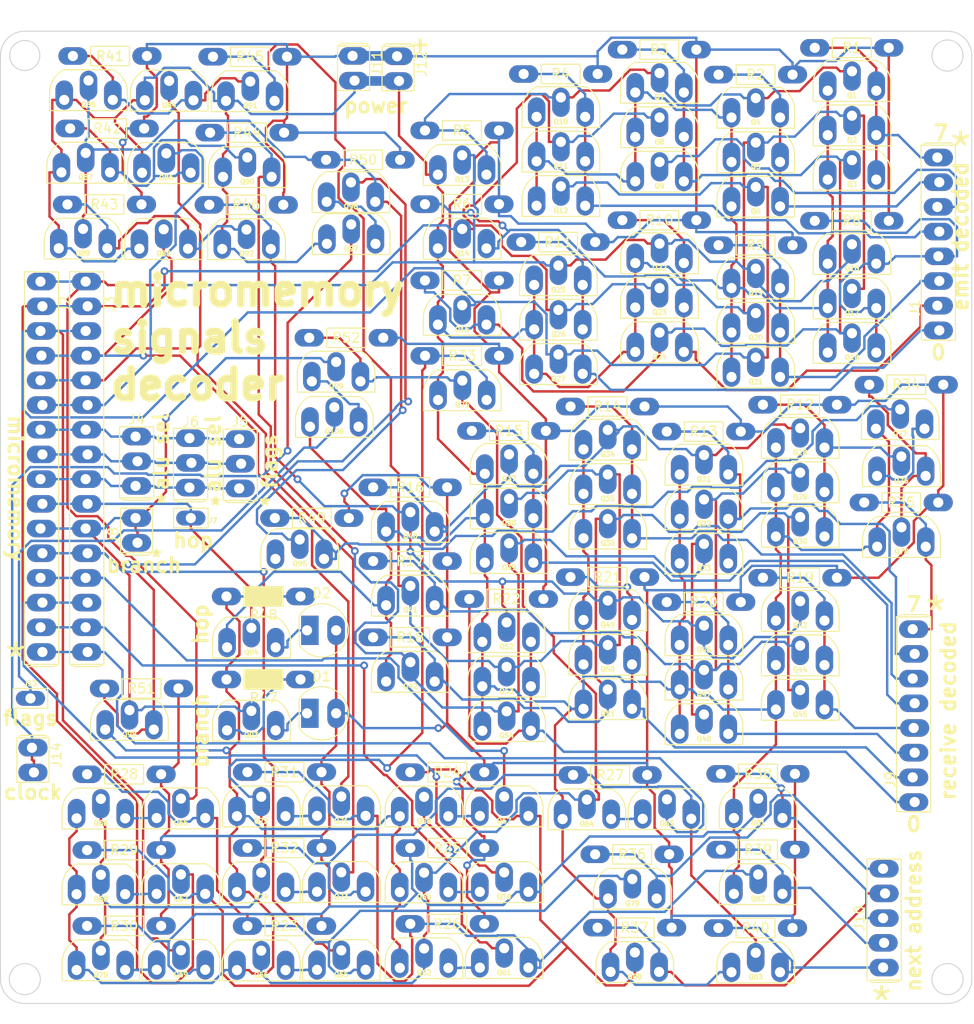
<source format=kicad_pcb>
(kicad_pcb (version 20171130) (host pcbnew 5.1.5+dfsg1-2build2)
  (layers (0 F.Cu signal) (31 B.Cu signal) (34 B.Paste user) (35 F.Paste user) (36 B.SilkS user) (37 F.SilkS user) (38 B.Mask user) (39 F.Mask user) (44 Edge.Cuts user))
  (net 0 "")
  (net 1 +5V)
  (net 2 /emit/a)
  (net 3 /emit/b)
  (net 4 /emit/c)
  (net 5 /emit/d)
  (net 6 /emit/e)
  (net 7 /emit/f)
  (net 8 /emit/g)
  (net 9 /emit/h)
  (net 10 /sheet63E5E118/a)
  (net 11 /sheet63E5B14C/a)
  (net 12 /sheet63E5F8EC/a)
  (net 13 /sheet63E5C954/a)
  (net 14 /sheet63E59739/a)
  (net 15 /sheet63E6165A/b)
  (net 16 /hop/in)
  (net 17 /Sheet63E6B315/cin)
  (net 18 /sheet63E6165E/a)
  (net 19 /sheet63E6165D/a)
  (net 20 /sheet63E6165C/a)
  (net 21 /sheet63E6165B/a)
  (net 22 /sheet63E6165A/a)
  (net 23 /sheet640275C7/out)
  (net 24 /receive/g)
  (net 25 /receive/f)
  (net 26 /receive/e)
  (net 27 /receive/d)
  (net 28 /receive/c)
  (net 29 /receive/b)
  (net 30 /receive/a)
  (net 31 /Sheet63E20833/a)
  (net 32 /Sheet63E20833/b)
  (net 33 /Sheet63E20833/c)
  (net 34 /Sheet63E20833/d)
  (net 35 /Sheet63E20833/e)
  (net 36 GND)
  (net 37 /emit/Sheet63BAB2B1/a)
  (net 38 /emit/Sheet63BAB2B1/b)
  (net 39 /emit/Sheet63BAB2B1/c)
  (net 40 /sheet640275C6/a)
  (net 41 /receive/Sheet63BAB2B1/a)
  (net 42 /receive/Sheet63BAB2B1/b)
  (net 43 /receive/Sheet63BAB2B1/c)
  (net 44 /Sheet63E6B315/c)
  (net 45 /Sheet63E6B315/b)
  (net 46 /Sheet63E6B315/a)
  (net 47 /Sheet63E20833/ain)
  (net 48 "Net-(Q55-Pad1)")
  (net 49 /sheet63E59739/b)
  (net 50 "Net-(Q57-Pad1)")
  (net 51 /Sheet63E20833/bin)
  (net 52 /Sheet63E20833/cin)
  (net 53 "Net-(Q59-Pad1)")
  (net 54 "Net-(Q61-Pad1)")
  (net 55 /Sheet63E20833/din)
  (net 56 /Sheet63E20833/ein)
  (net 57 "Net-(Q63-Pad1)")
  (net 58 "Net-(Q65-Pad1)")
  (net 59 "Net-(Q67-Pad1)")
  (net 60 "Net-(Q69-Pad1)")
  (net 61 "Net-(Q71-Pad1)")
  (net 62 "Net-(Q73-Pad1)")
  (net 63 /sheet640275C7/in)
  (net 64 "Net-(Q76-Pad1)")
  (net 65 /Sheet63E6B315/sheet63E6BA44/in)
  (net 66 /Sheet63E6B315/sheet63E6BA43/in)
  (net 67 /Sheet63E6B315/sheet63E6BA45/in)
  (net 68 "Net-(J2-Pad7)")
  (net 69 "Net-(J2-Pad8)")
  (net 70 "Net-(J2-Pad9)")
  (net 71 "Net-(D1-Pad1)")
  (net 72 "Net-(D2-Pad1)")
  (net 73 /Sheet6491BA02/a)
  (net 74 /Sheet6491BA02/b)
  (net 75 /Sheet6486733A/b)
  (net 76 /sheet640275C6/b)
  (net 77 /Sheet63E6B315/enable)
  (net 78 "Net-(Q93-Pad1)")
  (net 79 "Net-(Q94-Pad1)")
  (net 80 /Sheet6486733A/a)
  (net 81 "Net-(Q96-Pad1)")
  (net 82 "Net-(Q100-Pad3)")
  (module processor2:resistor_tight (layer F.Cu) (at 85.598 81.534)
    (fp_text reference R52 (at 0 0) (layer F.SilkS))
    (fp_text value R)
    (pad 2 thru_hole oval (at -3.81 0 90) (size 1.8 3) (drill 1.05) (layers *.Cu *.Mask) (net 49 /sheet63E59739/b))
    (pad 1 thru_hole oval (at 3.81 0 90) (size 1.8 3) (drill 1.05) (layers *.Cu *.Mask) (net 1 +5V))
  )
  (module processor2:resistor_tight (layer F.Cu) (at 64.516 117.602)
    (fp_text reference R51 (at 0 0) (layer F.SilkS))
    (fp_text value R)
    (pad 2 thru_hole oval (at -3.81 0 90) (size 1.8 3) (drill 1.05) (layers *.Cu *.Mask) (net 80 /Sheet6486733A/a))
    (pad 1 thru_hole oval (at 3.81 0 90) (size 1.8 3) (drill 1.05) (layers *.Cu *.Mask) (net 1 +5V))
  )
  (module processor2:resistor_tight (layer F.Cu) (at 87.332 63.23)
    (fp_text reference R50 (at 0 0) (layer F.SilkS))
    (fp_text value R)
    (pad 2 thru_hole oval (at -3.81 0 90) (size 1.8 3) (drill 1.05) (layers *.Cu *.Mask) (net 77 /Sheet63E6B315/enable))
    (pad 1 thru_hole oval (at 3.81 0 90) (size 1.8 3) (drill 1.05) (layers *.Cu *.Mask) (net 1 +5V))
  )
  (module processor2:resistor_tight (layer F.Cu) (at 82.058 100.076)
    (fp_text reference R49 (at 0 0) (layer F.SilkS))
    (fp_text value R)
    (pad 2 thru_hole oval (at -3.81 0 90) (size 1.8 3) (drill 1.05) (layers *.Cu *.Mask) (net 76 /sheet640275C6/b))
    (pad 1 thru_hole oval (at 3.81 0 90) (size 1.8 3) (drill 1.05) (layers *.Cu *.Mask) (net 1 +5V))
  )
  (module processor2:2n7000_tight (layer F.Cu) (at 84.368 89.678)
    (fp_text reference Q100 (at 0 1.5) (layer F.SilkS) (effects (font (size 0.5 0.5) (thickness 0.125))))
    (fp_text value 2N7000)
    (pad 3 thru_hole oval (at 2.5 1) (size 1.8 3) (drill 1.05 (offset 0 -0.5)) (layers *.Cu *.Mask) (net 82 "Net-(Q100-Pad3)"))
    (pad 2 thru_hole oval (at 0 -1) (size 1.8 3) (drill 1.05 (offset 0 0.5)) (layers *.Cu *.Mask) (net 74 /Sheet6491BA02/b))
    (pad 1 thru_hole oval (at -2.5 1) (size 1.8 3) (drill 1.05 (offset 0 -0.5)) (layers *.Cu *.Mask) (net 36 GND))
  )
  (module processor2:2n7000_tight (layer F.Cu) (at 84.558 85.0175)
    (fp_text reference Q99 (at 0 1.5) (layer F.SilkS) (effects (font (size 0.5 0.5) (thickness 0.125))))
    (fp_text value 2N7000)
    (pad 3 thru_hole oval (at 2.5 1) (size 1.8 3) (drill 1.05 (offset 0 -0.5)) (layers *.Cu *.Mask) (net 49 /sheet63E59739/b))
    (pad 2 thru_hole oval (at 0 -1) (size 1.8 3) (drill 1.05 (offset 0 0.5)) (layers *.Cu *.Mask) (net 73 /Sheet6491BA02/a))
    (pad 1 thru_hole oval (at -2.5 1) (size 1.8 3) (drill 1.05 (offset 0 -0.5)) (layers *.Cu *.Mask) (net 82 "Net-(Q100-Pad3)"))
  )
  (module processor2:2n7000_tight (layer F.Cu) (at 63.282 120.832)
    (fp_text reference Q98 (at 0 1.5) (layer F.SilkS) (effects (font (size 0.5 0.5) (thickness 0.125))))
    (fp_text value 2N7000)
    (pad 3 thru_hole oval (at 2.5 1) (size 1.8 3) (drill 1.05 (offset 0 -0.5)) (layers *.Cu *.Mask) (net 80 /Sheet6486733A/a))
    (pad 2 thru_hole oval (at 0 -1) (size 1.8 3) (drill 1.05 (offset 0 0.5)) (layers *.Cu *.Mask) (net 73 /Sheet6491BA02/a))
    (pad 1 thru_hole oval (at -2.5 1) (size 1.8 3) (drill 1.05 (offset 0 -0.5)) (layers *.Cu *.Mask) (net 36 GND))
  )
  (module processor2:2n7000_tight (layer F.Cu) (at 86.106 70.866)
    (fp_text reference Q97 (at 0 1.5) (layer F.SilkS) (effects (font (size 0.5 0.5) (thickness 0.125))))
    (fp_text value 2N7000)
    (pad 3 thru_hole oval (at 2.5 1) (size 1.8 3) (drill 1.05 (offset 0 -0.5)) (layers *.Cu *.Mask) (net 81 "Net-(Q96-Pad1)"))
    (pad 2 thru_hole oval (at 0 -1) (size 1.8 3) (drill 1.05 (offset 0 0.5)) (layers *.Cu *.Mask) (net 75 /Sheet6486733A/b))
    (pad 1 thru_hole oval (at -2.5 1) (size 1.8 3) (drill 1.05 (offset 0 -0.5)) (layers *.Cu *.Mask) (net 36 GND))
  )
  (module processor2:2n7000_tight (layer F.Cu) (at 86.082 66.548)
    (fp_text reference Q96 (at 0 1.5) (layer F.SilkS) (effects (font (size 0.5 0.5) (thickness 0.125))))
    (fp_text value 2N7000)
    (pad 3 thru_hole oval (at 2.5 1) (size 1.8 3) (drill 1.05 (offset 0 -0.5)) (layers *.Cu *.Mask) (net 77 /Sheet63E6B315/enable))
    (pad 2 thru_hole oval (at 0 -1) (size 1.8 3) (drill 1.05 (offset 0 0.5)) (layers *.Cu *.Mask) (net 80 /Sheet6486733A/a))
    (pad 1 thru_hole oval (at -2.5 1) (size 1.8 3) (drill 1.05 (offset 0 -0.5)) (layers *.Cu *.Mask) (net 81 "Net-(Q96-Pad1)"))
  )
  (module processor2:2n7000_tight (layer F.Cu) (at 80.808 103.278)
    (fp_text reference Q95 (at 0 1.5) (layer F.SilkS) (effects (font (size 0.5 0.5) (thickness 0.125))))
    (fp_text value 2N7000)
    (pad 3 thru_hole oval (at 2.5 1) (size 1.8 3) (drill 1.05 (offset 0 -0.5)) (layers *.Cu *.Mask) (net 76 /sheet640275C6/b))
    (pad 2 thru_hole oval (at 0 -1) (size 1.8 3) (drill 1.05 (offset 0 0.5)) (layers *.Cu *.Mask) (net 77 /Sheet63E6B315/enable))
    (pad 1 thru_hole oval (at -2.5 1) (size 1.8 3) (drill 1.05 (offset 0 -0.5)) (layers *.Cu *.Mask) (net 36 GND))
  )
  (module processor2:2pin_tight (layer F.Cu) (at 53.34 123.698 90)
    (fp_text reference J14 (at -0.762 2.413 90) (layer F.SilkS))
    (fp_text value clck)
    (pad 2 thru_hole oval (at -2.54 0.1 90) (size 1.8 3) (drill 1.05 (offset 0 -0.1)) (layers *.Cu *.Mask) (net 75 /Sheet6486733A/b))
    (pad 1 thru_hole oval (at 0 -0.1 90) (size 1.8 3) (drill 1.05 (offset 0 0.1)) (layers *.Cu *.Mask) (net 75 /Sheet6486733A/b))
  )
  (module processor2:1pin (layer F.Cu) (at 53.086 118.618)
    (fp_text reference J13 (at 0 -1.524) (layer F.SilkS) (effects (font (size 0.5 0.5) (thickness 0.125))))
    (fp_text value flags)
    (pad 1 thru_hole oval (at 0 0) (size 3 1.524) (drill 1.05) (layers *.Cu *.Mask) (net 74 /Sheet6491BA02/b))
  )
  (module processor2:led_5mm_tight (layer F.Cu) (at 83.058 111.624)
    (fp_text reference D2 (at 0 -3.81) (layer F.SilkS))
    (fp_text value LED)
    (pad 1 thru_hole rect (at -1.5 0) (size 1.8 3) (drill 1.05 (offset 0.3 0)) (layers *.Cu *.Mask) (net 72 "Net-(D2-Pad1)"))
    (pad 2 thru_hole oval (at 1.5 0) (size 1.8 3) (drill 1.05) (layers *.Cu *.Mask) (net 1 +5V))
  )
  (module processor2:led_5mm_tight (layer F.Cu) (at 83.058 120.158)
    (fp_text reference D1 (at 0 -3.81) (layer F.SilkS))
    (fp_text value LED)
    (pad 2 thru_hole oval (at 1.5 0) (size 1.8 3) (drill 1.05) (layers *.Cu *.Mask) (net 1 +5V))
    (pad 1 thru_hole rect (at -1.5 0) (size 1.8 3) (drill 1.05 (offset 0.3 0)) (layers *.Cu *.Mask) (net 71 "Net-(D1-Pad1)"))
  )
  (module processor2:8pin_tight (layer F.Cu) (at 146.558 80.772 90)
    (fp_text reference J1 (at 2.3114 -2.413 90) (layer F.SilkS))
    (fp_text value emit_signals)
    (pad 1 thru_hole oval (at 0 0.1 90) (size 1.8 3) (drill 1.05 (offset 0 -0.1)) (layers *.Cu *.Mask) (net 2 /emit/a))
    (pad 2 thru_hole oval (at 2.54 -0.1 90) (size 1.8 3) (drill 1.05 (offset 0 0.1)) (layers *.Cu *.Mask) (net 3 /emit/b))
    (pad 3 thru_hole oval (at 5.08 0.1 90) (size 1.8 3) (drill 1.05 (offset 0 -0.1)) (layers *.Cu *.Mask) (net 4 /emit/c))
    (pad 4 thru_hole oval (at 7.62 0 90) (size 1.8 3) (drill 1.05 (offset 0 0.1)) (layers *.Cu *.Mask) (net 5 /emit/d))
    (pad 5 thru_hole oval (at 10.16 0.1 90) (size 1.8 3) (drill 1.05 (offset 0 -0.1)) (layers *.Cu *.Mask) (net 6 /emit/e))
    (pad 6 thru_hole oval (at 12.7 -0.1 90) (size 1.8 3) (drill 1.05 (offset 0 0.1)) (layers *.Cu *.Mask) (net 7 /emit/f))
    (pad 7 thru_hole oval (at 15.24 0.1 90) (size 1.8 3) (drill 1.05 (offset 0 -0.1)) (layers *.Cu *.Mask) (net 8 /emit/g))
    (pad 8 thru_hole oval (at 17.78 -0.1 90) (size 1.8 3) (drill 1.05 (offset 0 0.1)) (layers *.Cu *.Mask) (net 9 /emit/h))
  )
  (module processor2:16pin_tight (layer F.Cu) (at 54.218 75.752 270)
    (fp_text reference J2 (at 2.3114 -2.413 90) (layer F.SilkS))
    (fp_text value Conn_01x16_Male)
    (pad 1 thru_hole oval (at 0 0.1 270) (size 1.8 3) (drill 1.05 (offset 0 -0.1)) (layers *.Cu *.Mask) (net 22 /sheet63E6165A/a))
    (pad 2 thru_hole oval (at 2.54 -0.1 270) (size 1.8 3) (drill 1.05 (offset 0 0.1)) (layers *.Cu *.Mask) (net 21 /sheet63E6165B/a))
    (pad 3 thru_hole oval (at 5.08 0.1 270) (size 1.8 3) (drill 1.05 (offset 0 -0.1)) (layers *.Cu *.Mask) (net 20 /sheet63E6165C/a))
    (pad 4 thru_hole oval (at 7.62 0 270) (size 1.8 3) (drill 1.05 (offset 0 0.1)) (layers *.Cu *.Mask) (net 19 /sheet63E6165D/a))
    (pad 5 thru_hole oval (at 10.16 0.1 270) (size 1.8 3) (drill 1.05 (offset 0 -0.1)) (layers *.Cu *.Mask) (net 18 /sheet63E6165E/a))
    (pad 6 thru_hole oval (at 12.7 -0.1 270) (size 1.8 3) (drill 1.05 (offset 0 0.1)) (layers *.Cu *.Mask) (net 17 /Sheet63E6B315/cin))
    (pad 7 thru_hole oval (at 15.24 0.1 270) (size 1.8 3) (drill 1.05 (offset 0 -0.1)) (layers *.Cu *.Mask) (net 68 "Net-(J2-Pad7)"))
    (pad 8 thru_hole oval (at 17.78 -0.1 270) (size 1.8 3) (drill 1.05 (offset 0 0.1)) (layers *.Cu *.Mask) (net 69 "Net-(J2-Pad8)"))
    (pad 9 thru_hole oval (at 20.32 0.1 270) (size 1.8 3) (drill 1.05 (offset 0 -0.1)) (layers *.Cu *.Mask) (net 70 "Net-(J2-Pad9)"))
    (pad 10 thru_hole oval (at 22.86 -0.1 270) (size 1.8 3) (drill 1.05 (offset 0 0.1)) (layers *.Cu *.Mask) (net 16 /hop/in))
    (pad 11 thru_hole oval (at 25.4 0.1 270) (size 1.8 3) (drill 1.05 (offset 0 -0.1)) (layers *.Cu *.Mask) (net 73 /Sheet6491BA02/a))
    (pad 12 thru_hole oval (at 27.94 -0.1 270) (size 1.8 3) (drill 1.05 (offset 0 0.1)) (layers *.Cu *.Mask) (net 14 /sheet63E59739/a))
    (pad 14 thru_hole oval (at 33.02 -0.1 270) (size 1.8 3) (drill 1.05 (offset 0 0.1)) (layers *.Cu *.Mask) (net 13 /sheet63E5C954/a))
    (pad 16 thru_hole oval (at 38.1 -0.1 270) (size 1.8 3) (drill 1.05 (offset 0 0.1)) (layers *.Cu *.Mask) (net 12 /sheet63E5F8EC/a))
    (pad 13 thru_hole oval (at 30.48 0.1 270) (size 1.8 3) (drill 1.05 (offset 0 -0.1)) (layers *.Cu *.Mask) (net 11 /sheet63E5B14C/a))
    (pad 15 thru_hole oval (at 35.56 0.1 270) (size 1.8 3) (drill 1.05 (offset 0 -0.1)) (layers *.Cu *.Mask) (net 10 /sheet63E5E118/a))
  )
  (module processor2:16pin_tight (layer F.Cu) (at 58.868 75.752 270)
    (fp_text reference J3 (at 2.3114 -2.413 90) (layer F.SilkS))
    (fp_text value Conn_01x16_Male)
    (pad 15 thru_hole oval (at 35.56 0.1 270) (size 1.8 3) (drill 1.05 (offset 0 -0.1)) (layers *.Cu *.Mask) (net 10 /sheet63E5E118/a))
    (pad 13 thru_hole oval (at 30.48 0.1 270) (size 1.8 3) (drill 1.05 (offset 0 -0.1)) (layers *.Cu *.Mask) (net 11 /sheet63E5B14C/a))
    (pad 16 thru_hole oval (at 38.1 -0.1 270) (size 1.8 3) (drill 1.05 (offset 0 0.1)) (layers *.Cu *.Mask) (net 12 /sheet63E5F8EC/a))
    (pad 14 thru_hole oval (at 33.02 -0.1 270) (size 1.8 3) (drill 1.05 (offset 0 0.1)) (layers *.Cu *.Mask) (net 13 /sheet63E5C954/a))
    (pad 12 thru_hole oval (at 27.94 -0.1 270) (size 1.8 3) (drill 1.05 (offset 0 0.1)) (layers *.Cu *.Mask) (net 14 /sheet63E59739/a))
    (pad 11 thru_hole oval (at 25.4 0.1 270) (size 1.8 3) (drill 1.05 (offset 0 -0.1)) (layers *.Cu *.Mask) (net 73 /Sheet6491BA02/a))
    (pad 10 thru_hole oval (at 22.86 -0.1 270) (size 1.8 3) (drill 1.05 (offset 0 0.1)) (layers *.Cu *.Mask) (net 16 /hop/in))
    (pad 9 thru_hole oval (at 20.32 0.1 270) (size 1.8 3) (drill 1.05 (offset 0 -0.1)) (layers *.Cu *.Mask) (net 70 "Net-(J2-Pad9)"))
    (pad 8 thru_hole oval (at 17.78 -0.1 270) (size 1.8 3) (drill 1.05 (offset 0 0.1)) (layers *.Cu *.Mask) (net 69 "Net-(J2-Pad8)"))
    (pad 7 thru_hole oval (at 15.24 0.1 270) (size 1.8 3) (drill 1.05 (offset 0 -0.1)) (layers *.Cu *.Mask) (net 68 "Net-(J2-Pad7)"))
    (pad 6 thru_hole oval (at 12.7 -0.1 270) (size 1.8 3) (drill 1.05 (offset 0 0.1)) (layers *.Cu *.Mask) (net 17 /Sheet63E6B315/cin))
    (pad 5 thru_hole oval (at 10.16 0.1 270) (size 1.8 3) (drill 1.05 (offset 0 -0.1)) (layers *.Cu *.Mask) (net 18 /sheet63E6165E/a))
    (pad 4 thru_hole oval (at 7.62 0 270) (size 1.8 3) (drill 1.05 (offset 0 0.1)) (layers *.Cu *.Mask) (net 19 /sheet63E6165D/a))
    (pad 3 thru_hole oval (at 5.08 0.1 270) (size 1.8 3) (drill 1.05 (offset 0 -0.1)) (layers *.Cu *.Mask) (net 20 /sheet63E6165C/a))
    (pad 2 thru_hole oval (at 2.54 -0.1 270) (size 1.8 3) (drill 1.05 (offset 0 0.1)) (layers *.Cu *.Mask) (net 21 /sheet63E6165B/a))
    (pad 1 thru_hole oval (at 0 0.1 270) (size 1.8 3) (drill 1.05 (offset 0 -0.1)) (layers *.Cu *.Mask) (net 22 /sheet63E6165A/a))
  )
  (module processor2:3pin_tight (layer F.Cu) (at 64.008 91.694 270)
    (fp_text reference J4 (at -1.778 0 180) (layer F.SilkS))
    (fp_text value alu_sel)
    (pad 1 thru_hole oval (at 0 0.1 270) (size 1.8 3) (drill 1.05 (offset 0 -0.1)) (layers *.Cu *.Mask) (net 68 "Net-(J2-Pad7)"))
    (pad 2 thru_hole oval (at 2.54 -0.1 270) (size 1.8 3) (drill 1.05 (offset 0 0.1)) (layers *.Cu *.Mask) (net 69 "Net-(J2-Pad8)"))
    (pad 3 thru_hole oval (at 5.08 0.1 270) (size 1.8 3) (drill 1.05 (offset 0 -0.1)) (layers *.Cu *.Mask) (net 70 "Net-(J2-Pad9)"))
  )
  (module processor2:3pin_tight (layer F.Cu) (at 74.676 91.948 270)
    (fp_text reference J5 (at -1.778 0 180) (layer F.SilkS))
    (fp_text value flags)
    (pad 3 thru_hole oval (at 5.08 0.1 270) (size 1.8 3) (drill 1.05 (offset 0 -0.1)) (layers *.Cu *.Mask) (net 70 "Net-(J2-Pad9)"))
    (pad 2 thru_hole oval (at 2.54 -0.1 270) (size 1.8 3) (drill 1.05 (offset 0 0.1)) (layers *.Cu *.Mask) (net 69 "Net-(J2-Pad8)"))
    (pad 1 thru_hole oval (at 0 0.1 270) (size 1.8 3) (drill 1.05 (offset 0 -0.1)) (layers *.Cu *.Mask) (net 68 "Net-(J2-Pad7)"))
  )
  (module processor2:3pin_tight (layer F.Cu) (at 69.556 91.858 270)
    (fp_text reference J6 (at -1.688 -0.04 180) (layer F.SilkS))
    (fp_text value "alu sel")
    (pad 1 thru_hole oval (at 0 0.1 270) (size 1.8 3) (drill 1.05 (offset 0 -0.1)) (layers *.Cu *.Mask) (net 68 "Net-(J2-Pad7)"))
    (pad 2 thru_hole oval (at 2.54 -0.1 270) (size 1.8 3) (drill 1.05 (offset 0 0.1)) (layers *.Cu *.Mask) (net 69 "Net-(J2-Pad8)"))
    (pad 3 thru_hole oval (at 5.08 0.1 270) (size 1.8 3) (drill 1.05 (offset 0 -0.1)) (layers *.Cu *.Mask) (net 70 "Net-(J2-Pad9)"))
  )
  (module processor2:1pin (layer F.Cu) (at 69.596 100.076)
    (fp_text reference J7 (at 2.286 0.254) (layer F.SilkS) (effects (font (size 0.5 0.5) (thickness 0.125))))
    (fp_text value hop)
    (pad 1 thru_hole oval (at 0 0) (size 3 1.524) (drill 1.05) (layers *.Cu *.Mask) (net 16 /hop/in))
  )
  (module processor2:2pin_tight (layer F.Cu) (at 64.008 102.616 270)
    (fp_text reference J8 (at -0.762 2.413 90) (layer F.SilkS))
    (fp_text value branch)
    (pad 1 thru_hole oval (at 0 -0.1 270) (size 1.8 3) (drill 1.05 (offset 0 0.1)) (layers *.Cu *.Mask) (net 73 /Sheet6491BA02/a))
    (pad 2 thru_hole oval (at -2.54 0.1 270) (size 1.8 3) (drill 1.05 (offset 0 -0.1)) (layers *.Cu *.Mask) (net 73 /Sheet6491BA02/a))
  )
  (module processor2:8pin_tight (layer F.Cu) (at 144.018 129.286 90)
    (fp_text reference J9 (at 2.3114 -2.413 90) (layer F.SilkS))
    (fp_text value receive_signals)
    (pad 8 thru_hole oval (at 17.78 -0.1 90) (size 1.8 3) (drill 1.05 (offset 0 0.1)) (layers *.Cu *.Mask) (net 23 /sheet640275C7/out))
    (pad 7 thru_hole oval (at 15.24 0.1 90) (size 1.8 3) (drill 1.05 (offset 0 -0.1)) (layers *.Cu *.Mask) (net 24 /receive/g))
    (pad 6 thru_hole oval (at 12.7 -0.1 90) (size 1.8 3) (drill 1.05 (offset 0 0.1)) (layers *.Cu *.Mask) (net 25 /receive/f))
    (pad 5 thru_hole oval (at 10.16 0.1 90) (size 1.8 3) (drill 1.05 (offset 0 -0.1)) (layers *.Cu *.Mask) (net 26 /receive/e))
    (pad 4 thru_hole oval (at 7.62 0 90) (size 1.8 3) (drill 1.05 (offset 0 0.1)) (layers *.Cu *.Mask) (net 27 /receive/d))
    (pad 3 thru_hole oval (at 5.08 0.1 90) (size 1.8 3) (drill 1.05 (offset 0 -0.1)) (layers *.Cu *.Mask) (net 28 /receive/c))
    (pad 2 thru_hole oval (at 2.54 -0.1 90) (size 1.8 3) (drill 1.05 (offset 0 0.1)) (layers *.Cu *.Mask) (net 29 /receive/b))
    (pad 1 thru_hole oval (at 0 0.1 90) (size 1.8 3) (drill 1.05 (offset 0 -0.1)) (layers *.Cu *.Mask) (net 30 /receive/a))
  )
  (module processor2:5pin_tight (layer F.Cu) (at 140.97 136.144 270)
    (fp_text reference J10 (at 5.08 2.54 90) (layer F.SilkS))
    (fp_text value Conn_01x05_Male)
    (pad 1 thru_hole oval (at 0 0.1 270) (size 1.8 3) (drill 1.05 (offset 0 -0.1)) (layers *.Cu *.Mask) (net 31 /Sheet63E20833/a))
    (pad 2 thru_hole oval (at 2.54 -0.1 270) (size 1.8 3) (drill 1.05 (offset 0 0.1)) (layers *.Cu *.Mask) (net 32 /Sheet63E20833/b))
    (pad 3 thru_hole oval (at 5.08 0.1 270) (size 1.8 3) (drill 1.05 (offset 0 -0.1)) (layers *.Cu *.Mask) (net 33 /Sheet63E20833/c))
    (pad 4 thru_hole oval (at 7.62 0 270) (size 1.8 3) (drill 1.05 (offset 0 0.1)) (layers *.Cu *.Mask) (net 34 /Sheet63E20833/d))
    (pad 5 thru_hole oval (at 10.16 0.1 270) (size 1.8 3) (drill 1.05 (offset 0 -0.1)) (layers *.Cu *.Mask) (net 35 /Sheet63E20833/e))
  )
  (module processor2:2pin_tight (layer F.Cu) (at 86.351 52.542 90)
    (fp_text reference J11 (at -0.762 2.413 90) (layer F.SilkS))
    (fp_text value Conn_01x02_Male)
    (pad 1 thru_hole oval (at 0 -0.1 90) (size 1.8 3) (drill 1.05 (offset 0 0.1)) (layers *.Cu *.Mask) (net 1 +5V))
    (pad 2 thru_hole oval (at -2.54 0.1 90) (size 1.8 3) (drill 1.05 (offset 0 -0.1)) (layers *.Cu *.Mask) (net 36 GND))
  )
  (module processor2:2pin_tight (layer F.Cu) (at 90.932 52.578 90)
    (fp_text reference J12 (at -0.762 2.413 90) (layer F.SilkS))
    (fp_text value Conn_01x02_Male)
    (pad 2 thru_hole oval (at -2.54 0.1 90) (size 1.8 3) (drill 1.05 (offset 0 -0.1)) (layers *.Cu *.Mask) (net 36 GND))
    (pad 1 thru_hole oval (at 0 -0.1 90) (size 1.8 3) (drill 1.05 (offset 0 0.1)) (layers *.Cu *.Mask) (net 1 +5V))
  )
  (module processor2:2n7000_tight (layer F.Cu) (at 137.668 55.118)
    (fp_text reference Q1 (at 0 1.5) (layer F.SilkS) (effects (font (size 0.5 0.5) (thickness 0.125))))
    (fp_text value 2N7000)
    (pad 1 thru_hole oval (at -2.5 1) (size 1.8 3) (drill 1.05 (offset 0 -0.5)) (layers *.Cu *.Mask) (net 36 GND))
    (pad 2 thru_hole oval (at 0 -1) (size 1.8 3) (drill 1.05 (offset 0 0.5)) (layers *.Cu *.Mask) (net 37 /emit/Sheet63BAB2B1/a))
    (pad 3 thru_hole oval (at 2.5 1) (size 1.8 3) (drill 1.05 (offset 0 -0.5)) (layers *.Cu *.Mask) (net 9 /emit/h))
  )
  (module processor2:2n7000_tight (layer F.Cu) (at 137.668 59.69)
    (fp_text reference Q2 (at 0 1.5) (layer F.SilkS) (effects (font (size 0.5 0.5) (thickness 0.125))))
    (fp_text value 2N7000)
    (pad 1 thru_hole oval (at -2.5 1) (size 1.8 3) (drill 1.05 (offset 0 -0.5)) (layers *.Cu *.Mask) (net 36 GND))
    (pad 2 thru_hole oval (at 0 -1) (size 1.8 3) (drill 1.05 (offset 0 0.5)) (layers *.Cu *.Mask) (net 38 /emit/Sheet63BAB2B1/b))
    (pad 3 thru_hole oval (at 2.5 1) (size 1.8 3) (drill 1.05 (offset 0 -0.5)) (layers *.Cu *.Mask) (net 9 /emit/h))
  )
  (module processor2:2n7000_tight (layer F.Cu) (at 137.668 64.262)
    (fp_text reference Q3 (at 0 1.5) (layer F.SilkS) (effects (font (size 0.5 0.5) (thickness 0.125))))
    (fp_text value 2N7000)
    (pad 1 thru_hole oval (at -2.5 1) (size 1.8 3) (drill 1.05 (offset 0 -0.5)) (layers *.Cu *.Mask) (net 36 GND))
    (pad 2 thru_hole oval (at 0 -1) (size 1.8 3) (drill 1.05 (offset 0 0.5)) (layers *.Cu *.Mask) (net 39 /emit/Sheet63BAB2B1/c))
    (pad 3 thru_hole oval (at 2.5 1) (size 1.8 3) (drill 1.05 (offset 0 -0.5)) (layers *.Cu *.Mask) (net 9 /emit/h))
  )
  (module processor2:2n7000_tight (layer F.Cu) (at 127.762 57.878)
    (fp_text reference Q4 (at 0 1.5) (layer F.SilkS) (effects (font (size 0.5 0.5) (thickness 0.125))))
    (fp_text value 2N7000)
    (pad 3 thru_hole oval (at 2.5 1) (size 1.8 3) (drill 1.05 (offset 0 -0.5)) (layers *.Cu *.Mask) (net 8 /emit/g))
    (pad 2 thru_hole oval (at 0 -1) (size 1.8 3) (drill 1.05 (offset 0 0.5)) (layers *.Cu *.Mask) (net 37 /emit/Sheet63BAB2B1/a))
    (pad 1 thru_hole oval (at -2.5 1) (size 1.8 3) (drill 1.05 (offset 0 -0.5)) (layers *.Cu *.Mask) (net 36 GND))
  )
  (module processor2:2n7000_tight (layer F.Cu) (at 127.762 62.45)
    (fp_text reference Q5 (at 0 1.5) (layer F.SilkS) (effects (font (size 0.5 0.5) (thickness 0.125))))
    (fp_text value 2N7000)
    (pad 3 thru_hole oval (at 2.5 1) (size 1.8 3) (drill 1.05 (offset 0 -0.5)) (layers *.Cu *.Mask) (net 8 /emit/g))
    (pad 2 thru_hole oval (at 0 -1) (size 1.8 3) (drill 1.05 (offset 0 0.5)) (layers *.Cu *.Mask) (net 38 /emit/Sheet63BAB2B1/b))
    (pad 1 thru_hole oval (at -2.5 1) (size 1.8 3) (drill 1.05 (offset 0 -0.5)) (layers *.Cu *.Mask) (net 36 GND))
  )
  (module processor2:2n7000_tight (layer F.Cu) (at 127.762 67.022)
    (fp_text reference Q6 (at 0 1.5) (layer F.SilkS) (effects (font (size 0.5 0.5) (thickness 0.125))))
    (fp_text value 2N7000)
    (pad 1 thru_hole oval (at -2.5 1) (size 1.8 3) (drill 1.05 (offset 0 -0.5)) (layers *.Cu *.Mask) (net 36 GND))
    (pad 2 thru_hole oval (at 0 -1) (size 1.8 3) (drill 1.05 (offset 0 0.5)) (layers *.Cu *.Mask) (net 20 /sheet63E6165C/a))
    (pad 3 thru_hole oval (at 2.5 1) (size 1.8 3) (drill 1.05 (offset 0 -0.5)) (layers *.Cu *.Mask) (net 8 /emit/g))
  )
  (module processor2:2n7000_tight (layer F.Cu) (at 117.856 55.304)
    (fp_text reference Q7 (at 0 1.5) (layer F.SilkS) (effects (font (size 0.5 0.5) (thickness 0.125))))
    (fp_text value 2N7000)
    (pad 3 thru_hole oval (at 2.5 1) (size 1.8 3) (drill 1.05 (offset 0 -0.5)) (layers *.Cu *.Mask) (net 7 /emit/f))
    (pad 2 thru_hole oval (at 0 -1) (size 1.8 3) (drill 1.05 (offset 0 0.5)) (layers *.Cu *.Mask) (net 37 /emit/Sheet63BAB2B1/a))
    (pad 1 thru_hole oval (at -2.5 1) (size 1.8 3) (drill 1.05 (offset 0 -0.5)) (layers *.Cu *.Mask) (net 36 GND))
  )
  (module processor2:2n7000_tight (layer F.Cu) (at 117.856 59.876)
    (fp_text reference Q8 (at 0 1.5) (layer F.SilkS) (effects (font (size 0.5 0.5) (thickness 0.125))))
    (fp_text value 2N7000)
    (pad 3 thru_hole oval (at 2.5 1) (size 1.8 3) (drill 1.05 (offset 0 -0.5)) (layers *.Cu *.Mask) (net 7 /emit/f))
    (pad 2 thru_hole oval (at 0 -1) (size 1.8 3) (drill 1.05 (offset 0 0.5)) (layers *.Cu *.Mask) (net 21 /sheet63E6165B/a))
    (pad 1 thru_hole oval (at -2.5 1) (size 1.8 3) (drill 1.05 (offset 0 -0.5)) (layers *.Cu *.Mask) (net 36 GND))
  )
  (module processor2:2n7000_tight (layer F.Cu) (at 117.856 64.448)
    (fp_text reference Q9 (at 0 1.5) (layer F.SilkS) (effects (font (size 0.5 0.5) (thickness 0.125))))
    (fp_text value 2N7000)
    (pad 3 thru_hole oval (at 2.5 1) (size 1.8 3) (drill 1.05 (offset 0 -0.5)) (layers *.Cu *.Mask) (net 7 /emit/f))
    (pad 2 thru_hole oval (at 0 -1) (size 1.8 3) (drill 1.05 (offset 0 0.5)) (layers *.Cu *.Mask) (net 39 /emit/Sheet63BAB2B1/c))
    (pad 1 thru_hole oval (at -2.5 1) (size 1.8 3) (drill 1.05 (offset 0 -0.5)) (layers *.Cu *.Mask) (net 36 GND))
  )
  (module processor2:2n7000_tight (layer F.Cu) (at 107.696 57.81)
    (fp_text reference Q10 (at 0 1.5) (layer F.SilkS) (effects (font (size 0.5 0.5) (thickness 0.125))))
    (fp_text value 2N7000)
    (pad 1 thru_hole oval (at -2.5 1) (size 1.8 3) (drill 1.05 (offset 0 -0.5)) (layers *.Cu *.Mask) (net 36 GND))
    (pad 2 thru_hole oval (at 0 -1) (size 1.8 3) (drill 1.05 (offset 0 0.5)) (layers *.Cu *.Mask) (net 37 /emit/Sheet63BAB2B1/a))
    (pad 3 thru_hole oval (at 2.5 1) (size 1.8 3) (drill 1.05 (offset 0 -0.5)) (layers *.Cu *.Mask) (net 6 /emit/e))
  )
  (module processor2:2n7000_tight (layer F.Cu) (at 107.696 62.382)
    (fp_text reference Q11 (at 0 1.5) (layer F.SilkS) (effects (font (size 0.5 0.5) (thickness 0.125))))
    (fp_text value 2N7000)
    (pad 1 thru_hole oval (at -2.5 1) (size 1.8 3) (drill 1.05 (offset 0 -0.5)) (layers *.Cu *.Mask) (net 36 GND))
    (pad 2 thru_hole oval (at 0 -1) (size 1.8 3) (drill 1.05 (offset 0 0.5)) (layers *.Cu *.Mask) (net 21 /sheet63E6165B/a))
    (pad 3 thru_hole oval (at 2.5 1) (size 1.8 3) (drill 1.05 (offset 0 -0.5)) (layers *.Cu *.Mask) (net 6 /emit/e))
  )
  (module processor2:2n7000_tight (layer F.Cu) (at 107.696 66.954)
    (fp_text reference Q12 (at 0 1.5) (layer F.SilkS) (effects (font (size 0.5 0.5) (thickness 0.125))))
    (fp_text value 2N7000)
    (pad 1 thru_hole oval (at -2.5 1) (size 1.8 3) (drill 1.05 (offset 0 -0.5)) (layers *.Cu *.Mask) (net 36 GND))
    (pad 2 thru_hole oval (at 0 -1) (size 1.8 3) (drill 1.05 (offset 0 0.5)) (layers *.Cu *.Mask) (net 20 /sheet63E6165C/a))
    (pad 3 thru_hole oval (at 2.5 1) (size 1.8 3) (drill 1.05 (offset 0 -0.5)) (layers *.Cu *.Mask) (net 6 /emit/e))
  )
  (module processor2:2n7000_tight (layer F.Cu) (at 97.536 63.754)
    (fp_text reference Q13 (at 0 1.5) (layer F.SilkS) (effects (font (size 0.5 0.5) (thickness 0.125))))
    (fp_text value 2N7000)
    (pad 3 thru_hole oval (at 2.5 1) (size 1.8 3) (drill 1.05 (offset 0 -0.5)) (layers *.Cu *.Mask) (net 37 /emit/Sheet63BAB2B1/a))
    (pad 2 thru_hole oval (at 0 -1) (size 1.8 3) (drill 1.05 (offset 0 0.5)) (layers *.Cu *.Mask) (net 22 /sheet63E6165A/a))
    (pad 1 thru_hole oval (at -2.5 1) (size 1.8 3) (drill 1.05 (offset 0 -0.5)) (layers *.Cu *.Mask) (net 36 GND))
  )
  (module processor2:2n7000_tight (layer F.Cu) (at 97.536 71.34)
    (fp_text reference Q14 (at 0 1.5) (layer F.SilkS) (effects (font (size 0.5 0.5) (thickness 0.125))))
    (fp_text value 2N7000)
    (pad 3 thru_hole oval (at 2.5 1) (size 1.8 3) (drill 1.05 (offset 0 -0.5)) (layers *.Cu *.Mask) (net 38 /emit/Sheet63BAB2B1/b))
    (pad 2 thru_hole oval (at 0 -1) (size 1.8 3) (drill 1.05 (offset 0 0.5)) (layers *.Cu *.Mask) (net 21 /sheet63E6165B/a))
    (pad 1 thru_hole oval (at -2.5 1) (size 1.8 3) (drill 1.05 (offset 0 -0.5)) (layers *.Cu *.Mask) (net 36 GND))
  )
  (module processor2:2n7000_tight (layer F.Cu) (at 97.536 79.18)
    (fp_text reference Q15 (at 0 1.5) (layer F.SilkS) (effects (font (size 0.5 0.5) (thickness 0.125))))
    (fp_text value 2N7000)
    (pad 1 thru_hole oval (at -2.5 1) (size 1.8 3) (drill 1.05 (offset 0 -0.5)) (layers *.Cu *.Mask) (net 36 GND))
    (pad 2 thru_hole oval (at 0 -1) (size 1.8 3) (drill 1.05 (offset 0 0.5)) (layers *.Cu *.Mask) (net 20 /sheet63E6165C/a))
    (pad 3 thru_hole oval (at 2.5 1) (size 1.8 3) (drill 1.05 (offset 0 -0.5)) (layers *.Cu *.Mask) (net 39 /emit/Sheet63BAB2B1/c))
  )
  (module processor2:2n7000_tight (layer F.Cu) (at 137.668 72.914)
    (fp_text reference Q16 (at 0 1.5) (layer F.SilkS) (effects (font (size 0.5 0.5) (thickness 0.125))))
    (fp_text value 2N7000)
    (pad 3 thru_hole oval (at 2.5 1) (size 1.8 3) (drill 1.05 (offset 0 -0.5)) (layers *.Cu *.Mask) (net 5 /emit/d))
    (pad 2 thru_hole oval (at 0 -1) (size 1.8 3) (drill 1.05 (offset 0 0.5)) (layers *.Cu *.Mask) (net 22 /sheet63E6165A/a))
    (pad 1 thru_hole oval (at -2.5 1) (size 1.8 3) (drill 1.05 (offset 0 -0.5)) (layers *.Cu *.Mask) (net 36 GND))
  )
  (module processor2:2n7000_tight (layer F.Cu) (at 137.668 77.486)
    (fp_text reference Q17 (at 0 1.5) (layer F.SilkS) (effects (font (size 0.5 0.5) (thickness 0.125))))
    (fp_text value 2N7000)
    (pad 1 thru_hole oval (at -2.5 1) (size 1.8 3) (drill 1.05 (offset 0 -0.5)) (layers *.Cu *.Mask) (net 36 GND))
    (pad 2 thru_hole oval (at 0 -1) (size 1.8 3) (drill 1.05 (offset 0 0.5)) (layers *.Cu *.Mask) (net 38 /emit/Sheet63BAB2B1/b))
    (pad 3 thru_hole oval (at 2.5 1) (size 1.8 3) (drill 1.05 (offset 0 -0.5)) (layers *.Cu *.Mask) (net 5 /emit/d))
  )
  (module processor2:2n7000_tight (layer F.Cu) (at 137.668 82.058)
    (fp_text reference Q18 (at 0 1.5) (layer F.SilkS) (effects (font (size 0.5 0.5) (thickness 0.125))))
    (fp_text value 2N7000)
    (pad 1 thru_hole oval (at -2.5 1) (size 1.8 3) (drill 1.05 (offset 0 -0.5)) (layers *.Cu *.Mask) (net 36 GND))
    (pad 2 thru_hole oval (at 0 -1) (size 1.8 3) (drill 1.05 (offset 0 0.5)) (layers *.Cu *.Mask) (net 39 /emit/Sheet63BAB2B1/c))
    (pad 3 thru_hole oval (at 2.5 1) (size 1.8 3) (drill 1.05 (offset 0 -0.5)) (layers *.Cu *.Mask) (net 5 /emit/d))
  )
  (module processor2:2n7000_tight (layer F.Cu) (at 127.762 75.42)
    (fp_text reference Q19 (at 0 1.5) (layer F.SilkS) (effects (font (size 0.5 0.5) (thickness 0.125))))
    (fp_text value 2N7000)
    (pad 3 thru_hole oval (at 2.5 1) (size 1.8 3) (drill 1.05 (offset 0 -0.5)) (layers *.Cu *.Mask) (net 4 /emit/c))
    (pad 2 thru_hole oval (at 0 -1) (size 1.8 3) (drill 1.05 (offset 0 0.5)) (layers *.Cu *.Mask) (net 22 /sheet63E6165A/a))
    (pad 1 thru_hole oval (at -2.5 1) (size 1.8 3) (drill 1.05 (offset 0 -0.5)) (layers *.Cu *.Mask) (net 36 GND))
  )
  (module processor2:2n7000_tight (layer F.Cu) (at 127.762 79.992)
    (fp_text reference Q20 (at 0 1.5) (layer F.SilkS) (effects (font (size 0.5 0.5) (thickness 0.125))))
    (fp_text value 2N7000)
    (pad 3 thru_hole oval (at 2.5 1) (size 1.8 3) (drill 1.05 (offset 0 -0.5)) (layers *.Cu *.Mask) (net 4 /emit/c))
    (pad 2 thru_hole oval (at 0 -1) (size 1.8 3) (drill 1.05 (offset 0 0.5)) (layers *.Cu *.Mask) (net 38 /emit/Sheet63BAB2B1/b))
    (pad 1 thru_hole oval (at -2.5 1) (size 1.8 3) (drill 1.05 (offset 0 -0.5)) (layers *.Cu *.Mask) (net 36 GND))
  )
  (module processor2:2n7000_tight (layer F.Cu) (at 127.762 84.564)
    (fp_text reference Q21 (at 0 1.5) (layer F.SilkS) (effects (font (size 0.5 0.5) (thickness 0.125))))
    (fp_text value 2N7000)
    (pad 1 thru_hole oval (at -2.5 1) (size 1.8 3) (drill 1.05 (offset 0 -0.5)) (layers *.Cu *.Mask) (net 36 GND))
    (pad 2 thru_hole oval (at 0 -1) (size 1.8 3) (drill 1.05 (offset 0 0.5)) (layers *.Cu *.Mask) (net 20 /sheet63E6165C/a))
    (pad 3 thru_hole oval (at 2.5 1) (size 1.8 3) (drill 1.05 (offset 0 -0.5)) (layers *.Cu *.Mask) (net 4 /emit/c))
  )
  (module processor2:2n7000_tight (layer F.Cu) (at 117.856 72.846)
    (fp_text reference Q22 (at 0 1.5) (layer F.SilkS) (effects (font (size 0.5 0.5) (thickness 0.125))))
    (fp_text value 2N7000)
    (pad 1 thru_hole oval (at -2.5 1) (size 1.8 3) (drill 1.05 (offset 0 -0.5)) (layers *.Cu *.Mask) (net 36 GND))
    (pad 2 thru_hole oval (at 0 -1) (size 1.8 3) (drill 1.05 (offset 0 0.5)) (layers *.Cu *.Mask) (net 22 /sheet63E6165A/a))
    (pad 3 thru_hole oval (at 2.5 1) (size 1.8 3) (drill 1.05 (offset 0 -0.5)) (layers *.Cu *.Mask) (net 3 /emit/b))
  )
  (module processor2:2n7000_tight (layer F.Cu) (at 117.856 77.418)
    (fp_text reference Q23 (at 0 1.5) (layer F.SilkS) (effects (font (size 0.5 0.5) (thickness 0.125))))
    (fp_text value 2N7000)
    (pad 1 thru_hole oval (at -2.5 1) (size 1.8 3) (drill 1.05 (offset 0 -0.5)) (layers *.Cu *.Mask) (net 36 GND))
    (pad 2 thru_hole oval (at 0 -1) (size 1.8 3) (drill 1.05 (offset 0 0.5)) (layers *.Cu *.Mask) (net 21 /sheet63E6165B/a))
    (pad 3 thru_hole oval (at 2.5 1) (size 1.8 3) (drill 1.05 (offset 0 -0.5)) (layers *.Cu *.Mask) (net 3 /emit/b))
  )
  (module processor2:2n7000_tight (layer F.Cu) (at 117.856 81.99)
    (fp_text reference Q24 (at 0 1.5) (layer F.SilkS) (effects (font (size 0.5 0.5) (thickness 0.125))))
    (fp_text value 2N7000)
    (pad 3 thru_hole oval (at 2.5 1) (size 1.8 3) (drill 1.05 (offset 0 -0.5)) (layers *.Cu *.Mask) (net 3 /emit/b))
    (pad 2 thru_hole oval (at 0 -1) (size 1.8 3) (drill 1.05 (offset 0 0.5)) (layers *.Cu *.Mask) (net 39 /emit/Sheet63BAB2B1/c))
    (pad 1 thru_hole oval (at -2.5 1) (size 1.8 3) (drill 1.05 (offset 0 -0.5)) (layers *.Cu *.Mask) (net 36 GND))
  )
  (module processor2:2n7000_tight (layer F.Cu) (at 107.442 75.098)
    (fp_text reference Q25 (at 0 1.5) (layer F.SilkS) (effects (font (size 0.5 0.5) (thickness 0.125))))
    (fp_text value 2N7000)
    (pad 1 thru_hole oval (at -2.5 1) (size 1.8 3) (drill 1.05 (offset 0 -0.5)) (layers *.Cu *.Mask) (net 36 GND))
    (pad 2 thru_hole oval (at 0 -1) (size 1.8 3) (drill 1.05 (offset 0 0.5)) (layers *.Cu *.Mask) (net 22 /sheet63E6165A/a))
    (pad 3 thru_hole oval (at 2.5 1) (size 1.8 3) (drill 1.05 (offset 0 -0.5)) (layers *.Cu *.Mask) (net 2 /emit/a))
  )
  (module processor2:2n7000_tight (layer F.Cu) (at 107.442 79.67)
    (fp_text reference Q26 (at 0 1.5) (layer F.SilkS) (effects (font (size 0.5 0.5) (thickness 0.125))))
    (fp_text value 2N7000)
    (pad 1 thru_hole oval (at -2.5 1) (size 1.8 3) (drill 1.05 (offset 0 -0.5)) (layers *.Cu *.Mask) (net 36 GND))
    (pad 2 thru_hole oval (at 0 -1) (size 1.8 3) (drill 1.05 (offset 0 0.5)) (layers *.Cu *.Mask) (net 21 /sheet63E6165B/a))
    (pad 3 thru_hole oval (at 2.5 1) (size 1.8 3) (drill 1.05 (offset 0 -0.5)) (layers *.Cu *.Mask) (net 2 /emit/a))
  )
  (module processor2:2n7000_tight (layer F.Cu) (at 107.442 84.242)
    (fp_text reference Q27 (at 0 1.5) (layer F.SilkS) (effects (font (size 0.5 0.5) (thickness 0.125))))
    (fp_text value 2N7000)
    (pad 3 thru_hole oval (at 2.5 1) (size 1.8 3) (drill 1.05 (offset 0 -0.5)) (layers *.Cu *.Mask) (net 2 /emit/a))
    (pad 2 thru_hole oval (at 0 -1) (size 1.8 3) (drill 1.05 (offset 0 0.5)) (layers *.Cu *.Mask) (net 20 /sheet63E6165C/a))
    (pad 1 thru_hole oval (at -2.5 1) (size 1.8 3) (drill 1.05 (offset 0 -0.5)) (layers *.Cu *.Mask) (net 36 GND))
  )
  (module processor2:2n7000_tight (layer F.Cu) (at 132.334 91.828)
    (fp_text reference Q28 (at 0 1.5) (layer F.SilkS) (effects (font (size 0.5 0.5) (thickness 0.125))))
    (fp_text value 2N7000)
    (pad 3 thru_hole oval (at 2.5 1) (size 1.8 3) (drill 1.05 (offset 0 -0.5)) (layers *.Cu *.Mask) (net 40 /sheet640275C6/a))
    (pad 2 thru_hole oval (at 0 -1) (size 1.8 3) (drill 1.05 (offset 0 0.5)) (layers *.Cu *.Mask) (net 41 /receive/Sheet63BAB2B1/a))
    (pad 1 thru_hole oval (at -2.5 1) (size 1.8 3) (drill 1.05 (offset 0 -0.5)) (layers *.Cu *.Mask) (net 36 GND))
  )
  (module processor2:2n7000_tight (layer F.Cu) (at 132.334 96.4)
    (fp_text reference Q29 (at 0 1.5) (layer F.SilkS) (effects (font (size 0.5 0.5) (thickness 0.125))))
    (fp_text value 2N7000)
    (pad 1 thru_hole oval (at -2.5 1) (size 1.8 3) (drill 1.05 (offset 0 -0.5)) (layers *.Cu *.Mask) (net 36 GND))
    (pad 2 thru_hole oval (at 0 -1) (size 1.8 3) (drill 1.05 (offset 0 0.5)) (layers *.Cu *.Mask) (net 42 /receive/Sheet63BAB2B1/b))
    (pad 3 thru_hole oval (at 2.5 1) (size 1.8 3) (drill 1.05 (offset 0 -0.5)) (layers *.Cu *.Mask) (net 40 /sheet640275C6/a))
  )
  (module processor2:2n7000_tight (layer F.Cu) (at 132.334 100.972)
    (fp_text reference Q30 (at 0 1.5) (layer F.SilkS) (effects (font (size 0.5 0.5) (thickness 0.125))))
    (fp_text value 2N7000)
    (pad 1 thru_hole oval (at -2.5 1) (size 1.8 3) (drill 1.05 (offset 0 -0.5)) (layers *.Cu *.Mask) (net 36 GND))
    (pad 2 thru_hole oval (at 0 -1) (size 1.8 3) (drill 1.05 (offset 0 0.5)) (layers *.Cu *.Mask) (net 43 /receive/Sheet63BAB2B1/c))
    (pad 3 thru_hole oval (at 2.5 1) (size 1.8 3) (drill 1.05 (offset 0 -0.5)) (layers *.Cu *.Mask) (net 40 /sheet640275C6/a))
  )
  (module processor2:2n7000_tight (layer F.Cu) (at 122.428 94.588)
    (fp_text reference Q31 (at 0 1.5) (layer F.SilkS) (effects (font (size 0.5 0.5) (thickness 0.125))))
    (fp_text value 2N7000)
    (pad 3 thru_hole oval (at 2.5 1) (size 1.8 3) (drill 1.05 (offset 0 -0.5)) (layers *.Cu *.Mask) (net 24 /receive/g))
    (pad 2 thru_hole oval (at 0 -1) (size 1.8 3) (drill 1.05 (offset 0 0.5)) (layers *.Cu *.Mask) (net 41 /receive/Sheet63BAB2B1/a))
    (pad 1 thru_hole oval (at -2.5 1) (size 1.8 3) (drill 1.05 (offset 0 -0.5)) (layers *.Cu *.Mask) (net 36 GND))
  )
  (module processor2:2n7000_tight (layer F.Cu) (at 122.428 99.16)
    (fp_text reference Q32 (at 0 1.5) (layer F.SilkS) (effects (font (size 0.5 0.5) (thickness 0.125))))
    (fp_text value 2N7000)
    (pad 3 thru_hole oval (at 2.5 1) (size 1.8 3) (drill 1.05 (offset 0 -0.5)) (layers *.Cu *.Mask) (net 24 /receive/g))
    (pad 2 thru_hole oval (at 0 -1) (size 1.8 3) (drill 1.05 (offset 0 0.5)) (layers *.Cu *.Mask) (net 42 /receive/Sheet63BAB2B1/b))
    (pad 1 thru_hole oval (at -2.5 1) (size 1.8 3) (drill 1.05 (offset 0 -0.5)) (layers *.Cu *.Mask) (net 36 GND))
  )
  (module processor2:2n7000_tight (layer F.Cu) (at 122.428 103.732)
    (fp_text reference Q33 (at 0 1.5) (layer F.SilkS) (effects (font (size 0.5 0.5) (thickness 0.125))))
    (fp_text value 2N7000)
    (pad 3 thru_hole oval (at 2.5 1) (size 1.8 3) (drill 1.05 (offset 0 -0.5)) (layers *.Cu *.Mask) (net 24 /receive/g))
    (pad 2 thru_hole oval (at 0 -1) (size 1.8 3) (drill 1.05 (offset 0 0.5)) (layers *.Cu *.Mask) (net 44 /Sheet63E6B315/c))
    (pad 1 thru_hole oval (at -2.5 1) (size 1.8 3) (drill 1.05 (offset 0 -0.5)) (layers *.Cu *.Mask) (net 36 GND))
  )
  (module processor2:2n7000_tight (layer F.Cu) (at 112.522 92.014)
    (fp_text reference Q34 (at 0 1.5) (layer F.SilkS) (effects (font (size 0.5 0.5) (thickness 0.125))))
    (fp_text value 2N7000)
    (pad 3 thru_hole oval (at 2.5 1) (size 1.8 3) (drill 1.05 (offset 0 -0.5)) (layers *.Cu *.Mask) (net 25 /receive/f))
    (pad 2 thru_hole oval (at 0 -1) (size 1.8 3) (drill 1.05 (offset 0 0.5)) (layers *.Cu *.Mask) (net 41 /receive/Sheet63BAB2B1/a))
    (pad 1 thru_hole oval (at -2.5 1) (size 1.8 3) (drill 1.05 (offset 0 -0.5)) (layers *.Cu *.Mask) (net 36 GND))
  )
  (module processor2:2n7000_tight (layer F.Cu) (at 112.522 96.586)
    (fp_text reference Q35 (at 0 1.5) (layer F.SilkS) (effects (font (size 0.5 0.5) (thickness 0.125))))
    (fp_text value 2N7000)
    (pad 3 thru_hole oval (at 2.5 1) (size 1.8 3) (drill 1.05 (offset 0 -0.5)) (layers *.Cu *.Mask) (net 25 /receive/f))
    (pad 2 thru_hole oval (at 0 -1) (size 1.8 3) (drill 1.05 (offset 0 0.5)) (layers *.Cu *.Mask) (net 45 /Sheet63E6B315/b))
    (pad 1 thru_hole oval (at -2.5 1) (size 1.8 3) (drill 1.05 (offset 0 -0.5)) (layers *.Cu *.Mask) (net 36 GND))
  )
  (module processor2:2n7000_tight (layer F.Cu) (at 112.522 101.158)
    (fp_text reference Q36 (at 0 1.5) (layer F.SilkS) (effects (font (size 0.5 0.5) (thickness 0.125))))
    (fp_text value 2N7000)
    (pad 3 thru_hole oval (at 2.5 1) (size 1.8 3) (drill 1.05 (offset 0 -0.5)) (layers *.Cu *.Mask) (net 25 /receive/f))
    (pad 2 thru_hole oval (at 0 -1) (size 1.8 3) (drill 1.05 (offset 0 0.5)) (layers *.Cu *.Mask) (net 43 /receive/Sheet63BAB2B1/c))
    (pad 1 thru_hole oval (at -2.5 1) (size 1.8 3) (drill 1.05 (offset 0 -0.5)) (layers *.Cu *.Mask) (net 36 GND))
  )
  (module processor2:2n7000_tight (layer F.Cu) (at 102.362 94.52)
    (fp_text reference Q37 (at 0 1.5) (layer F.SilkS) (effects (font (size 0.5 0.5) (thickness 0.125))))
    (fp_text value 2N7000)
    (pad 1 thru_hole oval (at -2.5 1) (size 1.8 3) (drill 1.05 (offset 0 -0.5)) (layers *.Cu *.Mask) (net 36 GND))
    (pad 2 thru_hole oval (at 0 -1) (size 1.8 3) (drill 1.05 (offset 0 0.5)) (layers *.Cu *.Mask) (net 41 /receive/Sheet63BAB2B1/a))
    (pad 3 thru_hole oval (at 2.5 1) (size 1.8 3) (drill 1.05 (offset 0 -0.5)) (layers *.Cu *.Mask) (net 26 /receive/e))
  )
  (module processor2:2n7000_tight (layer F.Cu) (at 102.362 99.092)
    (fp_text reference Q38 (at 0 1.5) (layer F.SilkS) (effects (font (size 0.5 0.5) (thickness 0.125))))
    (fp_text value 2N7000)
    (pad 3 thru_hole oval (at 2.5 1) (size 1.8 3) (drill 1.05 (offset 0 -0.5)) (layers *.Cu *.Mask) (net 26 /receive/e))
    (pad 2 thru_hole oval (at 0 -1) (size 1.8 3) (drill 1.05 (offset 0 0.5)) (layers *.Cu *.Mask) (net 45 /Sheet63E6B315/b))
    (pad 1 thru_hole oval (at -2.5 1) (size 1.8 3) (drill 1.05 (offset 0 -0.5)) (layers *.Cu *.Mask) (net 36 GND))
  )
  (module processor2:2n7000_tight (layer F.Cu) (at 102.362 103.664)
    (fp_text reference Q39 (at 0 1.5) (layer F.SilkS) (effects (font (size 0.5 0.5) (thickness 0.125))))
    (fp_text value 2N7000)
    (pad 1 thru_hole oval (at -2.5 1) (size 1.8 3) (drill 1.05 (offset 0 -0.5)) (layers *.Cu *.Mask) (net 36 GND))
    (pad 2 thru_hole oval (at 0 -1) (size 1.8 3) (drill 1.05 (offset 0 0.5)) (layers *.Cu *.Mask) (net 44 /Sheet63E6B315/c))
    (pad 3 thru_hole oval (at 2.5 1) (size 1.8 3) (drill 1.05 (offset 0 -0.5)) (layers *.Cu *.Mask) (net 26 /receive/e))
  )
  (module processor2:2n7000_tight (layer F.Cu) (at 92.202 100.464)
    (fp_text reference Q40 (at 0 1.5) (layer F.SilkS) (effects (font (size 0.5 0.5) (thickness 0.125))))
    (fp_text value 2N7000)
    (pad 3 thru_hole oval (at 2.5 1) (size 1.8 3) (drill 1.05 (offset 0 -0.5)) (layers *.Cu *.Mask) (net 41 /receive/Sheet63BAB2B1/a))
    (pad 2 thru_hole oval (at 0 -1) (size 1.8 3) (drill 1.05 (offset 0 0.5)) (layers *.Cu *.Mask) (net 46 /Sheet63E6B315/a))
    (pad 1 thru_hole oval (at -2.5 1) (size 1.8 3) (drill 1.05 (offset 0 -0.5)) (layers *.Cu *.Mask) (net 36 GND))
  )
  (module processor2:2n7000_tight (layer F.Cu) (at 92.202 108.05)
    (fp_text reference Q41 (at 0 1.5) (layer F.SilkS) (effects (font (size 0.5 0.5) (thickness 0.125))))
    (fp_text value 2N7000)
    (pad 1 thru_hole oval (at -2.5 1) (size 1.8 3) (drill 1.05 (offset 0 -0.5)) (layers *.Cu *.Mask) (net 36 GND))
    (pad 2 thru_hole oval (at 0 -1) (size 1.8 3) (drill 1.05 (offset 0 0.5)) (layers *.Cu *.Mask) (net 45 /Sheet63E6B315/b))
    (pad 3 thru_hole oval (at 2.5 1) (size 1.8 3) (drill 1.05 (offset 0 -0.5)) (layers *.Cu *.Mask) (net 42 /receive/Sheet63BAB2B1/b))
  )
  (module processor2:2n7000_tight (layer F.Cu) (at 92.202 115.89)
    (fp_text reference Q42 (at 0 1.5) (layer F.SilkS) (effects (font (size 0.5 0.5) (thickness 0.125))))
    (fp_text value 2N7000)
    (pad 3 thru_hole oval (at 2.5 1) (size 1.8 3) (drill 1.05 (offset 0 -0.5)) (layers *.Cu *.Mask) (net 43 /receive/Sheet63BAB2B1/c))
    (pad 2 thru_hole oval (at 0 -1) (size 1.8 3) (drill 1.05 (offset 0 0.5)) (layers *.Cu *.Mask) (net 44 /Sheet63E6B315/c))
    (pad 1 thru_hole oval (at -2.5 1) (size 1.8 3) (drill 1.05 (offset 0 -0.5)) (layers *.Cu *.Mask) (net 36 GND))
  )
  (module processor2:2n7000_tight (layer F.Cu) (at 132.334 109.624)
    (fp_text reference Q43 (at 0 1.5) (layer F.SilkS) (effects (font (size 0.5 0.5) (thickness 0.125))))
    (fp_text value 2N7000)
    (pad 1 thru_hole oval (at -2.5 1) (size 1.8 3) (drill 1.05 (offset 0 -0.5)) (layers *.Cu *.Mask) (net 36 GND))
    (pad 2 thru_hole oval (at 0 -1) (size 1.8 3) (drill 1.05 (offset 0 0.5)) (layers *.Cu *.Mask) (net 46 /Sheet63E6B315/a))
    (pad 3 thru_hole oval (at 2.5 1) (size 1.8 3) (drill 1.05 (offset 0 -0.5)) (layers *.Cu *.Mask) (net 27 /receive/d))
  )
  (module processor2:2n7000_tight (layer F.Cu) (at 132.334 114.196)
    (fp_text reference Q44 (at 0 1.5) (layer F.SilkS) (effects (font (size 0.5 0.5) (thickness 0.125))))
    (fp_text value 2N7000)
    (pad 3 thru_hole oval (at 2.5 1) (size 1.8 3) (drill 1.05 (offset 0 -0.5)) (layers *.Cu *.Mask) (net 27 /receive/d))
    (pad 2 thru_hole oval (at 0 -1) (size 1.8 3) (drill 1.05 (offset 0 0.5)) (layers *.Cu *.Mask) (net 42 /receive/Sheet63BAB2B1/b))
    (pad 1 thru_hole oval (at -2.5 1) (size 1.8 3) (drill 1.05 (offset 0 -0.5)) (layers *.Cu *.Mask) (net 36 GND))
  )
  (module processor2:2n7000_tight (layer F.Cu) (at 132.334 118.768)
    (fp_text reference Q45 (at 0 1.5) (layer F.SilkS) (effects (font (size 0.5 0.5) (thickness 0.125))))
    (fp_text value 2N7000)
    (pad 1 thru_hole oval (at -2.5 1) (size 1.8 3) (drill 1.05 (offset 0 -0.5)) (layers *.Cu *.Mask) (net 36 GND))
    (pad 2 thru_hole oval (at 0 -1) (size 1.8 3) (drill 1.05 (offset 0 0.5)) (layers *.Cu *.Mask) (net 43 /receive/Sheet63BAB2B1/c))
    (pad 3 thru_hole oval (at 2.5 1) (size 1.8 3) (drill 1.05 (offset 0 -0.5)) (layers *.Cu *.Mask) (net 27 /receive/d))
  )
  (module processor2:2n7000_tight (layer F.Cu) (at 122.428 112.13)
    (fp_text reference Q46 (at 0 1.5) (layer F.SilkS) (effects (font (size 0.5 0.5) (thickness 0.125))))
    (fp_text value 2N7000)
    (pad 1 thru_hole oval (at -2.5 1) (size 1.8 3) (drill 1.05 (offset 0 -0.5)) (layers *.Cu *.Mask) (net 36 GND))
    (pad 2 thru_hole oval (at 0 -1) (size 1.8 3) (drill 1.05 (offset 0 0.5)) (layers *.Cu *.Mask) (net 46 /Sheet63E6B315/a))
    (pad 3 thru_hole oval (at 2.5 1) (size 1.8 3) (drill 1.05 (offset 0 -0.5)) (layers *.Cu *.Mask) (net 28 /receive/c))
  )
  (module processor2:2n7000_tight (layer F.Cu) (at 122.428 116.702)
    (fp_text reference Q47 (at 0 1.5) (layer F.SilkS) (effects (font (size 0.5 0.5) (thickness 0.125))))
    (fp_text value 2N7000)
    (pad 1 thru_hole oval (at -2.5 1) (size 1.8 3) (drill 1.05 (offset 0 -0.5)) (layers *.Cu *.Mask) (net 36 GND))
    (pad 2 thru_hole oval (at 0 -1) (size 1.8 3) (drill 1.05 (offset 0 0.5)) (layers *.Cu *.Mask) (net 42 /receive/Sheet63BAB2B1/b))
    (pad 3 thru_hole oval (at 2.5 1) (size 1.8 3) (drill 1.05 (offset 0 -0.5)) (layers *.Cu *.Mask) (net 28 /receive/c))
  )
  (module processor2:2n7000_tight (layer F.Cu) (at 122.428 121.274)
    (fp_text reference Q48 (at 0 1.5) (layer F.SilkS) (effects (font (size 0.5 0.5) (thickness 0.125))))
    (fp_text value 2N7000)
    (pad 3 thru_hole oval (at 2.5 1) (size 1.8 3) (drill 1.05 (offset 0 -0.5)) (layers *.Cu *.Mask) (net 28 /receive/c))
    (pad 2 thru_hole oval (at 0 -1) (size 1.8 3) (drill 1.05 (offset 0 0.5)) (layers *.Cu *.Mask) (net 44 /Sheet63E6B315/c))
    (pad 1 thru_hole oval (at -2.5 1) (size 1.8 3) (drill 1.05 (offset 0 -0.5)) (layers *.Cu *.Mask) (net 36 GND))
  )
  (module processor2:2n7000_tight (layer F.Cu) (at 112.522 109.556)
    (fp_text reference Q49 (at 0 1.5) (layer F.SilkS) (effects (font (size 0.5 0.5) (thickness 0.125))))
    (fp_text value 2N7000)
    (pad 3 thru_hole oval (at 2.5 1) (size 1.8 3) (drill 1.05 (offset 0 -0.5)) (layers *.Cu *.Mask) (net 29 /receive/b))
    (pad 2 thru_hole oval (at 0 -1) (size 1.8 3) (drill 1.05 (offset 0 0.5)) (layers *.Cu *.Mask) (net 46 /Sheet63E6B315/a))
    (pad 1 thru_hole oval (at -2.5 1) (size 1.8 3) (drill 1.05 (offset 0 -0.5)) (layers *.Cu *.Mask) (net 36 GND))
  )
  (module processor2:2n7000_tight (layer F.Cu) (at 112.522 114.128)
    (fp_text reference Q50 (at 0 1.5) (layer F.SilkS) (effects (font (size 0.5 0.5) (thickness 0.125))))
    (fp_text value 2N7000)
    (pad 1 thru_hole oval (at -2.5 1) (size 1.8 3) (drill 1.05 (offset 0 -0.5)) (layers *.Cu *.Mask) (net 36 GND))
    (pad 2 thru_hole oval (at 0 -1) (size 1.8 3) (drill 1.05 (offset 0 0.5)) (layers *.Cu *.Mask) (net 45 /Sheet63E6B315/b))
    (pad 3 thru_hole oval (at 2.5 1) (size 1.8 3) (drill 1.05 (offset 0 -0.5)) (layers *.Cu *.Mask) (net 29 /receive/b))
  )
  (module processor2:2n7000_tight (layer F.Cu) (at 112.522 118.7)
    (fp_text reference Q51 (at 0 1.5) (layer F.SilkS) (effects (font (size 0.5 0.5) (thickness 0.125))))
    (fp_text value 2N7000)
    (pad 3 thru_hole oval (at 2.5 1) (size 1.8 3) (drill 1.05 (offset 0 -0.5)) (layers *.Cu *.Mask) (net 29 /receive/b))
    (pad 2 thru_hole oval (at 0 -1) (size 1.8 3) (drill 1.05 (offset 0 0.5)) (layers *.Cu *.Mask) (net 43 /receive/Sheet63BAB2B1/c))
    (pad 1 thru_hole oval (at -2.5 1) (size 1.8 3) (drill 1.05 (offset 0 -0.5)) (layers *.Cu *.Mask) (net 36 GND))
  )
  (module processor2:2n7000_tight (layer F.Cu) (at 102.108 111.808)
    (fp_text reference Q52 (at 0 1.5) (layer F.SilkS) (effects (font (size 0.5 0.5) (thickness 0.125))))
    (fp_text value 2N7000)
    (pad 3 thru_hole oval (at 2.5 1) (size 1.8 3) (drill 1.05 (offset 0 -0.5)) (layers *.Cu *.Mask) (net 30 /receive/a))
    (pad 2 thru_hole oval (at 0 -1) (size 1.8 3) (drill 1.05 (offset 0 0.5)) (layers *.Cu *.Mask) (net 46 /Sheet63E6B315/a))
    (pad 1 thru_hole oval (at -2.5 1) (size 1.8 3) (drill 1.05 (offset 0 -0.5)) (layers *.Cu *.Mask) (net 36 GND))
  )
  (module processor2:2n7000_tight (layer F.Cu) (at 102.108 116.38)
    (fp_text reference Q53 (at 0 1.5) (layer F.SilkS) (effects (font (size 0.5 0.5) (thickness 0.125))))
    (fp_text value 2N7000)
    (pad 1 thru_hole oval (at -2.5 1) (size 1.8 3) (drill 1.05 (offset 0 -0.5)) (layers *.Cu *.Mask) (net 36 GND))
    (pad 2 thru_hole oval (at 0 -1) (size 1.8 3) (drill 1.05 (offset 0 0.5)) (layers *.Cu *.Mask) (net 45 /Sheet63E6B315/b))
    (pad 3 thru_hole oval (at 2.5 1) (size 1.8 3) (drill 1.05 (offset 0 -0.5)) (layers *.Cu *.Mask) (net 30 /receive/a))
  )
  (module processor2:2n7000_tight (layer F.Cu) (at 102.108 120.952)
    (fp_text reference Q54 (at 0 1.5) (layer F.SilkS) (effects (font (size 0.5 0.5) (thickness 0.125))))
    (fp_text value 2N7000)
    (pad 3 thru_hole oval (at 2.5 1) (size 1.8 3) (drill 1.05 (offset 0 -0.5)) (layers *.Cu *.Mask) (net 30 /receive/a))
    (pad 2 thru_hole oval (at 0 -1) (size 1.8 3) (drill 1.05 (offset 0 0.5)) (layers *.Cu *.Mask) (net 44 /Sheet63E6B315/c))
    (pad 1 thru_hole oval (at -2.5 1) (size 1.8 3) (drill 1.05 (offset 0 -0.5)) (layers *.Cu *.Mask) (net 36 GND))
  )
  (module processor2:2n7000_tight (layer F.Cu) (at 85.09 145.542)
    (fp_text reference Q55 (at 0 1.5) (layer F.SilkS) (effects (font (size 0.5 0.5) (thickness 0.125))))
    (fp_text value 2N7000)
    (pad 3 thru_hole oval (at 2.5 1) (size 1.8 3) (drill 1.05 (offset 0 -0.5)) (layers *.Cu *.Mask) (net 47 /Sheet63E20833/ain))
    (pad 2 thru_hole oval (at 0 -1) (size 1.8 3) (drill 1.05 (offset 0 0.5)) (layers *.Cu *.Mask) (net 14 /sheet63E59739/a))
    (pad 1 thru_hole oval (at -2.5 1) (size 1.8 3) (drill 1.05 (offset 0 -0.5)) (layers *.Cu *.Mask) (net 48 "Net-(Q55-Pad1)"))
  )
  (module processor2:2n7000_tight (layer F.Cu) (at 76.846 145.57)
    (fp_text reference Q56 (at 0 1.5) (layer F.SilkS) (effects (font (size 0.5 0.5) (thickness 0.125))))
    (fp_text value 2N7000)
    (pad 1 thru_hole oval (at -2.5 1) (size 1.8 3) (drill 1.05 (offset 0 -0.5)) (layers *.Cu *.Mask) (net 36 GND))
    (pad 2 thru_hole oval (at 0 -1) (size 1.8 3) (drill 1.05 (offset 0 0.5)) (layers *.Cu *.Mask) (net 49 /sheet63E59739/b))
    (pad 3 thru_hole oval (at 2.5 1) (size 1.8 3) (drill 1.05 (offset 0 -0.5)) (layers *.Cu *.Mask) (net 48 "Net-(Q55-Pad1)"))
  )
  (module processor2:2n7000_tight (layer F.Cu) (at 101.854 129.72)
    (fp_text reference Q57 (at 0 1.5) (layer F.SilkS) (effects (font (size 0.5 0.5) (thickness 0.125))))
    (fp_text value 2N7000)
    (pad 1 thru_hole oval (at -2.5 1) (size 1.8 3) (drill 1.05 (offset 0 -0.5)) (layers *.Cu *.Mask) (net 50 "Net-(Q57-Pad1)"))
    (pad 2 thru_hole oval (at 0 -1) (size 1.8 3) (drill 1.05 (offset 0 0.5)) (layers *.Cu *.Mask) (net 11 /sheet63E5B14C/a))
    (pad 3 thru_hole oval (at 2.5 1) (size 1.8 3) (drill 1.05 (offset 0 -0.5)) (layers *.Cu *.Mask) (net 51 /Sheet63E20833/bin))
  )
  (module processor2:2n7000_tight (layer F.Cu) (at 93.61 129.748)
    (fp_text reference Q58 (at 0 1.5) (layer F.SilkS) (effects (font (size 0.5 0.5) (thickness 0.125))))
    (fp_text value 2N7000)
    (pad 1 thru_hole oval (at -2.5 1) (size 1.8 3) (drill 1.05 (offset 0 -0.5)) (layers *.Cu *.Mask) (net 36 GND))
    (pad 2 thru_hole oval (at 0 -1) (size 1.8 3) (drill 1.05 (offset 0 0.5)) (layers *.Cu *.Mask) (net 49 /sheet63E59739/b))
    (pad 3 thru_hole oval (at 2.5 1) (size 1.8 3) (drill 1.05 (offset 0 -0.5)) (layers *.Cu *.Mask) (net 50 "Net-(Q57-Pad1)"))
  )
  (module processor2:2n7000_tight (layer F.Cu) (at 101.854 137.52)
    (fp_text reference Q59 (at 0 1.5) (layer F.SilkS) (effects (font (size 0.5 0.5) (thickness 0.125))))
    (fp_text value 2N7000)
    (pad 3 thru_hole oval (at 2.5 1) (size 1.8 3) (drill 1.05 (offset 0 -0.5)) (layers *.Cu *.Mask) (net 52 /Sheet63E20833/cin))
    (pad 2 thru_hole oval (at 0 -1) (size 1.8 3) (drill 1.05 (offset 0 0.5)) (layers *.Cu *.Mask) (net 13 /sheet63E5C954/a))
    (pad 1 thru_hole oval (at -2.5 1) (size 1.8 3) (drill 1.05 (offset 0 -0.5)) (layers *.Cu *.Mask) (net 53 "Net-(Q59-Pad1)"))
  )
  (module processor2:2n7000_tight (layer F.Cu) (at 93.61 137.548)
    (fp_text reference Q60 (at 0 1.5) (layer F.SilkS) (effects (font (size 0.5 0.5) (thickness 0.125))))
    (fp_text value 2N7000)
    (pad 1 thru_hole oval (at -2.5 1) (size 1.8 3) (drill 1.05 (offset 0 -0.5)) (layers *.Cu *.Mask) (net 36 GND))
    (pad 2 thru_hole oval (at 0 -1) (size 1.8 3) (drill 1.05 (offset 0 0.5)) (layers *.Cu *.Mask) (net 49 /sheet63E59739/b))
    (pad 3 thru_hole oval (at 2.5 1) (size 1.8 3) (drill 1.05 (offset 0 -0.5)) (layers *.Cu *.Mask) (net 53 "Net-(Q59-Pad1)"))
  )
  (module processor2:2n7000_tight (layer F.Cu) (at 101.854 145.32)
    (fp_text reference Q61 (at 0 1.5) (layer F.SilkS) (effects (font (size 0.5 0.5) (thickness 0.125))))
    (fp_text value 2N7000)
    (pad 1 thru_hole oval (at -2.5 1) (size 1.8 3) (drill 1.05 (offset 0 -0.5)) (layers *.Cu *.Mask) (net 54 "Net-(Q61-Pad1)"))
    (pad 2 thru_hole oval (at 0 -1) (size 1.8 3) (drill 1.05 (offset 0 0.5)) (layers *.Cu *.Mask) (net 10 /sheet63E5E118/a))
    (pad 3 thru_hole oval (at 2.5 1) (size 1.8 3) (drill 1.05 (offset 0 -0.5)) (layers *.Cu *.Mask) (net 55 /Sheet63E20833/din))
  )
  (module processor2:2n7000_tight (layer F.Cu) (at 93.61 145.348)
    (fp_text reference Q62 (at 0 1.5) (layer F.SilkS) (effects (font (size 0.5 0.5) (thickness 0.125))))
    (fp_text value 2N7000)
    (pad 3 thru_hole oval (at 2.5 1) (size 1.8 3) (drill 1.05 (offset 0 -0.5)) (layers *.Cu *.Mask) (net 54 "Net-(Q61-Pad1)"))
    (pad 2 thru_hole oval (at 0 -1) (size 1.8 3) (drill 1.05 (offset 0 0.5)) (layers *.Cu *.Mask) (net 49 /sheet63E59739/b))
    (pad 1 thru_hole oval (at -2.5 1) (size 1.8 3) (drill 1.05 (offset 0 -0.5)) (layers *.Cu *.Mask) (net 36 GND))
  )
  (module processor2:2n7000_tight (layer F.Cu) (at 118.618 130.006)
    (fp_text reference Q63 (at 0 1.5) (layer F.SilkS) (effects (font (size 0.5 0.5) (thickness 0.125))))
    (fp_text value 2N7000)
    (pad 3 thru_hole oval (at 2.5 1) (size 1.8 3) (drill 1.05 (offset 0 -0.5)) (layers *.Cu *.Mask) (net 56 /Sheet63E20833/ein))
    (pad 2 thru_hole oval (at 0 -1) (size 1.8 3) (drill 1.05 (offset 0 0.5)) (layers *.Cu *.Mask) (net 12 /sheet63E5F8EC/a))
    (pad 1 thru_hole oval (at -2.5 1) (size 1.8 3) (drill 1.05 (offset 0 -0.5)) (layers *.Cu *.Mask) (net 57 "Net-(Q63-Pad1)"))
  )
  (module processor2:2n7000_tight (layer F.Cu) (at 110.374 130.034)
    (fp_text reference Q64 (at 0 1.5) (layer F.SilkS) (effects (font (size 0.5 0.5) (thickness 0.125))))
    (fp_text value 2N7000)
    (pad 1 thru_hole oval (at -2.5 1) (size 1.8 3) (drill 1.05 (offset 0 -0.5)) (layers *.Cu *.Mask) (net 36 GND))
    (pad 2 thru_hole oval (at 0 -1) (size 1.8 3) (drill 1.05 (offset 0 0.5)) (layers *.Cu *.Mask) (net 49 /sheet63E59739/b))
    (pad 3 thru_hole oval (at 2.5 1) (size 1.8 3) (drill 1.05 (offset 0 -0.5)) (layers *.Cu *.Mask) (net 57 "Net-(Q63-Pad1)"))
  )
  (module processor2:2n7000_tight (layer F.Cu) (at 68.58 129.932)
    (fp_text reference Q65 (at 0 1.5) (layer F.SilkS) (effects (font (size 0.5 0.5) (thickness 0.125))))
    (fp_text value 2N7000)
    (pad 1 thru_hole oval (at -2.5 1) (size 1.8 3) (drill 1.05 (offset 0 -0.5)) (layers *.Cu *.Mask) (net 58 "Net-(Q65-Pad1)"))
    (pad 2 thru_hole oval (at 0 -1) (size 1.8 3) (drill 1.05 (offset 0 0.5)) (layers *.Cu *.Mask) (net 22 /sheet63E6165A/a))
    (pad 3 thru_hole oval (at 2.5 1) (size 1.8 3) (drill 1.05 (offset 0 -0.5)) (layers *.Cu *.Mask) (net 47 /Sheet63E20833/ain))
  )
  (module processor2:2n7000_tight (layer F.Cu) (at 60.336 129.96)
    (fp_text reference Q66 (at 0 1.5) (layer F.SilkS) (effects (font (size 0.5 0.5) (thickness 0.125))))
    (fp_text value 2N7000)
    (pad 3 thru_hole oval (at 2.5 1) (size 1.8 3) (drill 1.05 (offset 0 -0.5)) (layers *.Cu *.Mask) (net 58 "Net-(Q65-Pad1)"))
    (pad 2 thru_hole oval (at 0 -1) (size 1.8 3) (drill 1.05 (offset 0 0.5)) (layers *.Cu *.Mask) (net 15 /sheet63E6165A/b))
    (pad 1 thru_hole oval (at -2.5 1) (size 1.8 3) (drill 1.05 (offset 0 -0.5)) (layers *.Cu *.Mask) (net 36 GND))
  )
  (module processor2:2n7000_tight (layer F.Cu) (at 68.58 137.732)
    (fp_text reference Q67 (at 0 1.5) (layer F.SilkS) (effects (font (size 0.5 0.5) (thickness 0.125))))
    (fp_text value 2N7000)
    (pad 3 thru_hole oval (at 2.5 1) (size 1.8 3) (drill 1.05 (offset 0 -0.5)) (layers *.Cu *.Mask) (net 51 /Sheet63E20833/bin))
    (pad 2 thru_hole oval (at 0 -1) (size 1.8 3) (drill 1.05 (offset 0 0.5)) (layers *.Cu *.Mask) (net 21 /sheet63E6165B/a))
    (pad 1 thru_hole oval (at -2.5 1) (size 1.8 3) (drill 1.05 (offset 0 -0.5)) (layers *.Cu *.Mask) (net 59 "Net-(Q67-Pad1)"))
  )
  (module processor2:2n7000_tight (layer F.Cu) (at 60.336 137.76)
    (fp_text reference Q68 (at 0 1.5) (layer F.SilkS) (effects (font (size 0.5 0.5) (thickness 0.125))))
    (fp_text value 2N7000)
    (pad 3 thru_hole oval (at 2.5 1) (size 1.8 3) (drill 1.05 (offset 0 -0.5)) (layers *.Cu *.Mask) (net 59 "Net-(Q67-Pad1)"))
    (pad 2 thru_hole oval (at 0 -1) (size 1.8 3) (drill 1.05 (offset 0 0.5)) (layers *.Cu *.Mask) (net 15 /sheet63E6165A/b))
    (pad 1 thru_hole oval (at -2.5 1) (size 1.8 3) (drill 1.05 (offset 0 -0.5)) (layers *.Cu *.Mask) (net 36 GND))
  )
  (module processor2:2n7000_tight (layer F.Cu) (at 68.58 145.532)
    (fp_text reference Q69 (at 0 1.5) (layer F.SilkS) (effects (font (size 0.5 0.5) (thickness 0.125))))
    (fp_text value 2N7000)
    (pad 1 thru_hole oval (at -2.5 1) (size 1.8 3) (drill 1.05 (offset 0 -0.5)) (layers *.Cu *.Mask) (net 60 "Net-(Q69-Pad1)"))
    (pad 2 thru_hole oval (at 0 -1) (size 1.8 3) (drill 1.05 (offset 0 0.5)) (layers *.Cu *.Mask) (net 20 /sheet63E6165C/a))
    (pad 3 thru_hole oval (at 2.5 1) (size 1.8 3) (drill 1.05 (offset 0 -0.5)) (layers *.Cu *.Mask) (net 52 /Sheet63E20833/cin))
  )
  (module processor2:2n7000_tight (layer F.Cu) (at 60.336 145.56)
    (fp_text reference Q70 (at 0 1.5) (layer F.SilkS) (effects (font (size 0.5 0.5) (thickness 0.125))))
    (fp_text value 2N7000)
    (pad 3 thru_hole oval (at 2.5 1) (size 1.8 3) (drill 1.05 (offset 0 -0.5)) (layers *.Cu *.Mask) (net 60 "Net-(Q69-Pad1)"))
    (pad 2 thru_hole oval (at 0 -1) (size 1.8 3) (drill 1.05 (offset 0 0.5)) (layers *.Cu *.Mask) (net 15 /sheet63E6165A/b))
    (pad 1 thru_hole oval (at -2.5 1) (size 1.8 3) (drill 1.05 (offset 0 -0.5)) (layers *.Cu *.Mask) (net 36 GND))
  )
  (module processor2:2n7000_tight (layer F.Cu) (at 85.09 129.71)
    (fp_text reference Q71 (at 0 1.5) (layer F.SilkS) (effects (font (size 0.5 0.5) (thickness 0.125))))
    (fp_text value 2N7000)
    (pad 3 thru_hole oval (at 2.5 1) (size 1.8 3) (drill 1.05 (offset 0 -0.5)) (layers *.Cu *.Mask) (net 55 /Sheet63E20833/din))
    (pad 2 thru_hole oval (at 0 -1) (size 1.8 3) (drill 1.05 (offset 0 0.5)) (layers *.Cu *.Mask) (net 19 /sheet63E6165D/a))
    (pad 1 thru_hole oval (at -2.5 1) (size 1.8 3) (drill 1.05 (offset 0 -0.5)) (layers *.Cu *.Mask) (net 61 "Net-(Q71-Pad1)"))
  )
  (module processor2:2n7000_tight (layer F.Cu) (at 76.846 129.738)
    (fp_text reference Q72 (at 0 1.5) (layer F.SilkS) (effects (font (size 0.5 0.5) (thickness 0.125))))
    (fp_text value 2N7000)
    (pad 1 thru_hole oval (at -2.5 1) (size 1.8 3) (drill 1.05 (offset 0 -0.5)) (layers *.Cu *.Mask) (net 36 GND))
    (pad 2 thru_hole oval (at 0 -1) (size 1.8 3) (drill 1.05 (offset 0 0.5)) (layers *.Cu *.Mask) (net 15 /sheet63E6165A/b))
    (pad 3 thru_hole oval (at 2.5 1) (size 1.8 3) (drill 1.05 (offset 0 -0.5)) (layers *.Cu *.Mask) (net 61 "Net-(Q71-Pad1)"))
  )
  (module processor2:2n7000_tight (layer F.Cu) (at 85.09 137.51)
    (fp_text reference Q73 (at 0 1.5) (layer F.SilkS) (effects (font (size 0.5 0.5) (thickness 0.125))))
    (fp_text value 2N7000)
    (pad 1 thru_hole oval (at -2.5 1) (size 1.8 3) (drill 1.05 (offset 0 -0.5)) (layers *.Cu *.Mask) (net 62 "Net-(Q73-Pad1)"))
    (pad 2 thru_hole oval (at 0 -1) (size 1.8 3) (drill 1.05 (offset 0 0.5)) (layers *.Cu *.Mask) (net 18 /sheet63E6165E/a))
    (pad 3 thru_hole oval (at 2.5 1) (size 1.8 3) (drill 1.05 (offset 0 -0.5)) (layers *.Cu *.Mask) (net 56 /Sheet63E20833/ein))
  )
  (module processor2:2n7000_tight (layer F.Cu) (at 76.846 137.538)
    (fp_text reference Q74 (at 0 1.5) (layer F.SilkS) (effects (font (size 0.5 0.5) (thickness 0.125))))
    (fp_text value 2N7000)
    (pad 1 thru_hole oval (at -2.5 1) (size 1.8 3) (drill 1.05 (offset 0 -0.5)) (layers *.Cu *.Mask) (net 36 GND))
    (pad 2 thru_hole oval (at 0 -1) (size 1.8 3) (drill 1.05 (offset 0 0.5)) (layers *.Cu *.Mask) (net 15 /sheet63E6165A/b))
    (pad 3 thru_hole oval (at 2.5 1) (size 1.8 3) (drill 1.05 (offset 0 -0.5)) (layers *.Cu *.Mask) (net 62 "Net-(Q73-Pad1)"))
  )
  (module processor2:2n7000_tight (layer F.Cu) (at 97.55 86.93)
    (fp_text reference Q75 (at 0 1.5) (layer F.SilkS) (effects (font (size 0.5 0.5) (thickness 0.125))))
    (fp_text value 2N7000)
    (pad 1 thru_hole oval (at -2.5 1) (size 1.8 3) (drill 1.05 (offset 0 -0.5)) (layers *.Cu *.Mask) (net 36 GND))
    (pad 2 thru_hole oval (at 0 -1) (size 1.8 3) (drill 1.05 (offset 0 0.5)) (layers *.Cu *.Mask) (net 49 /sheet63E59739/b))
    (pad 3 thru_hole oval (at 2.5 1) (size 1.8 3) (drill 1.05 (offset 0 -0.5)) (layers *.Cu *.Mask) (net 15 /sheet63E6165A/b))
  )
  (module processor2:2n7000_tight (layer F.Cu) (at 142.748 94.742)
    (fp_text reference Q76 (at 0 1.5) (layer F.SilkS) (effects (font (size 0.5 0.5) (thickness 0.125))))
    (fp_text value 2N7000)
    (pad 1 thru_hole oval (at -2.5 1) (size 1.8 3) (drill 1.05 (offset 0 -0.5)) (layers *.Cu *.Mask) (net 64 "Net-(Q76-Pad1)"))
    (pad 2 thru_hole oval (at 0 -1) (size 1.8 3) (drill 1.05 (offset 0 0.5)) (layers *.Cu *.Mask) (net 40 /sheet640275C6/a))
    (pad 3 thru_hole oval (at 2.5 1) (size 1.8 3) (drill 1.05 (offset 0 -0.5)) (layers *.Cu *.Mask) (net 63 /sheet640275C7/in))
  )
  (module processor2:2n7000_tight (layer F.Cu) (at 142.632 89.8915)
    (fp_text reference Q77 (at 0 1.5) (layer F.SilkS) (effects (font (size 0.5 0.5) (thickness 0.125))))
    (fp_text value 2N7000)
    (pad 3 thru_hole oval (at 2.5 1) (size 1.8 3) (drill 1.05 (offset 0 -0.5)) (layers *.Cu *.Mask) (net 64 "Net-(Q76-Pad1)"))
    (pad 2 thru_hole oval (at 0 -1) (size 1.8 3) (drill 1.05 (offset 0 0.5)) (layers *.Cu *.Mask) (net 76 /sheet640275C6/b))
    (pad 1 thru_hole oval (at -2.5 1) (size 1.8 3) (drill 1.05 (offset 0 -0.5)) (layers *.Cu *.Mask) (net 36 GND))
  )
  (module processor2:2n7000_tight (layer F.Cu) (at 142.762 102.022)
    (fp_text reference Q78 (at 0 1.5) (layer F.SilkS) (effects (font (size 0.5 0.5) (thickness 0.125))))
    (fp_text value 2N7000)
    (pad 1 thru_hole oval (at -2.5 1) (size 1.8 3) (drill 1.05 (offset 0 -0.5)) (layers *.Cu *.Mask) (net 36 GND))
    (pad 2 thru_hole oval (at 0 -1) (size 1.8 3) (drill 1.05 (offset 0 0.5)) (layers *.Cu *.Mask) (net 63 /sheet640275C7/in))
    (pad 3 thru_hole oval (at 2.5 1) (size 1.8 3) (drill 1.05 (offset 0 -0.5)) (layers *.Cu *.Mask) (net 23 /sheet640275C7/out))
  )
  (module processor2:2n7000_tight (layer F.Cu) (at 75.828 112.374)
    (fp_text reference Q94 (at 0 1.5) (layer F.SilkS) (effects (font (size 0.5 0.5) (thickness 0.125))))
    (fp_text value 2N7000)
    (pad 1 thru_hole oval (at -2.5 1) (size 1.8 3) (drill 1.05 (offset 0 -0.5)) (layers *.Cu *.Mask) (net 79 "Net-(Q94-Pad1)"))
    (pad 2 thru_hole oval (at 0 -1) (size 1.8 3) (drill 1.05 (offset 0 0.5)) (layers *.Cu *.Mask) (net 16 /hop/in))
    (pad 3 thru_hole oval (at 2.5 1) (size 1.8 3) (drill 1.05 (offset 0 -0.5)) (layers *.Cu *.Mask) (net 72 "Net-(D2-Pad1)"))
  )
  (module processor2:2n7000_tight (layer F.Cu) (at 115.056 138.208)
    (fp_text reference Q79 (at 0 1.5) (layer F.SilkS) (effects (font (size 0.5 0.5) (thickness 0.125))))
    (fp_text value 2N7000)
    (pad 3 thru_hole oval (at 2.5 1) (size 1.8 3) (drill 1.05 (offset 0 -0.5)) (layers *.Cu *.Mask) (net 31 /Sheet63E20833/a))
    (pad 2 thru_hole oval (at 0 -1) (size 1.8 3) (drill 1.05 (offset 0 0.5)) (layers *.Cu *.Mask) (net 47 /Sheet63E20833/ain))
    (pad 1 thru_hole oval (at -2.5 1) (size 1.8 3) (drill 1.05 (offset 0 -0.5)) (layers *.Cu *.Mask) (net 36 GND))
  )
  (module processor2:2n7000_tight (layer F.Cu) (at 115.31 145.754)
    (fp_text reference Q80 (at 0 1.5) (layer F.SilkS) (effects (font (size 0.5 0.5) (thickness 0.125))))
    (fp_text value 2N7000)
    (pad 3 thru_hole oval (at 2.5 1) (size 1.8 3) (drill 1.05 (offset 0 -0.5)) (layers *.Cu *.Mask) (net 32 /Sheet63E20833/b))
    (pad 2 thru_hole oval (at 0 -1) (size 1.8 3) (drill 1.05 (offset 0 0.5)) (layers *.Cu *.Mask) (net 51 /Sheet63E20833/bin))
    (pad 1 thru_hole oval (at -2.5 1) (size 1.8 3) (drill 1.05 (offset 0 -0.5)) (layers *.Cu *.Mask) (net 36 GND))
  )
  (module processor2:2n7000_tight (layer F.Cu) (at 128.01 129.932)
    (fp_text reference Q81 (at 0 1.5) (layer F.SilkS) (effects (font (size 0.5 0.5) (thickness 0.125))))
    (fp_text value 2N7000)
    (pad 3 thru_hole oval (at 2.5 1) (size 1.8 3) (drill 1.05 (offset 0 -0.5)) (layers *.Cu *.Mask) (net 33 /Sheet63E20833/c))
    (pad 2 thru_hole oval (at 0 -1) (size 1.8 3) (drill 1.05 (offset 0 0.5)) (layers *.Cu *.Mask) (net 52 /Sheet63E20833/cin))
    (pad 1 thru_hole oval (at -2.5 1) (size 1.8 3) (drill 1.05 (offset 0 -0.5)) (layers *.Cu *.Mask) (net 36 GND))
  )
  (module processor2:2n7000_tight (layer F.Cu) (at 128.01 137.732)
    (fp_text reference Q82 (at 0 1.5) (layer F.SilkS) (effects (font (size 0.5 0.5) (thickness 0.125))))
    (fp_text value 2N7000)
    (pad 1 thru_hole oval (at -2.5 1) (size 1.8 3) (drill 1.05 (offset 0 -0.5)) (layers *.Cu *.Mask) (net 36 GND))
    (pad 2 thru_hole oval (at 0 -1) (size 1.8 3) (drill 1.05 (offset 0 0.5)) (layers *.Cu *.Mask) (net 55 /Sheet63E20833/din))
    (pad 3 thru_hole oval (at 2.5 1) (size 1.8 3) (drill 1.05 (offset 0 -0.5)) (layers *.Cu *.Mask) (net 34 /Sheet63E20833/d))
  )
  (module processor2:2n7000_tight (layer F.Cu) (at 127.756 145.786)
    (fp_text reference Q83 (at 0 1.5) (layer F.SilkS) (effects (font (size 0.5 0.5) (thickness 0.125))))
    (fp_text value 2N7000)
    (pad 1 thru_hole oval (at -2.5 1) (size 1.8 3) (drill 1.05 (offset 0 -0.5)) (layers *.Cu *.Mask) (net 36 GND))
    (pad 2 thru_hole oval (at 0 -1) (size 1.8 3) (drill 1.05 (offset 0 0.5)) (layers *.Cu *.Mask) (net 56 /Sheet63E20833/ein))
    (pad 3 thru_hole oval (at 2.5 1) (size 1.8 3) (drill 1.05 (offset 0 -0.5)) (layers *.Cu *.Mask) (net 35 /Sheet63E20833/e))
  )
  (module processor2:2n7000_tight (layer F.Cu) (at 67.364 56.108)
    (fp_text reference Q84 (at 0 1.5) (layer F.SilkS) (effects (font (size 0.5 0.5) (thickness 0.125))))
    (fp_text value 2N7000)
    (pad 1 thru_hole oval (at -2.5 1) (size 1.8 3) (drill 1.05 (offset 0 -0.5)) (layers *.Cu *.Mask) (net 36 GND))
    (pad 2 thru_hole oval (at 0 -1) (size 1.8 3) (drill 1.05 (offset 0 0.5)) (layers *.Cu *.Mask) (net 18 /sheet63E6165E/a))
    (pad 3 thru_hole oval (at 2.5 1) (size 1.8 3) (drill 1.05 (offset 0 -0.5)) (layers *.Cu *.Mask) (net 65 /Sheet63E6B315/sheet63E6BA44/in))
  )
  (module processor2:2n7000_tight (layer F.Cu) (at 59.062 56.0675)
    (fp_text reference Q85 (at 0 1.5) (layer F.SilkS) (effects (font (size 0.5 0.5) (thickness 0.125))))
    (fp_text value 2N7000)
    (pad 3 thru_hole oval (at 2.5 1) (size 1.8 3) (drill 1.05 (offset 0 -0.5)) (layers *.Cu *.Mask) (net 65 /Sheet63E6B315/sheet63E6BA44/in))
    (pad 2 thru_hole oval (at 0 -1) (size 1.8 3) (drill 1.05 (offset 0 0.5)) (layers *.Cu *.Mask) (net 77 /Sheet63E6B315/enable))
    (pad 1 thru_hole oval (at -2.5 1) (size 1.8 3) (drill 1.05 (offset 0 -0.5)) (layers *.Cu *.Mask) (net 36 GND))
  )
  (module processor2:2n7000_tight (layer F.Cu) (at 67.076 63.562)
    (fp_text reference Q86 (at 0 1.5) (layer F.SilkS) (effects (font (size 0.5 0.5) (thickness 0.125))))
    (fp_text value 2N7000)
    (pad 3 thru_hole oval (at 2.5 1) (size 1.8 3) (drill 1.05 (offset 0 -0.5)) (layers *.Cu *.Mask) (net 66 /Sheet63E6B315/sheet63E6BA43/in))
    (pad 2 thru_hole oval (at 0 -1) (size 1.8 3) (drill 1.05 (offset 0 0.5)) (layers *.Cu *.Mask) (net 17 /Sheet63E6B315/cin))
    (pad 1 thru_hole oval (at -2.5 1) (size 1.8 3) (drill 1.05 (offset 0 -0.5)) (layers *.Cu *.Mask) (net 36 GND))
  )
  (module processor2:2n7000_tight (layer F.Cu) (at 58.774 63.5215)
    (fp_text reference Q87 (at 0 1.5) (layer F.SilkS) (effects (font (size 0.5 0.5) (thickness 0.125))))
    (fp_text value 2N7000)
    (pad 1 thru_hole oval (at -2.5 1) (size 1.8 3) (drill 1.05 (offset 0 -0.5)) (layers *.Cu *.Mask) (net 36 GND))
    (pad 2 thru_hole oval (at 0 -1) (size 1.8 3) (drill 1.05 (offset 0 0.5)) (layers *.Cu *.Mask) (net 77 /Sheet63E6B315/enable))
    (pad 3 thru_hole oval (at 2.5 1) (size 1.8 3) (drill 1.05 (offset 0 -0.5)) (layers *.Cu *.Mask) (net 66 /Sheet63E6B315/sheet63E6BA43/in))
  )
  (module processor2:2n7000_tight (layer F.Cu) (at 66.802 71.374)
    (fp_text reference Q88 (at 0 1.5) (layer F.SilkS) (effects (font (size 0.5 0.5) (thickness 0.125))))
    (fp_text value 2N7000)
    (pad 1 thru_hole oval (at -2.5 1) (size 1.8 3) (drill 1.05 (offset 0 -0.5)) (layers *.Cu *.Mask) (net 36 GND))
    (pad 2 thru_hole oval (at 0 -1) (size 1.8 3) (drill 1.05 (offset 0 0.5)) (layers *.Cu *.Mask) (net 19 /sheet63E6165D/a))
    (pad 3 thru_hole oval (at 2.5 1) (size 1.8 3) (drill 1.05 (offset 0 -0.5)) (layers *.Cu *.Mask) (net 67 /Sheet63E6B315/sheet63E6BA45/in))
  )
  (module processor2:2n7000_tight (layer F.Cu) (at 58.5 71.3335)
    (fp_text reference Q89 (at 0 1.5) (layer F.SilkS) (effects (font (size 0.5 0.5) (thickness 0.125))))
    (fp_text value 2N7000)
    (pad 3 thru_hole oval (at 2.5 1) (size 1.8 3) (drill 1.05 (offset 0 -0.5)) (layers *.Cu *.Mask) (net 67 /Sheet63E6B315/sheet63E6BA45/in))
    (pad 2 thru_hole oval (at 0 -1) (size 1.8 3) (drill 1.05 (offset 0 0.5)) (layers *.Cu *.Mask) (net 77 /Sheet63E6B315/enable))
    (pad 1 thru_hole oval (at -2.5 1) (size 1.8 3) (drill 1.05 (offset 0 -0.5)) (layers *.Cu *.Mask) (net 36 GND))
  )
  (module processor2:2n7000_tight (layer F.Cu) (at 75.414 63.982)
    (fp_text reference Q90 (at 0 1.5) (layer F.SilkS) (effects (font (size 0.5 0.5) (thickness 0.125))))
    (fp_text value 2N7000)
    (pad 3 thru_hole oval (at 2.5 1) (size 1.8 3) (drill 1.05 (offset 0 -0.5)) (layers *.Cu *.Mask) (net 44 /Sheet63E6B315/c))
    (pad 2 thru_hole oval (at 0 -1) (size 1.8 3) (drill 1.05 (offset 0 0.5)) (layers *.Cu *.Mask) (net 66 /Sheet63E6B315/sheet63E6BA43/in))
    (pad 1 thru_hole oval (at -2.5 1) (size 1.8 3) (drill 1.05 (offset 0 -0.5)) (layers *.Cu *.Mask) (net 36 GND))
  )
  (module processor2:2n7000_tight (layer F.Cu) (at 75.716 56.168)
    (fp_text reference Q91 (at 0 1.5) (layer F.SilkS) (effects (font (size 0.5 0.5) (thickness 0.125))))
    (fp_text value 2N7000)
    (pad 3 thru_hole oval (at 2.5 1) (size 1.8 3) (drill 1.05 (offset 0 -0.5)) (layers *.Cu *.Mask) (net 45 /Sheet63E6B315/b))
    (pad 2 thru_hole oval (at 0 -1) (size 1.8 3) (drill 1.05 (offset 0 0.5)) (layers *.Cu *.Mask) (net 65 /Sheet63E6B315/sheet63E6BA44/in))
    (pad 1 thru_hole oval (at -2.5 1) (size 1.8 3) (drill 1.05 (offset 0 -0.5)) (layers *.Cu *.Mask) (net 36 GND))
  )
  (module processor2:2n7000_tight (layer F.Cu) (at 75.33 71.4)
    (fp_text reference Q92 (at 0 1.5) (layer F.SilkS) (effects (font (size 0.5 0.5) (thickness 0.125))))
    (fp_text value 2N7000)
    (pad 3 thru_hole oval (at 2.5 1) (size 1.8 3) (drill 1.05 (offset 0 -0.5)) (layers *.Cu *.Mask) (net 46 /Sheet63E6B315/a))
    (pad 2 thru_hole oval (at 0 -1) (size 1.8 3) (drill 1.05 (offset 0 0.5)) (layers *.Cu *.Mask) (net 67 /Sheet63E6B315/sheet63E6BA45/in))
    (pad 1 thru_hole oval (at -2.5 1) (size 1.8 3) (drill 1.05 (offset 0 -0.5)) (layers *.Cu *.Mask) (net 36 GND))
  )
  (module processor2:2n7000_tight (layer F.Cu) (at 75.828 120.908)
    (fp_text reference Q93 (at 0 1.5) (layer F.SilkS) (effects (font (size 0.5 0.5) (thickness 0.125))))
    (fp_text value 2N7000)
    (pad 1 thru_hole oval (at -2.5 1) (size 1.8 3) (drill 1.05 (offset 0 -0.5)) (layers *.Cu *.Mask) (net 78 "Net-(Q93-Pad1)"))
    (pad 2 thru_hole oval (at 0 -1) (size 1.8 3) (drill 1.05 (offset 0 0.5)) (layers *.Cu *.Mask) (net 73 /Sheet6491BA02/a))
    (pad 3 thru_hole oval (at 2.5 1) (size 1.8 3) (drill 1.05 (offset 0 -0.5)) (layers *.Cu *.Mask) (net 71 "Net-(D1-Pad1)"))
  )
  (module processor2:resistor_tight (layer F.Cu) (at 137.644 51.708)
    (fp_text reference R1 (at 0 0) (layer F.SilkS))
    (fp_text value R)
    (pad 1 thru_hole oval (at 3.81 0 90) (size 1.8 3) (drill 1.05) (layers *.Cu *.Mask) (net 1 +5V))
    (pad 2 thru_hole oval (at -3.81 0 90) (size 1.8 3) (drill 1.05) (layers *.Cu *.Mask) (net 9 /emit/h))
  )
  (module processor2:resistor_tight (layer F.Cu) (at 127.738 54.468)
    (fp_text reference R2 (at 0 0) (layer F.SilkS))
    (fp_text value R)
    (pad 1 thru_hole oval (at 3.81 0 90) (size 1.8 3) (drill 1.05) (layers *.Cu *.Mask) (net 1 +5V))
    (pad 2 thru_hole oval (at -3.81 0 90) (size 1.8 3) (drill 1.05) (layers *.Cu *.Mask) (net 8 /emit/g))
  )
  (module processor2:resistor_tight (layer F.Cu) (at 117.832 51.894)
    (fp_text reference R3 (at 0 0) (layer F.SilkS))
    (fp_text value R)
    (pad 1 thru_hole oval (at 3.81 0 90) (size 1.8 3) (drill 1.05) (layers *.Cu *.Mask) (net 1 +5V))
    (pad 2 thru_hole oval (at -3.81 0 90) (size 1.8 3) (drill 1.05) (layers *.Cu *.Mask) (net 7 /emit/f))
  )
  (module processor2:resistor_tight (layer F.Cu) (at 107.672 54.4)
    (fp_text reference R4 (at 0 0) (layer F.SilkS))
    (fp_text value R)
    (pad 2 thru_hole oval (at -3.81 0 90) (size 1.8 3) (drill 1.05) (layers *.Cu *.Mask) (net 6 /emit/e))
    (pad 1 thru_hole oval (at 3.81 0 90) (size 1.8 3) (drill 1.05) (layers *.Cu *.Mask) (net 1 +5V))
  )
  (module processor2:resistor_tight (layer F.Cu) (at 97.512 60.208)
    (fp_text reference R5 (at 0 0) (layer F.SilkS))
    (fp_text value R)
    (pad 2 thru_hole oval (at -3.81 0 90) (size 1.8 3) (drill 1.05) (layers *.Cu *.Mask) (net 37 /emit/Sheet63BAB2B1/a))
    (pad 1 thru_hole oval (at 3.81 0 90) (size 1.8 3) (drill 1.05) (layers *.Cu *.Mask) (net 1 +5V))
  )
  (module processor2:resistor_tight (layer F.Cu) (at 97.512 67.794)
    (fp_text reference R6 (at 0 0) (layer F.SilkS))
    (fp_text value R)
    (pad 2 thru_hole oval (at -3.81 0 90) (size 1.8 3) (drill 1.05) (layers *.Cu *.Mask) (net 38 /emit/Sheet63BAB2B1/b))
    (pad 1 thru_hole oval (at 3.81 0 90) (size 1.8 3) (drill 1.05) (layers *.Cu *.Mask) (net 1 +5V))
  )
  (module processor2:resistor_tight (layer F.Cu) (at 97.512 75.634)
    (fp_text reference R7 (at 0 0) (layer F.SilkS))
    (fp_text value R)
    (pad 2 thru_hole oval (at -3.81 0 90) (size 1.8 3) (drill 1.05) (layers *.Cu *.Mask) (net 39 /emit/Sheet63BAB2B1/c))
    (pad 1 thru_hole oval (at 3.81 0 90) (size 1.8 3) (drill 1.05) (layers *.Cu *.Mask) (net 1 +5V))
  )
  (module processor2:resistor_tight (layer F.Cu) (at 137.644 69.504)
    (fp_text reference R8 (at 0 0) (layer F.SilkS))
    (fp_text value R)
    (pad 2 thru_hole oval (at -3.81 0 90) (size 1.8 3) (drill 1.05) (layers *.Cu *.Mask) (net 5 /emit/d))
    (pad 1 thru_hole oval (at 3.81 0 90) (size 1.8 3) (drill 1.05) (layers *.Cu *.Mask) (net 1 +5V))
  )
  (module processor2:resistor_tight (layer F.Cu) (at 127.738 72.01)
    (fp_text reference R9 (at 0 0) (layer F.SilkS))
    (fp_text value R)
    (pad 2 thru_hole oval (at -3.81 0 90) (size 1.8 3) (drill 1.05) (layers *.Cu *.Mask) (net 4 /emit/c))
    (pad 1 thru_hole oval (at 3.81 0 90) (size 1.8 3) (drill 1.05) (layers *.Cu *.Mask) (net 1 +5V))
  )
  (module processor2:resistor_tight (layer F.Cu) (at 117.832 69.436)
    (fp_text reference R10 (at 0 0) (layer F.SilkS))
    (fp_text value R)
    (pad 1 thru_hole oval (at 3.81 0 90) (size 1.8 3) (drill 1.05) (layers *.Cu *.Mask) (net 1 +5V))
    (pad 2 thru_hole oval (at -3.81 0 90) (size 1.8 3) (drill 1.05) (layers *.Cu *.Mask) (net 3 /emit/b))
  )
  (module processor2:resistor_tight (layer F.Cu) (at 107.418 71.688)
    (fp_text reference R11 (at 0 0) (layer F.SilkS))
    (fp_text value R)
    (pad 1 thru_hole oval (at 3.81 0 90) (size 1.8 3) (drill 1.05) (layers *.Cu *.Mask) (net 1 +5V))
    (pad 2 thru_hole oval (at -3.81 0 90) (size 1.8 3) (drill 1.05) (layers *.Cu *.Mask) (net 2 /emit/a))
  )
  (module processor2:resistor_tight (layer F.Cu) (at 132.31 88.418)
    (fp_text reference R12 (at 0 0) (layer F.SilkS))
    (fp_text value R)
    (pad 2 thru_hole oval (at -3.81 0 90) (size 1.8 3) (drill 1.05) (layers *.Cu *.Mask) (net 40 /sheet640275C6/a))
    (pad 1 thru_hole oval (at 3.81 0 90) (size 1.8 3) (drill 1.05) (layers *.Cu *.Mask) (net 1 +5V))
  )
  (module processor2:resistor_tight (layer F.Cu) (at 122.404 91.178)
    (fp_text reference R13 (at 0 0) (layer F.SilkS))
    (fp_text value R)
    (pad 1 thru_hole oval (at 3.81 0 90) (size 1.8 3) (drill 1.05) (layers *.Cu *.Mask) (net 1 +5V))
    (pad 2 thru_hole oval (at -3.81 0 90) (size 1.8 3) (drill 1.05) (layers *.Cu *.Mask) (net 24 /receive/g))
  )
  (module processor2:resistor_tight (layer F.Cu) (at 112.498 88.604)
    (fp_text reference R14 (at 0 0) (layer F.SilkS))
    (fp_text value R)
    (pad 2 thru_hole oval (at -3.81 0 90) (size 1.8 3) (drill 1.05) (layers *.Cu *.Mask) (net 25 /receive/f))
    (pad 1 thru_hole oval (at 3.81 0 90) (size 1.8 3) (drill 1.05) (layers *.Cu *.Mask) (net 1 +5V))
  )
  (module processor2:resistor_tight (layer F.Cu) (at 102.338 91.11)
    (fp_text reference R15 (at 0 0) (layer F.SilkS))
    (fp_text value R)
    (pad 1 thru_hole oval (at 3.81 0 90) (size 1.8 3) (drill 1.05) (layers *.Cu *.Mask) (net 1 +5V))
    (pad 2 thru_hole oval (at -3.81 0 90) (size 1.8 3) (drill 1.05) (layers *.Cu *.Mask) (net 26 /receive/e))
  )
  (module processor2:resistor_tight (layer F.Cu) (at 92.178 96.918)
    (fp_text reference R16 (at 0 0) (layer F.SilkS))
    (fp_text value R)
    (pad 2 thru_hole oval (at -3.81 0 90) (size 1.8 3) (drill 1.05) (layers *.Cu *.Mask) (net 41 /receive/Sheet63BAB2B1/a))
    (pad 1 thru_hole oval (at 3.81 0 90) (size 1.8 3) (drill 1.05) (layers *.Cu *.Mask) (net 1 +5V))
  )
  (module processor2:resistor_tight (layer F.Cu) (at 92.178 104.504)
    (fp_text reference R17 (at 0 0) (layer F.SilkS))
    (fp_text value R)
    (pad 1 thru_hole oval (at 3.81 0 90) (size 1.8 3) (drill 1.05) (layers *.Cu *.Mask) (net 1 +5V))
    (pad 2 thru_hole oval (at -3.81 0 90) (size 1.8 3) (drill 1.05) (layers *.Cu *.Mask) (net 42 /receive/Sheet63BAB2B1/b))
  )
  (module processor2:resistor_tight (layer F.Cu) (at 92.178 112.344)
    (fp_text reference R18 (at 0 0) (layer F.SilkS))
    (fp_text value R)
    (pad 1 thru_hole oval (at 3.81 0 90) (size 1.8 3) (drill 1.05) (layers *.Cu *.Mask) (net 1 +5V))
    (pad 2 thru_hole oval (at -3.81 0 90) (size 1.8 3) (drill 1.05) (layers *.Cu *.Mask) (net 43 /receive/Sheet63BAB2B1/c))
  )
  (module processor2:resistor_tight (layer F.Cu) (at 132.31 106.214)
    (fp_text reference R19 (at 0 0) (layer F.SilkS))
    (fp_text value R)
    (pad 1 thru_hole oval (at 3.81 0 90) (size 1.8 3) (drill 1.05) (layers *.Cu *.Mask) (net 1 +5V))
    (pad 2 thru_hole oval (at -3.81 0 90) (size 1.8 3) (drill 1.05) (layers *.Cu *.Mask) (net 27 /receive/d))
  )
  (module processor2:resistor_tight (layer F.Cu) (at 122.404 108.72)
    (fp_text reference R20 (at 0 0) (layer F.SilkS))
    (fp_text value R)
    (pad 1 thru_hole oval (at 3.81 0 90) (size 1.8 3) (drill 1.05) (layers *.Cu *.Mask) (net 1 +5V))
    (pad 2 thru_hole oval (at -3.81 0 90) (size 1.8 3) (drill 1.05) (layers *.Cu *.Mask) (net 28 /receive/c))
  )
  (module processor2:resistor_tight (layer F.Cu) (at 112.498 106.146)
    (fp_text reference R21 (at 0 0) (layer F.SilkS))
    (fp_text value R)
    (pad 2 thru_hole oval (at -3.81 0 90) (size 1.8 3) (drill 1.05) (layers *.Cu *.Mask) (net 29 /receive/b))
    (pad 1 thru_hole oval (at 3.81 0 90) (size 1.8 3) (drill 1.05) (layers *.Cu *.Mask) (net 1 +5V))
  )
  (module processor2:resistor_tight (layer F.Cu) (at 102.084 108.398)
    (fp_text reference R22 (at 0 0) (layer F.SilkS))
    (fp_text value R)
    (pad 2 thru_hole oval (at -3.81 0 90) (size 1.8 3) (drill 1.05) (layers *.Cu *.Mask) (net 30 /receive/a))
    (pad 1 thru_hole oval (at 3.81 0 90) (size 1.8 3) (drill 1.05) (layers *.Cu *.Mask) (net 1 +5V))
  )
  (module processor2:resistor_tight (layer F.Cu) (at 79.238 142.036)
    (fp_text reference R23 (at 0 0) (layer F.SilkS))
    (fp_text value R)
    (pad 1 thru_hole oval (at 3.81 0 90) (size 1.8 3) (drill 1.05) (layers *.Cu *.Mask) (net 1 +5V))
    (pad 2 thru_hole oval (at -3.81 0 90) (size 1.8 3) (drill 1.05) (layers *.Cu *.Mask) (net 47 /Sheet63E20833/ain))
  )
  (module processor2:resistor_tight (layer F.Cu) (at 96.002 126.214)
    (fp_text reference R24 (at 0 0) (layer F.SilkS))
    (fp_text value R)
    (pad 2 thru_hole oval (at -3.81 0 90) (size 1.8 3) (drill 1.05) (layers *.Cu *.Mask) (net 51 /Sheet63E20833/bin))
    (pad 1 thru_hole oval (at 3.81 0 90) (size 1.8 3) (drill 1.05) (layers *.Cu *.Mask) (net 1 +5V))
  )
  (module processor2:resistor_tight (layer F.Cu) (at 96.002 134.014)
    (fp_text reference R25 (at 0 0) (layer F.SilkS))
    (fp_text value R)
    (pad 2 thru_hole oval (at -3.81 0 90) (size 1.8 3) (drill 1.05) (layers *.Cu *.Mask) (net 52 /Sheet63E20833/cin))
    (pad 1 thru_hole oval (at 3.81 0 90) (size 1.8 3) (drill 1.05) (layers *.Cu *.Mask) (net 1 +5V))
  )
  (module processor2:resistor_tight (layer F.Cu) (at 96.002 141.814)
    (fp_text reference R26 (at 0 0) (layer F.SilkS))
    (fp_text value R)
    (pad 2 thru_hole oval (at -3.81 0 90) (size 1.8 3) (drill 1.05) (layers *.Cu *.Mask) (net 55 /Sheet63E20833/din))
    (pad 1 thru_hole oval (at 3.81 0 90) (size 1.8 3) (drill 1.05) (layers *.Cu *.Mask) (net 1 +5V))
  )
  (module processor2:resistor_tight (layer F.Cu) (at 112.766 126.5)
    (fp_text reference R27 (at 0 0) (layer F.SilkS))
    (fp_text value R)
    (pad 1 thru_hole oval (at 3.81 0 90) (size 1.8 3) (drill 1.05) (layers *.Cu *.Mask) (net 1 +5V))
    (pad 2 thru_hole oval (at -3.81 0 90) (size 1.8 3) (drill 1.05) (layers *.Cu *.Mask) (net 56 /Sheet63E20833/ein))
  )
  (module processor2:resistor_tight (layer F.Cu) (at 62.728 126.426)
    (fp_text reference R28 (at 0 0) (layer F.SilkS))
    (fp_text value R)
    (pad 1 thru_hole oval (at 3.81 0 90) (size 1.8 3) (drill 1.05) (layers *.Cu *.Mask) (net 1 +5V))
    (pad 2 thru_hole oval (at -3.81 0 90) (size 1.8 3) (drill 1.05) (layers *.Cu *.Mask) (net 47 /Sheet63E20833/ain))
  )
  (module processor2:resistor_tight (layer F.Cu) (at 62.728 134.226)
    (fp_text reference R29 (at 0 0) (layer F.SilkS))
    (fp_text value R)
    (pad 1 thru_hole oval (at 3.81 0 90) (size 1.8 3) (drill 1.05) (layers *.Cu *.Mask) (net 1 +5V))
    (pad 2 thru_hole oval (at -3.81 0 90) (size 1.8 3) (drill 1.05) (layers *.Cu *.Mask) (net 51 /Sheet63E20833/bin))
  )
  (module processor2:resistor_tight (layer F.Cu) (at 62.728 142.026)
    (fp_text reference R30 (at 0 0) (layer F.SilkS))
    (fp_text value R)
    (pad 1 thru_hole oval (at 3.81 0 90) (size 1.8 3) (drill 1.05) (layers *.Cu *.Mask) (net 1 +5V))
    (pad 2 thru_hole oval (at -3.81 0 90) (size 1.8 3) (drill 1.05) (layers *.Cu *.Mask) (net 52 /Sheet63E20833/cin))
  )
  (module processor2:resistor_tight (layer F.Cu) (at 79.238 126.204)
    (fp_text reference R31 (at 0 0) (layer F.SilkS))
    (fp_text value R)
    (pad 1 thru_hole oval (at 3.81 0 90) (size 1.8 3) (drill 1.05) (layers *.Cu *.Mask) (net 1 +5V))
    (pad 2 thru_hole oval (at -3.81 0 90) (size 1.8 3) (drill 1.05) (layers *.Cu *.Mask) (net 55 /Sheet63E20833/din))
  )
  (module processor2:resistor_tight (layer F.Cu) (at 79.238 134.004)
    (fp_text reference R32 (at 0 0) (layer F.SilkS))
    (fp_text value R)
    (pad 1 thru_hole oval (at 3.81 0 90) (size 1.8 3) (drill 1.05) (layers *.Cu *.Mask) (net 1 +5V))
    (pad 2 thru_hole oval (at -3.81 0 90) (size 1.8 3) (drill 1.05) (layers *.Cu *.Mask) (net 56 /Sheet63E20833/ein))
  )
  (module processor2:resistor_tight (layer F.Cu) (at 97.526 83.384)
    (fp_text reference R33 (at 0 0) (layer F.SilkS))
    (fp_text value R)
    (pad 2 thru_hole oval (at -3.81 0 90) (size 1.8 3) (drill 1.05) (layers *.Cu *.Mask) (net 15 /sheet63E6165A/b))
    (pad 1 thru_hole oval (at 3.81 0 90) (size 1.8 3) (drill 1.05) (layers *.Cu *.Mask) (net 1 +5V))
  )
  (module processor2:resistor_tight (layer F.Cu) (at 143.256 86.358)
    (fp_text reference R34 (at 0 0) (layer F.SilkS))
    (fp_text value R)
    (pad 1 thru_hole oval (at 3.81 0 90) (size 1.8 3) (drill 1.05) (layers *.Cu *.Mask) (net 1 +5V))
    (pad 2 thru_hole oval (at -3.81 0 90) (size 1.8 3) (drill 1.05) (layers *.Cu *.Mask) (net 63 /sheet640275C7/in))
  )
  (module processor2:resistor_tight (layer F.Cu) (at 142.738 98.476)
    (fp_text reference R35 (at 0 0) (layer F.SilkS))
    (fp_text value R)
    (pad 2 thru_hole oval (at -3.81 0 90) (size 1.8 3) (drill 1.05) (layers *.Cu *.Mask) (net 23 /sheet640275C7/out))
    (pad 1 thru_hole oval (at 3.81 0 90) (size 1.8 3) (drill 1.05) (layers *.Cu *.Mask) (net 1 +5V))
  )
  (module processor2:resistor_led_tight (layer F.Cu) (at 77.078 108.14)
    (fp_text reference R48 (at 0 1.905) (layer F.SilkS))
    (fp_text value R)
    (pad 2 thru_hole oval (at -3.81 0 90) (size 1.8 3) (drill 1.05) (layers *.Cu *.Mask) (net 36 GND))
    (pad 1 thru_hole oval (at 3.81 0 90) (size 1.8 3) (drill 1.05) (layers *.Cu *.Mask) (net 79 "Net-(Q94-Pad1)"))
  )
  (module processor2:resistor_tight (layer F.Cu) (at 115.032 134.662)
    (fp_text reference R36 (at 0 0) (layer F.SilkS))
    (fp_text value R)
    (pad 2 thru_hole oval (at -3.81 0 90) (size 1.8 3) (drill 1.05) (layers *.Cu *.Mask) (net 31 /Sheet63E20833/a))
    (pad 1 thru_hole oval (at 3.81 0 90) (size 1.8 3) (drill 1.05) (layers *.Cu *.Mask) (net 1 +5V))
  )
  (module processor2:resistor_tight (layer F.Cu) (at 115.286 142.208)
    (fp_text reference R37 (at 0 0) (layer F.SilkS))
    (fp_text value R)
    (pad 1 thru_hole oval (at 3.81 0 90) (size 1.8 3) (drill 1.05) (layers *.Cu *.Mask) (net 1 +5V))
    (pad 2 thru_hole oval (at -3.81 0 90) (size 1.8 3) (drill 1.05) (layers *.Cu *.Mask) (net 32 /Sheet63E20833/b))
  )
  (module processor2:resistor_tight (layer F.Cu) (at 127.986 126.386)
    (fp_text reference R38 (at 0 0) (layer F.SilkS))
    (fp_text value R)
    (pad 2 thru_hole oval (at -3.81 0 90) (size 1.8 3) (drill 1.05) (layers *.Cu *.Mask) (net 33 /Sheet63E20833/c))
    (pad 1 thru_hole oval (at 3.81 0 90) (size 1.8 3) (drill 1.05) (layers *.Cu *.Mask) (net 1 +5V))
  )
  (module processor2:resistor_tight (layer F.Cu) (at 127.986 134.186)
    (fp_text reference R39 (at 0 0) (layer F.SilkS))
    (fp_text value R)
    (pad 1 thru_hole oval (at 3.81 0 90) (size 1.8 3) (drill 1.05) (layers *.Cu *.Mask) (net 1 +5V))
    (pad 2 thru_hole oval (at -3.81 0 90) (size 1.8 3) (drill 1.05) (layers *.Cu *.Mask) (net 34 /Sheet63E20833/d))
  )
  (module processor2:resistor_tight (layer F.Cu) (at 127.732 142.24)
    (fp_text reference R40 (at 0 0) (layer F.SilkS))
    (fp_text value R)
    (pad 2 thru_hole oval (at -3.81 0 90) (size 1.8 3) (drill 1.05) (layers *.Cu *.Mask) (net 35 /Sheet63E20833/e))
    (pad 1 thru_hole oval (at 3.81 0 90) (size 1.8 3) (drill 1.05) (layers *.Cu *.Mask) (net 1 +5V))
  )
  (module processor2:resistor_tight (layer F.Cu) (at 61.268 52.552)
    (fp_text reference R41 (at 0 0) (layer F.SilkS))
    (fp_text value R)
    (pad 2 thru_hole oval (at -3.81 0 90) (size 1.8 3) (drill 1.05) (layers *.Cu *.Mask) (net 65 /Sheet63E6B315/sheet63E6BA44/in))
    (pad 1 thru_hole oval (at 3.81 0 90) (size 1.8 3) (drill 1.05) (layers *.Cu *.Mask) (net 1 +5V))
  )
  (module processor2:resistor_tight (layer F.Cu) (at 60.98 60.006)
    (fp_text reference R42 (at 0 0) (layer F.SilkS))
    (fp_text value R)
    (pad 1 thru_hole oval (at 3.81 0 90) (size 1.8 3) (drill 1.05) (layers *.Cu *.Mask) (net 1 +5V))
    (pad 2 thru_hole oval (at -3.81 0 90) (size 1.8 3) (drill 1.05) (layers *.Cu *.Mask) (net 66 /Sheet63E6B315/sheet63E6BA43/in))
  )
  (module processor2:resistor_tight (layer F.Cu) (at 60.706 67.818)
    (fp_text reference R43 (at 0 0) (layer F.SilkS))
    (fp_text value R)
    (pad 2 thru_hole oval (at -3.81 0 90) (size 1.8 3) (drill 1.05) (layers *.Cu *.Mask) (net 67 /Sheet63E6B315/sheet63E6BA45/in))
    (pad 1 thru_hole oval (at 3.81 0 90) (size 1.8 3) (drill 1.05) (layers *.Cu *.Mask) (net 1 +5V))
  )
  (module processor2:resistor_tight (layer F.Cu) (at 75.39 60.436)
    (fp_text reference R44 (at 0 0) (layer F.SilkS))
    (fp_text value R)
    (pad 2 thru_hole oval (at -3.81 0 90) (size 1.8 3) (drill 1.05) (layers *.Cu *.Mask) (net 44 /Sheet63E6B315/c))
    (pad 1 thru_hole oval (at 3.81 0 90) (size 1.8 3) (drill 1.05) (layers *.Cu *.Mask) (net 1 +5V))
  )
  (module processor2:resistor_tight (layer F.Cu) (at 75.692 52.622)
    (fp_text reference R45 (at 0 0) (layer F.SilkS))
    (fp_text value R)
    (pad 1 thru_hole oval (at 3.81 0 90) (size 1.8 3) (drill 1.05) (layers *.Cu *.Mask) (net 1 +5V))
    (pad 2 thru_hole oval (at -3.81 0 90) (size 1.8 3) (drill 1.05) (layers *.Cu *.Mask) (net 45 /Sheet63E6B315/b))
  )
  (module processor2:resistor_tight (layer F.Cu) (at 75.306 67.854)
    (fp_text reference R46 (at 0 0) (layer F.SilkS))
    (fp_text value R)
    (pad 2 thru_hole oval (at -3.81 0 90) (size 1.8 3) (drill 1.05) (layers *.Cu *.Mask) (net 46 /Sheet63E6B315/a))
    (pad 1 thru_hole oval (at 3.81 0 90) (size 1.8 3) (drill 1.05) (layers *.Cu *.Mask) (net 1 +5V))
  )
  (module processor2:resistor_led_tight (layer F.Cu) (at 77.078 116.674)
    (fp_text reference R47 (at 0 1.905) (layer F.SilkS))
    (fp_text value R)
    (pad 1 thru_hole oval (at 3.81 0 90) (size 1.8 3) (drill 1.05) (layers *.Cu *.Mask) (net 78 "Net-(Q93-Pad1)"))
    (pad 2 thru_hole oval (at -3.81 0 90) (size 1.8 3) (drill 1.05) (layers *.Cu *.Mask) (net 36 GND))
  )
  (gr_text branch (at 70.612 121.92 90) (layer F.SilkS) (effects (font (size 1.5 1.5) (thickness 0.3))))
  (gr_text hop (at 70.612 110.998 90) (layer F.SilkS) (effects (font (size 1.5 1.5) (thickness 0.3))))
  (gr_text * (at 140.716 149.86) (layer F.SilkS) (effects (font (size 3 3) (thickness 0.3)) (justify mirror)))
  (gr_text flags (at 53.086 120.65) (layer F.SilkS) (effects (font (size 1.5 1.5) (thickness 0.3))))
  (gr_text clock (at 53.34 128.27) (layer F.SilkS) (effects (font (size 1.5 1.5) (thickness 0.3))))
  (gr_text + (at 93.218 51.308) (layer F.SilkS) (effects (font (size 1.5 1.5) (thickness 0.3))))
  (gr_text power (at 88.646 57.658) (layer F.SilkS) (effects (font (size 1.5 1.5) (thickness 0.3))))
  (gr_text "micromemory\nsignals\ndecoder" (at 60.96 81.534) (layer F.SilkS) (effects (font (size 3 3) (thickness 0.75)) (justify left)))
  (gr_text "alu sel" (at 66.548 93.218 90) (layer F.SilkS) (effects (font (size 1.5 1.5) (thickness 0.3))))
  (gr_text "alu sel" (at 71.882 93.472 90) (layer F.SilkS) (effects (font (size 1.5 1.5) (thickness 0.3))))
  (gr_text flags (at 77.724 94.234 90) (layer F.SilkS) (effects (font (size 1.5 1.5) (thickness 0.3))))
  (gr_text "next address" (at 144.018 141.478 90) (layer F.SilkS) (effects (font (size 1.5 1.5) (thickness 0.3))))
  (gr_text * (at 146.304 109.728) (layer F.SilkS) (effects (font (size 3 3) (thickness 0.3))))
  (gr_text * (at 148.844 61.976) (layer F.SilkS) (effects (font (size 3 3) (thickness 0.3))))
  (gr_text 7 (at 146.812 60.452) (layer F.SilkS) (effects (font (size 1.5 1.5) (thickness 0.3))))
  (gr_text 0 (at 146.558 83.058) (layer F.SilkS) (effects (font (size 1.5 1.5) (thickness 0.3))))
  (gr_text 7 (at 144.018 108.966) (layer F.SilkS) (effects (font (size 1.5 1.5) (thickness 0.3))))
  (gr_text 0 (at 144.018 131.572) (layer F.SilkS) (effects (font (size 1.5 1.5) (thickness 0.3))))
  (gr_text "receive decoded" (at 147.574 119.888 90) (layer F.SilkS) (effects (font (size 1.5 1.5) (thickness 0.3))))
  (gr_text "emit decoded" (at 148.844 71.12 90) (layer F.SilkS) (effects (font (size 1.5 1.5) (thickness 0.3))))
  (gr_text micromemory (at 51.562 97.028 270) (layer F.SilkS) (effects (font (size 1.5 1.5) (thickness 0.3))))
  (gr_text * (at 51.562 114.554) (layer F.SilkS) (effects (font (size 3 3) (thickness 0.3))))
  (gr_text * (at 66.04 104.14) (layer F.SilkS) (effects (font (size 1.5 1.5) (thickness 0.3))))
  (gr_text * (at 66.548 98.552) (layer F.SilkS) (effects (font (size 1.5 1.5) (thickness 0.3))))
  (gr_text * (at 77.216 98.806) (layer F.SilkS) (effects (font (size 1.5 1.5) (thickness 0.3))))
  (gr_text * (at 72.136 98.806) (layer F.SilkS) (effects (font (size 1.5 1.5) (thickness 0.3))))
  (gr_text hop (at 69.85 102.362) (layer F.SilkS) (effects (font (size 1.5 1.5) (thickness 0.3))))
  (gr_text branch (at 64.77 104.902) (layer F.SilkS) (effects (font (size 1.5 1.5) (thickness 0.3))))
  (gr_arc (start 147.5 52.5) (end 147.5 50) (angle 90) (layer Edge.Cuts) (width 0.1))
  (gr_arc (start 147.5 147.5) (end 150 147.5) (angle 90) (layer Edge.Cuts) (width 0.1))
  (gr_arc (start 52.5 147.5) (end 50 147.574) (angle -87.17581862) (layer Edge.Cuts) (width 0.1))
  (gr_arc (start 52.5 52.5) (end 52.5 50) (angle -90) (layer Edge.Cuts) (width 0.1))
  (gr_circle (center 52.5 147.5) (end 54.1 147.5) (layer Edge.Cuts) (width 0.1))
  (gr_circle (center 147.5 147.5) (end 149.1 147.5) (layer Edge.Cuts) (width 0.1))
  (gr_circle (center 147.5 52.5) (end 149.1 52.5) (layer Edge.Cuts) (width 0.1))
  (gr_circle (center 52.5 52.5) (end 54.05 52.5) (layer Edge.Cuts) (width 0.1))
  (gr_line (start 52.450732 150.00061) (end 147.5 150) (layer Edge.Cuts) (width 0.1))
  (gr_line (start 150 52.5) (end 150 147.5) (layer Edge.Cuts) (width 0.1))
  (gr_line (start 50 52.5) (end 50 147.574) (layer Edge.Cuts) (width 0.1))
  (gr_line (start 52.5 50) (end 147.5 50) (layer Edge.Cuts) (width 0.1))
  (segment (start 85.868 98.8507) (end 85.4107 98.3934) (width 0.25) (layer F.Cu) (net 1))
  (segment (start 85.4107 98.3934) (end 85.4107 97.5423) (width 0.25) (layer F.Cu) (net 1))
  (segment (start 85.4107 97.5423) (end 87.2899 95.6631) (width 0.25) (layer B.Cu) (net 1))
  (segment (start 87.2899 95.6631) (end 92.9078 95.6631) (width 0.25) (layer B.Cu) (net 1))
  (segment (start 92.9078 95.6631) (end 94.1627 96.918) (width 0.25) (layer B.Cu) (net 1))
  (segment (start 83.048 126.204) (end 83.048 127.4293) (width 0.25) (layer F.Cu) (net 1))
  (segment (start 83.048 134.004) (end 83.048 132.7787) (width 0.25) (layer F.Cu) (net 1))
  (segment (start 83.048 132.7787) (end 83.8646 131.9621) (width 0.25) (layer F.Cu) (net 1))
  (segment (start 83.8646 131.9621) (end 83.8646 128.2459) (width 0.25) (layer F.Cu) (net 1))
  (segment (start 83.8646 128.2459) (end 83.048 127.4293) (width 0.25) (layer F.Cu) (net 1))
  (segment (start 83.048 134.6166) (end 83.048 134.004) (width 0.25) (layer F.Cu) (net 1))
  (segment (start 83.048 134.6166) (end 83.048 135.2293) (width 0.25) (layer F.Cu) (net 1))
  (segment (start 83.048 126.204) (end 83.048 124.9787) (width 0.25) (layer F.Cu) (net 1))
  (segment (start 84.558 120.158) (end 84.558 123.4687) (width 0.25) (layer F.Cu) (net 1))
  (segment (start 84.558 123.4687) (end 83.048 124.9787) (width 0.25) (layer F.Cu) (net 1))
  (segment (start 84.558 111.624) (end 84.558 120.158) (width 0.25) (layer F.Cu) (net 1))
  (segment (start 79.2 59.2107) (end 78.0773 59.2107) (width 0.25) (layer F.Cu) (net 1))
  (segment (start 78.0773 59.2107) (end 77.3389 59.9491) (width 0.25) (layer F.Cu) (net 1))
  (segment (start 77.3389 59.9491) (end 77.3389 61.574) (width 0.25) (layer F.Cu) (net 1))
  (segment (start 77.3389 61.574) (end 79.209 63.4441) (width 0.25) (layer F.Cu) (net 1))
  (segment (start 79.209 63.4441) (end 79.209 66.5357) (width 0.25) (layer F.Cu) (net 1))
  (segment (start 79.209 66.5357) (end 79.116 66.6287) (width 0.25) (layer F.Cu) (net 1))
  (segment (start 79.502 52.622) (end 79.502 58.9087) (width 0.25) (layer F.Cu) (net 1))
  (segment (start 79.502 58.9087) (end 79.2 59.2107) (width 0.25) (layer F.Cu) (net 1))
  (segment (start 79.116 67.854) (end 79.116 66.6287) (width 0.25) (layer F.Cu) (net 1))
  (segment (start 79.2 60.436) (end 79.2 59.2107) (width 0.25) (layer F.Cu) (net 1))
  (segment (start 66.538 127.0386) (end 68.326 125.2506) (width 0.25) (layer F.Cu) (net 1))
  (segment (start 68.326 125.2506) (end 68.326 117.602) (width 0.25) (layer F.Cu) (net 1))
  (segment (start 66.538 127.0386) (end 66.538 127.6513) (width 0.25) (layer F.Cu) (net 1))
  (segment (start 66.538 126.426) (end 66.538 127.0386) (width 0.25) (layer F.Cu) (net 1))
  (segment (start 66.538 134.226) (end 66.538 133.0007) (width 0.25) (layer F.Cu) (net 1))
  (segment (start 66.538 133.0007) (end 67.3546 132.1841) (width 0.25) (layer F.Cu) (net 1))
  (segment (start 67.3546 132.1841) (end 67.3546 128.4679) (width 0.25) (layer F.Cu) (net 1))
  (segment (start 67.3546 128.4679) (end 66.538 127.6513) (width 0.25) (layer F.Cu) (net 1))
  (segment (start 66.538 134.8386) (end 66.538 134.226) (width 0.25) (layer F.Cu) (net 1))
  (segment (start 66.538 134.8386) (end 66.538 135.4513) (width 0.25) (layer F.Cu) (net 1))
  (segment (start 66.538 142.026) (end 66.538 140.8007) (width 0.25) (layer F.Cu) (net 1))
  (segment (start 66.538 135.4513) (end 67.3054 136.2187) (width 0.25) (layer F.Cu) (net 1))
  (segment (start 67.3054 136.2187) (end 67.3054 140.0333) (width 0.25) (layer F.Cu) (net 1))
  (segment (start 67.3054 140.0333) (end 66.538 140.8007) (width 0.25) (layer F.Cu) (net 1))
  (segment (start 64.79 60.006) (end 64.79 58.7807) (width 0.25) (layer F.Cu) (net 1))
  (segment (start 65.078 52.552) (end 65.078 53.7773) (width 0.25) (layer F.Cu) (net 1))
  (segment (start 65.078 53.7773) (end 66.0894 54.7887) (width 0.25) (layer F.Cu) (net 1))
  (segment (start 66.0894 54.7887) (end 66.0894 57.7876) (width 0.25) (layer F.Cu) (net 1))
  (segment (start 66.0894 57.7876) (end 65.0963 58.7807) (width 0.25) (layer F.Cu) (net 1))
  (segment (start 65.0963 58.7807) (end 64.79 58.7807) (width 0.25) (layer F.Cu) (net 1))
  (segment (start 64.516 66.5927) (end 62.5853 64.662) (width 0.25) (layer F.Cu) (net 1))
  (segment (start 62.5853 64.662) (end 62.5853 61.4413) (width 0.25) (layer F.Cu) (net 1))
  (segment (start 62.9647 60.006) (end 62.9647 61.0619) (width 0.25) (layer B.Cu) (net 1))
  (segment (start 62.9647 61.0619) (end 62.5853 61.4413) (width 0.25) (layer B.Cu) (net 1))
  (segment (start 64.79 60.006) (end 62.9647 60.006) (width 0.25) (layer B.Cu) (net 1))
  (segment (start 64.516 67.818) (end 64.516 66.5927) (width 0.25) (layer F.Cu) (net 1))
  (segment (start 95.988 121.1647) (end 99.812 124.9887) (width 0.25) (layer F.Cu) (net 1))
  (segment (start 84.558 120.158) (end 85.7833 120.158) (width 0.25) (layer B.Cu) (net 1))
  (segment (start 95.083 121.6771) (end 95.4756 121.6771) (width 0.25) (layer F.Cu) (net 1))
  (segment (start 95.4756 121.6771) (end 95.988 121.1647) (width 0.25) (layer F.Cu) (net 1))
  (segment (start 85.7833 120.158) (end 87.3024 121.6771) (width 0.25) (layer B.Cu) (net 1))
  (segment (start 87.3024 121.6771) (end 95.083 121.6771) (width 0.25) (layer B.Cu) (net 1))
  (segment (start 95.988 121.1647) (end 95.988 112.344) (width 0.25) (layer F.Cu) (net 1))
  (segment (start 100.4796 76.8593) (end 98.8106 78.5283) (width 0.25) (layer F.Cu) (net 1))
  (segment (start 98.8106 78.5283) (end 98.8106 80.8586) (width 0.25) (layer F.Cu) (net 1))
  (segment (start 98.8106 80.8586) (end 100.1107 82.1587) (width 0.25) (layer F.Cu) (net 1))
  (segment (start 100.1107 82.1587) (end 101.336 82.1587) (width 0.25) (layer F.Cu) (net 1))
  (segment (start 101.322 76.8593) (end 100.4796 76.8593) (width 0.25) (layer F.Cu) (net 1))
  (segment (start 101.322 61.4333) (end 100.4796 61.4333) (width 0.25) (layer F.Cu) (net 1))
  (segment (start 100.4796 61.4333) (end 98.8106 63.1023) (width 0.25) (layer F.Cu) (net 1))
  (segment (start 98.8106 63.1023) (end 98.8106 65.3981) (width 0.25) (layer F.Cu) (net 1))
  (segment (start 98.8106 65.3981) (end 96.2614 67.9473) (width 0.25) (layer F.Cu) (net 1))
  (segment (start 96.2614 67.9473) (end 96.2614 72.6411) (width 0.25) (layer F.Cu) (net 1))
  (segment (start 96.2614 72.6411) (end 100.4796 76.8593) (width 0.25) (layer F.Cu) (net 1))
  (segment (start 101.322 60.208) (end 101.322 61.4333) (width 0.25) (layer F.Cu) (net 1))
  (segment (start 95.988 96.918) (end 94.1627 96.918) (width 0.25) (layer B.Cu) (net 1))
  (segment (start 85.868 100.076) (end 85.868 98.8507) (width 0.25) (layer F.Cu) (net 1))
  (segment (start 111.482 52.578) (end 111.482 54.4) (width 0.25) (layer B.Cu) (net 1))
  (segment (start 121.642 50.6687) (end 112.888 50.6687) (width 0.25) (layer B.Cu) (net 1))
  (segment (start 112.888 50.6687) (end 111.482 52.0747) (width 0.25) (layer B.Cu) (net 1))
  (segment (start 111.482 52.0747) (end 111.482 52.578) (width 0.25) (layer B.Cu) (net 1))
  (segment (start 111.482 52.578) (end 92.7573 52.578) (width 0.25) (layer B.Cu) (net 1))
  (segment (start 90.832 52.578) (end 92.7573 52.578) (width 0.25) (layer B.Cu) (net 1))
  (segment (start 121.642 69.436) (end 121.642 51.894) (width 0.25) (layer F.Cu) (net 1))
  (segment (start 101.322 67.794) (end 101.322 60.208) (width 0.25) (layer B.Cu) (net 1))
  (segment (start 101.322 68.4066) (end 101.322 67.794) (width 0.25) (layer B.Cu) (net 1))
  (segment (start 101.322 68.4066) (end 101.322 69.0193) (width 0.25) (layer B.Cu) (net 1))
  (segment (start 101.336 83.384) (end 101.336 82.1587) (width 0.25) (layer F.Cu) (net 1))
  (segment (start 101.322 75.634) (end 101.322 76.8593) (width 0.25) (layer F.Cu) (net 1))
  (segment (start 141.454 69.504) (end 141.454 51.708) (width 0.25) (layer F.Cu) (net 1))
  (segment (start 112.1407 71.688) (end 110.2462 69.7935) (width 0.25) (layer B.Cu) (net 1))
  (segment (start 110.2462 69.7935) (end 103.3215 69.7935) (width 0.25) (layer B.Cu) (net 1))
  (segment (start 103.3215 69.7935) (end 102.5473 69.0193) (width 0.25) (layer B.Cu) (net 1))
  (segment (start 102.5473 69.0193) (end 101.322 69.0193) (width 0.25) (layer B.Cu) (net 1))
  (segment (start 112.1407 71.688) (end 113.0533 71.688) (width 0.25) (layer B.Cu) (net 1))
  (segment (start 111.228 71.688) (end 112.1407 71.688) (width 0.25) (layer B.Cu) (net 1))
  (segment (start 89.408 81.534) (end 91.2333 81.534) (width 0.25) (layer B.Cu) (net 1))
  (segment (start 101.336 83.384) (end 101.336 82.1587) (width 0.25) (layer B.Cu) (net 1))
  (segment (start 101.336 82.1587) (end 91.858 82.1587) (width 0.25) (layer B.Cu) (net 1))
  (segment (start 91.858 82.1587) (end 91.2333 81.534) (width 0.25) (layer B.Cu) (net 1))
  (segment (start 116.308 88.604) (end 124.8653 88.604) (width 0.25) (layer B.Cu) (net 1))
  (segment (start 124.8653 88.604) (end 126.214 89.9527) (width 0.25) (layer B.Cu) (net 1))
  (segment (start 106.148 91.11) (end 109.092 91.11) (width 0.25) (layer B.Cu) (net 1))
  (segment (start 109.092 91.11) (end 111.598 88.604) (width 0.25) (layer B.Cu) (net 1))
  (segment (start 111.598 88.604) (end 116.308 88.604) (width 0.25) (layer B.Cu) (net 1))
  (segment (start 126.214 91.178) (end 126.214 89.9527) (width 0.25) (layer B.Cu) (net 1))
  (segment (start 116.308 106.146) (end 116.308 107.3713) (width 0.25) (layer F.Cu) (net 1))
  (segment (start 116.576 126.5) (end 116.576 107.6393) (width 0.25) (layer F.Cu) (net 1))
  (segment (start 116.576 107.6393) (end 116.308 107.3713) (width 0.25) (layer F.Cu) (net 1))
  (segment (start 116.576 127.1126) (end 116.576 126.5) (width 0.25) (layer F.Cu) (net 1))
  (segment (start 116.576 127.1126) (end 116.576 127.7253) (width 0.25) (layer F.Cu) (net 1))
  (segment (start 136.12 88.418) (end 137.9453 88.418) (width 0.25) (layer B.Cu) (net 1))
  (segment (start 147.066 86.358) (end 142.7811 86.358) (width 0.25) (layer B.Cu) (net 1))
  (segment (start 142.7811 86.358) (end 141.1177 88.0214) (width 0.25) (layer B.Cu) (net 1))
  (segment (start 141.1177 88.0214) (end 138.3419 88.0214) (width 0.25) (layer B.Cu) (net 1))
  (segment (start 138.3419 88.0214) (end 137.9453 88.418) (width 0.25) (layer B.Cu) (net 1))
  (segment (start 105.894 108.398) (end 105.894 107.1727) (width 0.25) (layer F.Cu) (net 1))
  (segment (start 105.894 107.1727) (end 106.148 106.9187) (width 0.25) (layer F.Cu) (net 1))
  (segment (start 106.148 106.9187) (end 106.148 91.11) (width 0.25) (layer F.Cu) (net 1))
  (segment (start 99.812 126.214) (end 99.812 124.9887) (width 0.25) (layer F.Cu) (net 1))
  (segment (start 99.812 134.014) (end 99.812 132.7887) (width 0.25) (layer F.Cu) (net 1))
  (segment (start 96.965 127.1855) (end 97.9365 126.214) (width 0.25) (layer B.Cu) (net 1))
  (segment (start 97.9365 126.214) (end 99.812 126.214) (width 0.25) (layer B.Cu) (net 1))
  (segment (start 99.812 132.7887) (end 99.5823 132.7887) (width 0.25) (layer F.Cu) (net 1))
  (segment (start 99.5823 132.7887) (end 97.5727 130.7791) (width 0.25) (layer F.Cu) (net 1))
  (segment (start 97.5727 130.7791) (end 97.5727 127.7932) (width 0.25) (layer F.Cu) (net 1))
  (segment (start 97.5727 127.7932) (end 96.965 127.1855) (width 0.25) (layer F.Cu) (net 1))
  (segment (start 99.812 141.814) (end 99.812 140.5887) (width 0.25) (layer F.Cu) (net 1))
  (segment (start 99.812 134.014) (end 99.812 135.2393) (width 0.25) (layer B.Cu) (net 1))
  (segment (start 99.812 140.5887) (end 99.5823 140.5887) (width 0.25) (layer F.Cu) (net 1))
  (segment (start 99.5823 140.5887) (end 98.0357 139.0421) (width 0.25) (layer F.Cu) (net 1))
  (segment (start 98.0357 139.0421) (end 98.0357 135.7903) (width 0.25) (layer F.Cu) (net 1))
  (segment (start 98.0357 135.7903) (end 98.5867 135.2393) (width 0.25) (layer B.Cu) (net 1))
  (segment (start 98.5867 135.2393) (end 99.812 135.2393) (width 0.25) (layer B.Cu) (net 1))
  (segment (start 106.148 91.11) (end 106.148 89.8847) (width 0.25) (layer F.Cu) (net 1))
  (segment (start 101.336 83.384) (end 101.336 85.0727) (width 0.25) (layer F.Cu) (net 1))
  (segment (start 101.336 85.0727) (end 106.148 89.8847) (width 0.25) (layer F.Cu) (net 1))
  (segment (start 146.548 97.8633) (end 144.0366 100.3747) (width 0.25) (layer F.Cu) (net 1))
  (segment (start 144.0366 100.3747) (end 144.0366 102.5849) (width 0.25) (layer F.Cu) (net 1))
  (segment (start 144.0366 102.5849) (end 140.4075 106.214) (width 0.25) (layer F.Cu) (net 1))
  (segment (start 140.4075 106.214) (end 136.12 106.214) (width 0.25) (layer F.Cu) (net 1))
  (segment (start 146.548 97.8633) (end 146.548 97.2507) (width 0.25) (layer F.Cu) (net 1))
  (segment (start 146.548 98.476) (end 146.548 97.8633) (width 0.25) (layer F.Cu) (net 1))
  (segment (start 116.576 126.5) (end 116.576 125.2747) (width 0.25) (layer B.Cu) (net 1))
  (segment (start 116.576 125.2747) (end 100.7513 125.2747) (width 0.25) (layer B.Cu) (net 1))
  (segment (start 100.7513 125.2747) (end 99.812 126.214) (width 0.25) (layer B.Cu) (net 1))
  (segment (start 119.096 142.208) (end 119.096 140.9827) (width 0.25) (layer B.Cu) (net 1))
  (segment (start 131.542 142.24) (end 131.542 141.0147) (width 0.25) (layer B.Cu) (net 1))
  (segment (start 131.542 141.0147) (end 131.51 140.9827) (width 0.25) (layer B.Cu) (net 1))
  (segment (start 131.51 140.9827) (end 119.096 140.9827) (width 0.25) (layer B.Cu) (net 1))
  (segment (start 131.796 134.186) (end 131.796 127.6113) (width 0.25) (layer F.Cu) (net 1))
  (segment (start 131.542 141.0147) (end 131.796 140.7607) (width 0.25) (layer F.Cu) (net 1))
  (segment (start 131.796 140.7607) (end 131.796 134.186) (width 0.25) (layer F.Cu) (net 1))
  (segment (start 131.796 126.386) (end 131.796 127.6113) (width 0.25) (layer F.Cu) (net 1))
  (segment (start 79.502 52.622) (end 79.502 51.3967) (width 0.25) (layer B.Cu) (net 1))
  (segment (start 65.078 52.552) (end 65.078 51.3267) (width 0.25) (layer B.Cu) (net 1))
  (segment (start 65.078 51.3267) (end 79.432 51.3267) (width 0.25) (layer B.Cu) (net 1))
  (segment (start 79.432 51.3267) (end 79.502 51.3967) (width 0.25) (layer B.Cu) (net 1))
  (segment (start 91.142 63.23) (end 91.142 62.0047) (width 0.25) (layer B.Cu) (net 1))
  (segment (start 79.2 60.436) (end 89.5733 60.436) (width 0.25) (layer B.Cu) (net 1))
  (segment (start 89.5733 60.436) (end 91.142 62.0047) (width 0.25) (layer B.Cu) (net 1))
  (segment (start 66.538 134.226) (end 66.538 133.0007) (width 0.25) (layer B.Cu) (net 1))
  (segment (start 83.048 134.004) (end 83.048 132.7787) (width 0.25) (layer B.Cu) (net 1))
  (segment (start 83.048 132.7787) (end 66.76 132.7787) (width 0.25) (layer B.Cu) (net 1))
  (segment (start 66.76 132.7787) (end 66.538 133.0007) (width 0.25) (layer B.Cu) (net 1))
  (segment (start 121.642 69.436) (end 121.642 70.6613) (width 0.25) (layer B.Cu) (net 1))
  (segment (start 121.642 70.6613) (end 131.4246 70.6613) (width 0.25) (layer B.Cu) (net 1))
  (segment (start 131.4246 70.6613) (end 131.548 70.7847) (width 0.25) (layer B.Cu) (net 1))
  (segment (start 86.0382 52.542) (end 86.251 52.542) (width 0.25) (layer B.Cu) (net 1))
  (segment (start 86.0382 52.542) (end 84.5257 52.542) (width 0.25) (layer B.Cu) (net 1))
  (segment (start 121.642 51.894) (end 121.642 50.6687) (width 0.25) (layer B.Cu) (net 1))
  (segment (start 131.548 53.2427) (end 130.1993 51.894) (width 0.25) (layer B.Cu) (net 1))
  (segment (start 130.1993 51.894) (end 121.642 51.894) (width 0.25) (layer B.Cu) (net 1))
  (segment (start 131.548 53.8553) (end 132.3332 53.0701) (width 0.25) (layer B.Cu) (net 1))
  (segment (start 132.3332 53.0701) (end 136.0268 53.0701) (width 0.25) (layer B.Cu) (net 1))
  (segment (start 136.0268 53.0701) (end 137.3889 51.708) (width 0.25) (layer B.Cu) (net 1))
  (segment (start 137.3889 51.708) (end 141.454 51.708) (width 0.25) (layer B.Cu) (net 1))
  (segment (start 131.548 53.8553) (end 131.548 53.2427) (width 0.25) (layer B.Cu) (net 1))
  (segment (start 131.548 54.468) (end 131.548 53.8553) (width 0.25) (layer B.Cu) (net 1))
  (segment (start 131.548 72.01) (end 131.548 70.7847) (width 0.25) (layer B.Cu) (net 1))
  (segment (start 113.0533 71.688) (end 113.5612 71.1801) (width 0.25) (layer B.Cu) (net 1))
  (segment (start 113.5612 71.1801) (end 115.2356 71.1801) (width 0.25) (layer B.Cu) (net 1))
  (segment (start 115.2356 71.1801) (end 116.9797 69.436) (width 0.25) (layer B.Cu) (net 1))
  (segment (start 116.9797 69.436) (end 121.642 69.436) (width 0.25) (layer B.Cu) (net 1))
  (segment (start 126.214 91.178) (end 128.65 91.178) (width 0.25) (layer B.Cu) (net 1))
  (segment (start 128.65 91.178) (end 131.41 88.418) (width 0.25) (layer B.Cu) (net 1))
  (segment (start 131.41 88.418) (end 136.12 88.418) (width 0.25) (layer B.Cu) (net 1))
  (segment (start 95.988 104.504) (end 95.988 96.918) (width 0.25) (layer F.Cu) (net 1))
  (segment (start 95.988 112.344) (end 95.988 104.504) (width 0.25) (layer F.Cu) (net 1))
  (segment (start 136.12 106.214) (end 136.12 104.9887) (width 0.25) (layer B.Cu) (net 1))
  (segment (start 136.12 104.9887) (end 127.3843 104.9887) (width 0.25) (layer B.Cu) (net 1))
  (segment (start 127.3843 104.9887) (end 126.214 106.159) (width 0.25) (layer B.Cu) (net 1))
  (segment (start 126.214 106.159) (end 126.214 107.4947) (width 0.25) (layer B.Cu) (net 1))
  (segment (start 116.308 106.146) (end 116.308 107.3713) (width 0.25) (layer B.Cu) (net 1))
  (segment (start 126.214 108.72) (end 126.214 107.4947) (width 0.25) (layer B.Cu) (net 1))
  (segment (start 126.214 107.4947) (end 116.4314 107.4947) (width 0.25) (layer B.Cu) (net 1))
  (segment (start 116.4314 107.4947) (end 116.308 107.3713) (width 0.25) (layer B.Cu) (net 1))
  (segment (start 83.048 142.036) (end 83.048 140.8107) (width 0.25) (layer F.Cu) (net 1))
  (segment (start 83.048 140.8107) (end 83.8646 139.9941) (width 0.25) (layer F.Cu) (net 1))
  (segment (start 83.8646 139.9941) (end 83.8646 136.0459) (width 0.25) (layer F.Cu) (net 1))
  (segment (start 83.8646 136.0459) (end 83.048 135.2293) (width 0.25) (layer F.Cu) (net 1))
  (segment (start 118.842 134.662) (end 118.842 133.4367) (width 0.25) (layer F.Cu) (net 1))
  (segment (start 116.576 127.7253) (end 117.3434 128.4927) (width 0.25) (layer F.Cu) (net 1))
  (segment (start 117.3434 128.4927) (end 117.3434 131.9381) (width 0.25) (layer F.Cu) (net 1))
  (segment (start 117.3434 131.9381) (end 118.842 133.4367) (width 0.25) (layer F.Cu) (net 1))
  (segment (start 147.066 86.358) (end 147.066 96.7327) (width 0.25) (layer F.Cu) (net 1))
  (segment (start 147.066 96.7327) (end 146.548 97.2507) (width 0.25) (layer F.Cu) (net 1))
  (segment (start 118.842 134.662) (end 118.842 135.8873) (width 0.25) (layer F.Cu) (net 1))
  (segment (start 119.096 142.208) (end 119.096 136.1413) (width 0.25) (layer F.Cu) (net 1))
  (segment (start 119.096 136.1413) (end 118.842 135.8873) (width 0.25) (layer F.Cu) (net 1))
  (segment (start 131.542 142.24) (end 131.542 141.0147) (width 0.25) (layer F.Cu) (net 1))
  (segment (start 79.502 52.622) (end 84.4457 52.622) (width 0.25) (layer B.Cu) (net 1))
  (segment (start 84.4457 52.622) (end 84.5257 52.542) (width 0.25) (layer B.Cu) (net 1))
  (via (at 62.5853 61.4413) (size 0.8) (layers F.Cu B.Cu) (net 1))
  (via (at 95.083 121.6771) (size 0.8) (layers F.Cu B.Cu) (net 1))
  (via (at 85.4107 97.5423) (size 0.8) (layers F.Cu B.Cu) (net 1))
  (via (at 96.965 127.1855) (size 0.8) (layers F.Cu B.Cu) (net 1))
  (via (at 98.0357 135.7903) (size 0.8) (layers F.Cu B.Cu) (net 1))
  (segment (start 90.796 52.542) (end 90.832 52.578) (width 1) (layer B.Cu) (net 1))
  (segment (start 86.251 52.542) (end 90.796 52.542) (width 1) (layer B.Cu) (net 1))
  (segment (start 103.608 71.688) (end 107.8573 71.688) (width 0.25) (layer B.Cu) (net 2))
  (segment (start 107.8573 71.688) (end 109.942 73.7727) (width 0.25) (layer B.Cu) (net 2))
  (segment (start 109.942 85.242) (end 111.1673 85.242) (width 0.25) (layer B.Cu) (net 2))
  (segment (start 146.658 80.772) (end 144.7327 80.772) (width 0.25) (layer B.Cu) (net 2))
  (segment (start 144.7327 80.772) (end 140.8969 84.6078) (width 0.25) (layer B.Cu) (net 2))
  (segment (start 140.8969 84.6078) (end 137.7623 84.6078) (width 0.25) (layer B.Cu) (net 2))
  (segment (start 137.7623 84.6078) (end 135.4807 86.8894) (width 0.25) (layer B.Cu) (net 2))
  (segment (start 135.4807 86.8894) (end 112.8147 86.8894) (width 0.25) (layer B.Cu) (net 2))
  (segment (start 112.8147 86.8894) (end 111.1673 85.242) (width 0.25) (layer B.Cu) (net 2))
  (segment (start 109.942 80.67) (end 109.942 85.242) (width 0.25) (layer F.Cu) (net 2))
  (segment (start 109.942 76.098) (end 109.942 80.67) (width 0.25) (layer F.Cu) (net 2))
  (segment (start 109.942 76.098) (end 109.942 73.7727) (width 0.25) (layer B.Cu) (net 2))
  (segment (start 120.356 82.99) (end 121.5813 82.99) (width 0.25) (layer F.Cu) (net 3))
  (segment (start 146.458 78.232) (end 144.7327 78.232) (width 0.25) (layer F.Cu) (net 3))
  (segment (start 144.7327 78.232) (end 144.7327 80.3789) (width 0.25) (layer F.Cu) (net 3))
  (segment (start 144.7327 80.3789) (end 140.1943 84.9173) (width 0.25) (layer F.Cu) (net 3))
  (segment (start 140.1943 84.9173) (end 133.0089 84.9173) (width 0.25) (layer F.Cu) (net 3))
  (segment (start 133.0089 84.9173) (end 131.0115 86.9147) (width 0.25) (layer F.Cu) (net 3))
  (segment (start 131.0115 86.9147) (end 124.7402 86.9147) (width 0.25) (layer F.Cu) (net 3))
  (segment (start 124.7402 86.9147) (end 121.5813 83.7558) (width 0.25) (layer F.Cu) (net 3))
  (segment (start 121.5813 83.7558) (end 121.5813 82.99) (width 0.25) (layer F.Cu) (net 3))
  (segment (start 120.356 78.418) (end 120.356 82.99) (width 0.25) (layer F.Cu) (net 3))
  (segment (start 120.356 73.846) (end 120.356 78.418) (width 0.25) (layer F.Cu) (net 3))
  (segment (start 120.356 73.846) (end 120.356 71.5207) (width 0.25) (layer F.Cu) (net 3))
  (segment (start 114.022 69.436) (end 118.2713 69.436) (width 0.25) (layer F.Cu) (net 3))
  (segment (start 118.2713 69.436) (end 120.356 71.5207) (width 0.25) (layer F.Cu) (net 3))
  (segment (start 130.262 76.42) (end 130.262 74.0947) (width 0.25) (layer B.Cu) (net 4))
  (segment (start 130.262 74.0947) (end 128.1773 72.01) (width 0.25) (layer B.Cu) (net 4))
  (segment (start 128.1773 72.01) (end 123.928 72.01) (width 0.25) (layer B.Cu) (net 4))
  (segment (start 130.262 80.992) (end 130.262 76.42) (width 0.25) (layer F.Cu) (net 4))
  (segment (start 130.262 85.564) (end 130.262 80.992) (width 0.25) (layer F.Cu) (net 4))
  (segment (start 146.658 75.692) (end 144.7327 75.692) (width 0.25) (layer B.Cu) (net 4))
  (segment (start 144.7327 75.692) (end 144.7327 75.8123) (width 0.25) (layer B.Cu) (net 4))
  (segment (start 144.7327 75.8123) (end 140.2484 80.2966) (width 0.25) (layer B.Cu) (net 4))
  (segment (start 140.2484 80.2966) (end 140.0574 80.2966) (width 0.25) (layer B.Cu) (net 4))
  (segment (start 140.0574 80.2966) (end 138.9426 81.4114) (width 0.25) (layer B.Cu) (net 4))
  (segment (start 138.9426 81.4114) (end 138.9426 82.6489) (width 0.25) (layer B.Cu) (net 4))
  (segment (start 138.9426 82.6489) (end 136.0275 85.564) (width 0.25) (layer B.Cu) (net 4))
  (segment (start 136.0275 85.564) (end 130.262 85.564) (width 0.25) (layer B.Cu) (net 4))
  (segment (start 146.558 73.152) (end 148.4833 73.152) (width 0.25) (layer B.Cu) (net 5))
  (segment (start 148.4833 73.152) (end 148.4833 70.1339) (width 0.25) (layer B.Cu) (net 5))
  (segment (start 148.4833 70.1339) (end 147.6914 69.342) (width 0.25) (layer B.Cu) (net 5))
  (segment (start 147.6914 69.342) (end 144.6673 69.342) (width 0.25) (layer B.Cu) (net 5))
  (segment (start 144.6673 69.342) (end 143.2703 70.739) (width 0.25) (layer B.Cu) (net 5))
  (segment (start 143.2703 70.739) (end 140.0639 70.739) (width 0.25) (layer B.Cu) (net 5))
  (segment (start 140.0639 70.739) (end 138.8289 69.504) (width 0.25) (layer B.Cu) (net 5))
  (segment (start 138.8289 69.504) (end 133.834 69.504) (width 0.25) (layer B.Cu) (net 5))
  (segment (start 141.3933 73.914) (end 142.1553 73.152) (width 0.25) (layer B.Cu) (net 5))
  (segment (start 142.1553 73.152) (end 146.558 73.152) (width 0.25) (layer B.Cu) (net 5))
  (segment (start 140.168 73.914) (end 141.3933 73.914) (width 0.25) (layer B.Cu) (net 5))
  (segment (start 140.168 73.914) (end 138.9427 73.914) (width 0.25) (layer B.Cu) (net 5))
  (segment (start 140.168 78.486) (end 138.9427 78.486) (width 0.25) (layer B.Cu) (net 5))
  (segment (start 138.9427 78.486) (end 138.562 78.8667) (width 0.25) (layer B.Cu) (net 5))
  (segment (start 138.562 78.8667) (end 137.1767 78.8667) (width 0.25) (layer B.Cu) (net 5))
  (segment (start 137.1767 78.8667) (end 136.4426 78.1326) (width 0.25) (layer B.Cu) (net 5))
  (segment (start 136.4426 78.1326) (end 136.4426 75.8677) (width 0.25) (layer B.Cu) (net 5))
  (segment (start 136.4426 75.8677) (end 137.8437 74.4666) (width 0.25) (layer B.Cu) (net 5))
  (segment (start 137.8437 74.4666) (end 138.3901 74.4666) (width 0.25) (layer B.Cu) (net 5))
  (segment (start 138.3901 74.4666) (end 138.9427 73.914) (width 0.25) (layer B.Cu) (net 5))
  (segment (start 140.168 83.058) (end 140.168 78.486) (width 0.25) (layer F.Cu) (net 5))
  (segment (start 110.196 67.954) (end 123.3424 67.954) (width 0.25) (layer B.Cu) (net 6))
  (segment (start 123.3424 67.954) (end 124.8244 69.436) (width 0.25) (layer B.Cu) (net 6))
  (segment (start 124.8244 69.436) (end 130.8362 69.436) (width 0.25) (layer B.Cu) (net 6))
  (segment (start 130.8362 69.436) (end 132.1848 70.7846) (width 0.25) (layer B.Cu) (net 6))
  (segment (start 132.1848 70.7846) (end 135.4644 70.7846) (width 0.25) (layer B.Cu) (net 6))
  (segment (start 135.4644 70.7846) (end 135.6894 70.5596) (width 0.25) (layer B.Cu) (net 6))
  (segment (start 135.6894 70.5596) (end 138.9293 70.5596) (width 0.25) (layer B.Cu) (net 6))
  (segment (start 138.9293 70.5596) (end 139.559 71.1893) (width 0.25) (layer B.Cu) (net 6))
  (segment (start 139.559 71.1893) (end 144.1554 71.1893) (width 0.25) (layer B.Cu) (net 6))
  (segment (start 144.1554 71.1893) (end 144.7327 70.612) (width 0.25) (layer B.Cu) (net 6))
  (segment (start 146.658 70.612) (end 144.7327 70.612) (width 0.25) (layer B.Cu) (net 6))
  (segment (start 110.196 58.81) (end 110.196 56.4847) (width 0.25) (layer B.Cu) (net 6))
  (segment (start 110.196 56.4847) (end 108.1113 54.4) (width 0.25) (layer B.Cu) (net 6))
  (segment (start 108.1113 54.4) (end 103.862 54.4) (width 0.25) (layer B.Cu) (net 6))
  (segment (start 110.196 63.382) (end 110.196 58.81) (width 0.25) (layer F.Cu) (net 6))
  (segment (start 110.196 67.954) (end 110.196 63.382) (width 0.25) (layer F.Cu) (net 6))
  (segment (start 120.356 60.876) (end 120.356 56.304) (width 0.25) (layer F.Cu) (net 7))
  (segment (start 120.356 65.448) (end 120.356 60.876) (width 0.25) (layer F.Cu) (net 7))
  (segment (start 121.5813 65.448) (end 122.2323 64.797) (width 0.25) (layer B.Cu) (net 7))
  (segment (start 122.2323 64.797) (end 126.6763 64.797) (width 0.25) (layer B.Cu) (net 7))
  (segment (start 126.6763 64.797) (end 126.8302 64.6431) (width 0.25) (layer B.Cu) (net 7))
  (segment (start 126.8302 64.6431) (end 128.9831 64.6431) (width 0.25) (layer B.Cu) (net 7))
  (segment (start 128.9831 64.6431) (end 129.7353 65.3953) (width 0.25) (layer B.Cu) (net 7))
  (segment (start 129.7353 65.3953) (end 130.5571 65.3953) (width 0.25) (layer B.Cu) (net 7))
  (segment (start 130.5571 65.3953) (end 131.7959 66.6341) (width 0.25) (layer B.Cu) (net 7))
  (segment (start 131.7959 66.6341) (end 142.0366 66.6341) (width 0.25) (layer B.Cu) (net 7))
  (segment (start 142.0366 66.6341) (end 144.4087 64.262) (width 0.25) (layer B.Cu) (net 7))
  (segment (start 144.4087 64.262) (end 147.6606 64.262) (width 0.25) (layer B.Cu) (net 7))
  (segment (start 147.6606 64.262) (end 148.3833 64.9847) (width 0.25) (layer B.Cu) (net 7))
  (segment (start 148.3833 64.9847) (end 148.3833 68.072) (width 0.25) (layer B.Cu) (net 7))
  (segment (start 120.356 65.448) (end 121.5813 65.448) (width 0.25) (layer B.Cu) (net 7))
  (segment (start 146.458 68.072) (end 148.3833 68.072) (width 0.25) (layer B.Cu) (net 7))
  (segment (start 120.356 56.304) (end 120.356 53.9787) (width 0.25) (layer B.Cu) (net 7))
  (segment (start 114.022 51.894) (end 118.2713 51.894) (width 0.25) (layer B.Cu) (net 7))
  (segment (start 118.2713 51.894) (end 120.356 53.9787) (width 0.25) (layer B.Cu) (net 7))
  (segment (start 130.262 63.45) (end 130.262 58.878) (width 0.25) (layer F.Cu) (net 8))
  (segment (start 130.262 68.022) (end 130.262 63.45) (width 0.25) (layer F.Cu) (net 8))
  (segment (start 146.658 65.532) (end 144.7327 65.532) (width 0.25) (layer B.Cu) (net 8))
  (segment (start 144.7327 65.532) (end 142.2427 68.022) (width 0.25) (layer B.Cu) (net 8))
  (segment (start 142.2427 68.022) (end 130.262 68.022) (width 0.25) (layer B.Cu) (net 8))
  (segment (start 130.262 58.878) (end 130.262 56.5527) (width 0.25) (layer B.Cu) (net 8))
  (segment (start 123.928 54.468) (end 128.1773 54.468) (width 0.25) (layer B.Cu) (net 8))
  (segment (start 128.1773 54.468) (end 130.262 56.5527) (width 0.25) (layer B.Cu) (net 8))
  (segment (start 146.458 62.992) (end 144.7327 62.992) (width 0.25) (layer B.Cu) (net 9))
  (segment (start 140.168 60.69) (end 142.4307 60.69) (width 0.25) (layer B.Cu) (net 9))
  (segment (start 142.4307 60.69) (end 144.7327 62.992) (width 0.25) (layer B.Cu) (net 9))
  (segment (start 140.168 60.69) (end 140.168 56.118) (width 0.25) (layer F.Cu) (net 9))
  (segment (start 140.168 65.262) (end 140.168 60.69) (width 0.25) (layer F.Cu) (net 9))
  (segment (start 140.168 56.118) (end 140.168 53.7927) (width 0.25) (layer F.Cu) (net 9))
  (segment (start 133.834 51.708) (end 138.0833 51.708) (width 0.25) (layer F.Cu) (net 9))
  (segment (start 138.0833 51.708) (end 140.168 53.7927) (width 0.25) (layer F.Cu) (net 9))
  (segment (start 87.4397 115.2333) (end 87.4397 124.44) (width 0.25) (layer F.Cu) (net 10))
  (segment (start 87.4397 124.44) (end 89.5108 126.5111) (width 0.25) (layer F.Cu) (net 10))
  (segment (start 89.5108 126.5111) (end 89.7171 126.5111) (width 0.25) (layer F.Cu) (net 10))
  (segment (start 89.7171 126.5111) (end 92.3846 129.1786) (width 0.25) (layer F.Cu) (net 10))
  (segment (start 92.3846 129.1786) (end 92.3846 131.6381) (width 0.25) (layer F.Cu) (net 10))
  (segment (start 92.3846 131.6381) (end 97.499 136.7525) (width 0.25) (layer F.Cu) (net 10))
  (segment (start 97.499 136.7525) (end 97.499 141.8517) (width 0.25) (layer F.Cu) (net 10))
  (segment (start 97.499 141.8517) (end 99.3594 143.7121) (width 0.25) (layer F.Cu) (net 10))
  (segment (start 99.3594 143.7121) (end 100.0208 143.7121) (width 0.25) (layer F.Cu) (net 10))
  (segment (start 100.0208 143.7121) (end 100.6287 144.32) (width 0.25) (layer F.Cu) (net 10))
  (segment (start 58.768 111.312) (end 54.118 111.312) (width 0.25) (layer B.Cu) (net 10))
  (segment (start 59.7307 111.312) (end 58.768 111.312) (width 0.25) (layer B.Cu) (net 10))
  (segment (start 59.7307 111.312) (end 60.6933 111.312) (width 0.25) (layer B.Cu) (net 10))
  (segment (start 60.6933 111.312) (end 64.6146 115.2333) (width 0.25) (layer B.Cu) (net 10))
  (segment (start 64.6146 115.2333) (end 87.4397 115.2333) (width 0.25) (layer B.Cu) (net 10))
  (segment (start 101.854 144.32) (end 100.6287 144.32) (width 0.25) (layer F.Cu) (net 10))
  (via (at 87.4397 115.2333) (size 0.8) (layers F.Cu B.Cu) (net 10))
  (segment (start 101.854 128.72) (end 101.854 124.0141) (width 0.25) (layer F.Cu) (net 11))
  (segment (start 60.6933 106.232) (end 69.1754 114.7141) (width 0.25) (layer B.Cu) (net 11))
  (segment (start 69.1754 114.7141) (end 83.1023 114.7141) (width 0.25) (layer B.Cu) (net 11))
  (segment (start 83.1023 114.7141) (end 83.3085 114.5079) (width 0.25) (layer B.Cu) (net 11))
  (segment (start 83.3085 114.5079) (end 90.1626 114.5079) (width 0.25) (layer B.Cu) (net 11))
  (segment (start 90.1626 114.5079) (end 90.9766 115.3219) (width 0.25) (layer B.Cu) (net 11))
  (segment (start 90.9766 115.3219) (end 90.9766 116.4976) (width 0.25) (layer B.Cu) (net 11))
  (segment (start 90.9766 116.4976) (end 98.4931 124.0141) (width 0.25) (layer B.Cu) (net 11))
  (segment (start 98.4931 124.0141) (end 101.854 124.0141) (width 0.25) (layer B.Cu) (net 11))
  (segment (start 58.768 106.232) (end 60.6933 106.232) (width 0.25) (layer B.Cu) (net 11))
  (segment (start 58.768 106.232) (end 54.118 106.232) (width 0.25) (layer B.Cu) (net 11))
  (via (at 101.854 124.0141) (size 0.8) (layers F.Cu B.Cu) (net 11))
  (segment (start 118.618 131.3313) (end 119.6596 132.3729) (width 0.25) (layer B.Cu) (net 12))
  (segment (start 119.6596 132.3729) (end 121.5922 132.3729) (width 0.25) (layer B.Cu) (net 12))
  (segment (start 121.5922 132.3729) (end 122.3448 131.6203) (width 0.25) (layer B.Cu) (net 12))
  (segment (start 122.3448 131.6203) (end 122.3448 129.2296) (width 0.25) (layer B.Cu) (net 12))
  (segment (start 122.3448 129.2296) (end 117.8922 124.777) (width 0.25) (layer B.Cu) (net 12))
  (segment (start 117.8922 124.777) (end 95.7178 124.777) (width 0.25) (layer B.Cu) (net 12))
  (segment (start 95.7178 124.777) (end 94.1839 123.2431) (width 0.25) (layer B.Cu) (net 12))
  (segment (start 94.1839 123.2431) (end 63.8306 123.2431) (width 0.25) (layer B.Cu) (net 12))
  (segment (start 63.8306 123.2431) (end 62.0074 121.4199) (width 0.25) (layer B.Cu) (net 12))
  (segment (start 62.0074 121.4199) (end 62.0074 118.7283) (width 0.25) (layer B.Cu) (net 12))
  (segment (start 62.0074 118.7283) (end 62.5562 118.1795) (width 0.25) (layer B.Cu) (net 12))
  (segment (start 62.5562 118.1795) (end 62.5562 115.7149) (width 0.25) (layer B.Cu) (net 12))
  (segment (start 62.5562 115.7149) (end 60.6933 113.852) (width 0.25) (layer B.Cu) (net 12))
  (segment (start 118.618 129.006) (end 118.618 131.3313) (width 0.25) (layer B.Cu) (net 12))
  (segment (start 58.968 113.852) (end 60.6933 113.852) (width 0.25) (layer B.Cu) (net 12))
  (segment (start 54.318 113.852) (end 58.968 113.852) (width 0.25) (layer B.Cu) (net 12))
  (segment (start 54.318 108.772) (end 52.3927 108.772) (width 0.25) (layer B.Cu) (net 13))
  (segment (start 100.6287 136.52) (end 99.9295 135.8208) (width 0.25) (layer F.Cu) (net 13))
  (segment (start 99.9295 135.8208) (end 99.278 135.8208) (width 0.25) (layer F.Cu) (net 13))
  (segment (start 99.278 135.8208) (end 94.8845 131.4273) (width 0.25) (layer F.Cu) (net 13))
  (segment (start 94.8845 131.4273) (end 94.8845 126.6583) (width 0.25) (layer F.Cu) (net 13))
  (segment (start 52.3927 108.772) (end 52.3927 115.2757) (width 0.25) (layer B.Cu) (net 13))
  (segment (start 52.3927 115.2757) (end 61.826 124.709) (width 0.25) (layer B.Cu) (net 13))
  (segment (start 61.826 124.709) (end 73.5635 124.709) (width 0.25) (layer B.Cu) (net 13))
  (segment (start 73.5635 124.709) (end 73.7812 124.4913) (width 0.25) (layer B.Cu) (net 13))
  (segment (start 73.7812 124.4913) (end 92.8614 124.4913) (width 0.25) (layer B.Cu) (net 13))
  (segment (start 92.8614 124.4913) (end 94.8845 126.5144) (width 0.25) (layer B.Cu) (net 13))
  (segment (start 94.8845 126.5144) (end 94.8845 126.6583) (width 0.25) (layer B.Cu) (net 13))
  (segment (start 101.854 136.52) (end 100.6287 136.52) (width 0.25) (layer F.Cu) (net 13))
  (segment (start 58.968 108.772) (end 54.318 108.772) (width 0.25) (layer B.Cu) (net 13))
  (via (at 94.8845 126.6583) (size 0.8) (layers F.Cu B.Cu) (net 13))
  (segment (start 58.968 103.692) (end 60.6933 103.692) (width 0.25) (layer B.Cu) (net 14))
  (segment (start 60.6933 103.692) (end 62.6047 105.6034) (width 0.25) (layer B.Cu) (net 14))
  (segment (start 62.6047 105.6034) (end 77.1026 105.6034) (width 0.25) (layer B.Cu) (net 14))
  (segment (start 54.318 103.692) (end 58.968 103.692) (width 0.25) (layer B.Cu) (net 14))
  (segment (start 83.8647 144.542) (end 83.1655 143.8428) (width 0.25) (layer F.Cu) (net 14))
  (segment (start 83.1655 143.8428) (end 82.514 143.8428) (width 0.25) (layer F.Cu) (net 14))
  (segment (start 82.514 143.8428) (end 78.0714 139.4002) (width 0.25) (layer F.Cu) (net 14))
  (segment (start 78.0714 139.4002) (end 78.0714 125.6074) (width 0.25) (layer F.Cu) (net 14))
  (segment (start 78.0714 125.6074) (end 77.1026 124.6386) (width 0.25) (layer F.Cu) (net 14))
  (segment (start 77.1026 124.6386) (end 77.1026 105.6034) (width 0.25) (layer F.Cu) (net 14))
  (segment (start 85.09 144.542) (end 83.8647 144.542) (width 0.25) (layer F.Cu) (net 14))
  (via (at 77.1026 105.6034) (size 0.8) (layers F.Cu B.Cu) (net 14))
  (segment (start 76.846 136.538) (end 76.846 135.2127) (width 0.25) (layer F.Cu) (net 15))
  (segment (start 76.846 128.738) (end 76.846 131.0633) (width 0.25) (layer F.Cu) (net 15))
  (segment (start 76.846 131.0633) (end 77.2565 131.4738) (width 0.25) (layer F.Cu) (net 15))
  (segment (start 77.2565 131.4738) (end 77.2565 134.8022) (width 0.25) (layer F.Cu) (net 15))
  (segment (start 77.2565 134.8022) (end 76.846 135.2127) (width 0.25) (layer F.Cu) (net 15))
  (segment (start 60.336 136.76) (end 60.336 139.0853) (width 0.25) (layer F.Cu) (net 15))
  (segment (start 60.336 144.56) (end 60.336 143.2347) (width 0.25) (layer F.Cu) (net 15))
  (segment (start 60.336 143.2347) (end 60.7718 142.7989) (width 0.25) (layer F.Cu) (net 15))
  (segment (start 60.7718 142.7989) (end 60.7718 139.5211) (width 0.25) (layer F.Cu) (net 15))
  (segment (start 60.7718 139.5211) (end 60.336 139.0853) (width 0.25) (layer F.Cu) (net 15))
  (segment (start 60.336 128.96) (end 60.336 131.2853) (width 0.25) (layer F.Cu) (net 15))
  (segment (start 60.336 136.76) (end 60.336 135.4347) (width 0.25) (layer F.Cu) (net 15))
  (segment (start 60.336 135.4347) (end 60.7718 134.9989) (width 0.25) (layer F.Cu) (net 15))
  (segment (start 60.7718 134.9989) (end 60.7718 131.7211) (width 0.25) (layer F.Cu) (net 15))
  (segment (start 60.7718 131.7211) (end 60.336 131.2853) (width 0.25) (layer F.Cu) (net 15))
  (segment (start 89.8112 125.7858) (end 93.4273 122.1697) (width 0.25) (layer F.Cu) (net 15))
  (segment (start 93.4273 122.1697) (end 93.4273 84.898) (width 0.25) (layer F.Cu) (net 15))
  (segment (start 93.4273 84.898) (end 93.716 84.6093) (width 0.25) (layer F.Cu) (net 15))
  (segment (start 93.716 83.384) (end 93.716 84.6093) (width 0.25) (layer F.Cu) (net 15))
  (segment (start 76.846 128.738) (end 75.574 128.738) (width 0.25) (layer B.Cu) (net 15))
  (segment (start 75.574 128.738) (end 73.5533 126.7173) (width 0.25) (layer B.Cu) (net 15))
  (segment (start 73.5533 126.7173) (end 73.5533 125.6775) (width 0.25) (layer B.Cu) (net 15))
  (segment (start 73.5533 125.6775) (end 74.285 124.9458) (width 0.25) (layer B.Cu) (net 15))
  (segment (start 74.285 124.9458) (end 88.9712 124.9458) (width 0.25) (layer B.Cu) (net 15))
  (segment (start 88.9712 124.9458) (end 89.8112 125.7858) (width 0.25) (layer B.Cu) (net 15))
  (segment (start 60.336 136.76) (end 60.336 139.0853) (width 0.25) (layer B.Cu) (net 15))
  (segment (start 76.846 136.538) (end 76.846 138.8633) (width 0.25) (layer B.Cu) (net 15))
  (segment (start 76.846 138.8633) (end 75.6091 140.1002) (width 0.25) (layer B.Cu) (net 15))
  (segment (start 75.6091 140.1002) (end 61.3509 140.1002) (width 0.25) (layer B.Cu) (net 15))
  (segment (start 61.3509 140.1002) (end 60.336 139.0853) (width 0.25) (layer B.Cu) (net 15))
  (segment (start 100.05 87.93) (end 100.05 85.6047) (width 0.25) (layer B.Cu) (net 15))
  (segment (start 100.05 85.6047) (end 97.8293 83.384) (width 0.25) (layer B.Cu) (net 15))
  (segment (start 97.8293 83.384) (end 93.716 83.384) (width 0.25) (layer B.Cu) (net 15))
  (via (at 89.8112 125.7858) (size 0.8) (layers F.Cu B.Cu) (net 15))
  (segment (start 69.596 101.1633) (end 75.828 107.3953) (width 0.25) (layer F.Cu) (net 16))
  (segment (start 75.828 107.3953) (end 75.828 111.374) (width 0.25) (layer F.Cu) (net 16))
  (segment (start 58.968 98.612) (end 54.318 98.612) (width 0.25) (layer B.Cu) (net 16))
  (segment (start 69.596 98.9887) (end 69.2193 98.612) (width 0.25) (layer B.Cu) (net 16))
  (segment (start 69.2193 98.612) (end 58.968 98.612) (width 0.25) (layer B.Cu) (net 16))
  (segment (start 69.596 100.076) (end 69.596 98.9887) (width 0.25) (layer B.Cu) (net 16))
  (segment (start 69.596 100.076) (end 69.596 101.1633) (width 0.25) (layer F.Cu) (net 16))
  (segment (start 67.076 62.562) (end 68.3013 62.562) (width 0.25) (layer B.Cu) (net 17))
  (segment (start 58.968 88.452) (end 60.6933 88.452) (width 0.25) (layer B.Cu) (net 17))
  (segment (start 60.6933 88.452) (end 65.4686 83.6767) (width 0.25) (layer B.Cu) (net 17))
  (segment (start 65.4686 83.6767) (end 65.4686 78.387) (width 0.25) (layer B.Cu) (net 17))
  (segment (start 65.4686 78.387) (end 65.4168 78.3352) (width 0.25) (layer B.Cu) (net 17))
  (segment (start 65.4168 78.3352) (end 65.4168 74.5922) (width 0.25) (layer B.Cu) (net 17))
  (segment (start 65.4168 74.5922) (end 68.0274 71.9816) (width 0.25) (layer B.Cu) (net 17))
  (segment (start 68.0274 71.9816) (end 68.0274 68.7224) (width 0.25) (layer B.Cu) (net 17))
  (segment (start 68.0274 68.7224) (end 70.8193 65.9305) (width 0.25) (layer B.Cu) (net 17))
  (segment (start 70.8193 65.9305) (end 70.8193 62.9724) (width 0.25) (layer B.Cu) (net 17))
  (segment (start 70.8193 62.9724) (end 70.0835 62.2366) (width 0.25) (layer B.Cu) (net 17))
  (segment (start 70.0835 62.2366) (end 68.6267 62.2366) (width 0.25) (layer B.Cu) (net 17))
  (segment (start 68.6267 62.2366) (end 68.3013 62.562) (width 0.25) (layer B.Cu) (net 17))
  (segment (start 54.318 88.452) (end 58.968 88.452) (width 0.25) (layer B.Cu) (net 17))
  (segment (start 85.09 136.51) (end 86.3153 136.51) (width 0.25) (layer F.Cu) (net 18))
  (segment (start 70.3021 82.629) (end 70.5636 82.3675) (width 0.25) (layer F.Cu) (net 18))
  (segment (start 70.5636 82.3675) (end 70.5636 69.8706) (width 0.25) (layer F.Cu) (net 18))
  (segment (start 70.5636 69.8706) (end 68.3505 67.6575) (width 0.25) (layer F.Cu) (net 18))
  (segment (start 68.3505 67.6575) (end 68.3505 58.4198) (width 0.25) (layer F.Cu) (net 18))
  (segment (start 68.3505 58.4198) (end 67.364 57.4333) (width 0.25) (layer F.Cu) (net 18))
  (segment (start 86.3153 136.51) (end 86.3153 104.3533) (width 0.25) (layer F.Cu) (net 18))
  (segment (start 86.3153 104.3533) (end 77.325 95.363) (width 0.25) (layer F.Cu) (net 18))
  (segment (start 77.325 95.363) (end 77.325 91.4087) (width 0.25) (layer F.Cu) (net 18))
  (segment (start 77.325 91.4087) (end 70.3021 84.3858) (width 0.25) (layer F.Cu) (net 18))
  (segment (start 70.3021 84.3858) (end 70.3021 82.629) (width 0.25) (layer F.Cu) (net 18))
  (segment (start 70.3021 82.629) (end 63.9763 82.629) (width 0.25) (layer F.Cu) (net 18))
  (segment (start 63.9763 82.629) (end 60.6933 85.912) (width 0.25) (layer F.Cu) (net 18))
  (segment (start 58.768 85.912) (end 60.6933 85.912) (width 0.25) (layer F.Cu) (net 18))
  (segment (start 67.364 55.108) (end 67.364 57.4333) (width 0.25) (layer F.Cu) (net 18))
  (segment (start 58.768 85.912) (end 54.118 85.912) (width 0.25) (layer B.Cu) (net 18))
  (segment (start 60.5933 83.372) (end 67.6127 76.3526) (width 0.25) (layer F.Cu) (net 19))
  (segment (start 67.6127 76.3526) (end 67.6127 73.51) (width 0.25) (layer F.Cu) (net 19))
  (segment (start 67.6127 73.51) (end 66.802 72.6993) (width 0.25) (layer F.Cu) (net 19))
  (segment (start 64.7062 83.372) (end 68.4906 83.372) (width 0.25) (layer F.Cu) (net 19))
  (segment (start 68.4906 83.372) (end 76.5014 91.3828) (width 0.25) (layer F.Cu) (net 19))
  (segment (start 76.5014 91.3828) (end 76.5014 95.4945) (width 0.25) (layer F.Cu) (net 19))
  (segment (start 76.5014 95.4945) (end 82.0825 101.0756) (width 0.25) (layer F.Cu) (net 19))
  (segment (start 82.0825 101.0756) (end 82.0825 104.934) (width 0.25) (layer F.Cu) (net 19))
  (segment (start 82.0825 104.934) (end 85.8113 108.6628) (width 0.25) (layer F.Cu) (net 19))
  (segment (start 85.8113 108.6628) (end 85.8113 126.6634) (width 0.25) (layer F.Cu) (net 19))
  (segment (start 85.8113 126.6634) (end 85.09 127.3847) (width 0.25) (layer F.Cu) (net 19))
  (segment (start 58.868 83.372) (end 64.7062 83.372) (width 0.25) (layer B.Cu) (net 19))
  (segment (start 85.09 128.71) (end 85.09 127.3847) (width 0.25) (layer F.Cu) (net 19))
  (segment (start 54.218 83.372) (end 58.868 83.372) (width 0.25) (layer B.Cu) (net 19))
  (segment (start 66.802 70.374) (end 66.802 72.6993) (width 0.25) (layer F.Cu) (net 19))
  (segment (start 58.868 83.372) (end 60.5933 83.372) (width 0.25) (layer F.Cu) (net 19))
  (via (at 64.7062 83.372) (size 0.8) (layers F.Cu B.Cu) (net 19))
  (segment (start 98.8697 77.8776) (end 95.3688 74.3767) (width 0.25) (layer B.Cu) (net 20))
  (segment (start 95.3688 74.3767) (end 92.6144 74.3767) (width 0.25) (layer B.Cu) (net 20))
  (segment (start 92.6144 74.3767) (end 88.0681 78.923) (width 0.25) (layer B.Cu) (net 20))
  (segment (start 88.0681 78.923) (end 75.4636 78.923) (width 0.25) (layer B.Cu) (net 20))
  (segment (start 75.4636 78.923) (end 64.6646 89.722) (width 0.25) (layer B.Cu) (net 20))
  (segment (start 64.6646 89.722) (end 53.1255 89.722) (width 0.25) (layer B.Cu) (net 20))
  (segment (start 53.1255 89.722) (end 52.2799 88.8764) (width 0.25) (layer B.Cu) (net 20))
  (segment (start 52.2799 88.8764) (end 52.2799 80.9448) (width 0.25) (layer B.Cu) (net 20))
  (segment (start 52.2799 80.9448) (end 52.3927 80.832) (width 0.25) (layer B.Cu) (net 20))
  (segment (start 106.2167 83.242) (end 106.2167 79.0916) (width 0.25) (layer B.Cu) (net 20))
  (segment (start 106.2167 79.0916) (end 104.9749 77.8498) (width 0.25) (layer B.Cu) (net 20))
  (segment (start 104.9749 77.8498) (end 98.8975 77.8498) (width 0.25) (layer B.Cu) (net 20))
  (segment (start 98.8975 77.8498) (end 98.8697 77.8776) (width 0.25) (layer B.Cu) (net 20))
  (segment (start 98.7613 78.18) (end 98.8697 78.0716) (width 0.25) (layer B.Cu) (net 20))
  (segment (start 98.8697 78.0716) (end 98.8697 77.8776) (width 0.25) (layer B.Cu) (net 20))
  (segment (start 54.118 80.832) (end 52.3927 80.832) (width 0.25) (layer B.Cu) (net 20))
  (segment (start 54.118 80.832) (end 56.0433 80.832) (width 0.25) (layer F.Cu) (net 20))
  (segment (start 68.58 144.532) (end 67.3547 144.532) (width 0.25) (layer F.Cu) (net 20))
  (segment (start 67.3547 144.532) (end 66.1294 143.3067) (width 0.25) (layer F.Cu) (net 20))
  (segment (start 66.1294 143.3067) (end 65.4577 143.3067) (width 0.25) (layer F.Cu) (net 20))
  (segment (start 65.4577 143.3067) (end 64.6833 142.5323) (width 0.25) (layer F.Cu) (net 20))
  (segment (start 64.6833 142.5323) (end 64.6833 129.1368) (width 0.25) (layer F.Cu) (net 20))
  (segment (start 64.6833 129.1368) (end 56.4265 120.88) (width 0.25) (layer F.Cu) (net 20))
  (segment (start 56.4265 120.88) (end 56.4265 81.2152) (width 0.25) (layer F.Cu) (net 20))
  (segment (start 56.4265 81.2152) (end 56.0433 80.832) (width 0.25) (layer F.Cu) (net 20))
  (segment (start 58.768 80.832) (end 54.118 80.832) (width 0.25) (layer B.Cu) (net 20))
  (segment (start 107.442 83.242) (end 108.6673 83.242) (width 0.25) (layer B.Cu) (net 20))
  (segment (start 127.762 83.564) (end 126.5367 83.564) (width 0.25) (layer B.Cu) (net 20))
  (segment (start 126.5367 83.564) (end 126.1437 83.171) (width 0.25) (layer B.Cu) (net 20))
  (segment (start 126.1437 83.171) (end 123.6605 83.171) (width 0.25) (layer B.Cu) (net 20))
  (segment (start 123.6605 83.171) (end 122.5019 84.3296) (width 0.25) (layer B.Cu) (net 20))
  (segment (start 122.5019 84.3296) (end 112.9158 84.3296) (width 0.25) (layer B.Cu) (net 20))
  (segment (start 112.9158 84.3296) (end 111.4386 82.8524) (width 0.25) (layer B.Cu) (net 20))
  (segment (start 111.4386 82.8524) (end 109.0569 82.8524) (width 0.25) (layer B.Cu) (net 20))
  (segment (start 109.0569 82.8524) (end 108.6673 83.242) (width 0.25) (layer B.Cu) (net 20))
  (segment (start 127.762 66.022) (end 126.5367 66.022) (width 0.25) (layer B.Cu) (net 20))
  (segment (start 107.696 65.954) (end 108.9213 65.954) (width 0.25) (layer B.Cu) (net 20))
  (segment (start 108.9213 65.954) (end 109.3143 65.561) (width 0.25) (layer B.Cu) (net 20))
  (segment (start 109.3143 65.561) (end 112.48 65.561) (width 0.25) (layer B.Cu) (net 20))
  (segment (start 112.48 65.561) (end 113.719 66.8) (width 0.25) (layer B.Cu) (net 20))
  (segment (start 113.719 66.8) (end 121.9985 66.8) (width 0.25) (layer B.Cu) (net 20))
  (segment (start 121.9985 66.8) (end 123.1695 65.629) (width 0.25) (layer B.Cu) (net 20))
  (segment (start 123.1695 65.629) (end 126.1437 65.629) (width 0.25) (layer B.Cu) (net 20))
  (segment (start 126.1437 65.629) (end 126.5367 66.022) (width 0.25) (layer B.Cu) (net 20))
  (segment (start 107.442 83.242) (end 106.2167 83.242) (width 0.25) (layer B.Cu) (net 20))
  (segment (start 97.536 78.18) (end 98.7613 78.18) (width 0.25) (layer B.Cu) (net 20))
  (segment (start 127.762 66.022) (end 128.9873 66.022) (width 0.25) (layer F.Cu) (net 20))
  (segment (start 127.762 83.564) (end 128.9873 83.564) (width 0.25) (layer F.Cu) (net 20))
  (segment (start 128.9873 83.564) (end 128.9873 66.022) (width 0.25) (layer F.Cu) (net 20))
  (segment (start 54.318 78.292) (end 52.3927 78.292) (width 0.25) (layer F.Cu) (net 21))
  (segment (start 97.536 70.34) (end 96.3107 70.34) (width 0.25) (layer B.Cu) (net 21))
  (segment (start 66.8874 74.6842) (end 66.8874 76.441) (width 0.25) (layer F.Cu) (net 21))
  (segment (start 66.8874 76.441) (end 65.0364 78.292) (width 0.25) (layer F.Cu) (net 21))
  (segment (start 65.0364 78.292) (end 58.968 78.292) (width 0.25) (layer F.Cu) (net 21))
  (segment (start 96.3107 70.34) (end 95.9428 69.9721) (width 0.25) (layer B.Cu) (net 21))
  (segment (start 95.9428 69.9721) (end 93.5383 69.9721) (width 0.25) (layer B.Cu) (net 21))
  (segment (start 93.5383 69.9721) (end 88.8262 74.6842) (width 0.25) (layer B.Cu) (net 21))
  (segment (start 88.8262 74.6842) (end 66.8874 74.6842) (width 0.25) (layer B.Cu) (net 21))
  (segment (start 68.58 136.732) (end 69.8053 136.732) (width 0.25) (layer F.Cu) (net 21))
  (segment (start 52.3927 78.292) (end 52.2834 78.4013) (width 0.25) (layer F.Cu) (net 21))
  (segment (start 52.2834 78.4013) (end 52.2834 114.627) (width 0.25) (layer F.Cu) (net 21))
  (segment (start 52.2834 114.627) (end 55.8181 118.1617) (width 0.25) (layer F.Cu) (net 21))
  (segment (start 55.8181 118.1617) (end 55.8181 120.9362) (width 0.25) (layer F.Cu) (net 21))
  (segment (start 55.8181 120.9362) (end 64.0614 129.1795) (width 0.25) (layer F.Cu) (net 21))
  (segment (start 64.0614 129.1795) (end 64.0614 146.3687) (width 0.25) (layer F.Cu) (net 21))
  (segment (start 64.0614 146.3687) (end 65.5985 147.9058) (width 0.25) (layer F.Cu) (net 21))
  (segment (start 65.5985 147.9058) (end 68.0988 147.9058) (width 0.25) (layer F.Cu) (net 21))
  (segment (start 68.0988 147.9058) (end 69.8053 146.1993) (width 0.25) (layer F.Cu) (net 21))
  (segment (start 69.8053 146.1993) (end 69.8053 136.732) (width 0.25) (layer F.Cu) (net 21))
  (segment (start 106.4707 61.382) (end 106.4707 57.2159) (width 0.25) (layer F.Cu) (net 21))
  (segment (start 106.4707 57.2159) (end 105.7352 56.4804) (width 0.25) (layer F.Cu) (net 21))
  (segment (start 105.7352 56.4804) (end 104.6422 56.4804) (width 0.25) (layer F.Cu) (net 21))
  (segment (start 104.6422 56.4804) (end 103.16 57.9626) (width 0.25) (layer F.Cu) (net 21))
  (segment (start 103.16 57.9626) (end 103.16 63.4949) (width 0.25) (layer F.Cu) (net 21))
  (segment (start 103.16 63.4949) (end 98.7153 67.9396) (width 0.25) (layer F.Cu) (net 21))
  (segment (start 98.7153 67.9396) (end 98.1142 67.9396) (width 0.25) (layer F.Cu) (net 21))
  (segment (start 98.1142 67.9396) (end 97.6893 68.3645) (width 0.25) (layer F.Cu) (net 21))
  (segment (start 97.6893 68.3645) (end 97.6893 68.9653) (width 0.25) (layer F.Cu) (net 21))
  (segment (start 97.6893 68.9653) (end 98.1142 69.3902) (width 0.25) (layer F.Cu) (net 21))
  (segment (start 98.1142 69.3902) (end 98.1366 69.3902) (width 0.25) (layer F.Cu) (net 21))
  (segment (start 98.1366 69.3902) (end 98.7377 69.9913) (width 0.25) (layer F.Cu) (net 21))
  (segment (start 98.7377 69.9913) (end 98.7613 69.9913) (width 0.25) (layer F.Cu) (net 21))
  (segment (start 106.2167 78.67) (end 106.2167 74.5397) (width 0.25) (layer F.Cu) (net 21))
  (segment (start 106.2167 74.5397) (end 104.7845 73.1075) (width 0.25) (layer F.Cu) (net 21))
  (segment (start 104.7845 73.1075) (end 102.6426 73.1075) (width 0.25) (layer F.Cu) (net 21))
  (segment (start 102.6426 73.1075) (end 101.5831 72.048) (width 0.25) (layer F.Cu) (net 21))
  (segment (start 101.5831 72.048) (end 101.5831 71.042) (width 0.25) (layer F.Cu) (net 21))
  (segment (start 101.5831 71.042) (end 100.5324 69.9913) (width 0.25) (layer F.Cu) (net 21))
  (segment (start 100.5324 69.9913) (end 98.7613 69.9913) (width 0.25) (layer F.Cu) (net 21))
  (segment (start 98.7613 69.9913) (end 98.7613 70.34) (width 0.25) (layer F.Cu) (net 21))
  (segment (start 107.696 61.382) (end 106.4707 61.382) (width 0.25) (layer F.Cu) (net 21))
  (segment (start 58.968 78.292) (end 54.318 78.292) (width 0.25) (layer B.Cu) (net 21))
  (segment (start 117.856 58.876) (end 116.6307 58.876) (width 0.25) (layer B.Cu) (net 21))
  (segment (start 107.696 61.382) (end 108.9213 61.382) (width 0.25) (layer B.Cu) (net 21))
  (segment (start 108.9213 61.382) (end 109.5292 60.7741) (width 0.25) (layer B.Cu) (net 21))
  (segment (start 109.5292 60.7741) (end 110.8454 60.7741) (width 0.25) (layer B.Cu) (net 21))
  (segment (start 110.8454 60.7741) (end 113.1365 58.483) (width 0.25) (layer B.Cu) (net 21))
  (segment (start 113.1365 58.483) (end 116.2377 58.483) (width 0.25) (layer B.Cu) (net 21))
  (segment (start 116.2377 58.483) (end 116.6307 58.876) (width 0.25) (layer B.Cu) (net 21))
  (segment (start 97.536 70.34) (end 98.7613 70.34) (width 0.25) (layer F.Cu) (net 21))
  (segment (start 107.442 78.67) (end 106.2167 78.67) (width 0.25) (layer F.Cu) (net 21))
  (segment (start 117.856 76.418) (end 116.6307 76.418) (width 0.25) (layer B.Cu) (net 21))
  (segment (start 107.442 78.67) (end 108.6673 78.67) (width 0.25) (layer B.Cu) (net 21))
  (segment (start 108.6673 78.67) (end 109.2752 78.0621) (width 0.25) (layer B.Cu) (net 21))
  (segment (start 109.2752 78.0621) (end 110.9724 78.0621) (width 0.25) (layer B.Cu) (net 21))
  (segment (start 110.9724 78.0621) (end 113.0095 76.025) (width 0.25) (layer B.Cu) (net 21))
  (segment (start 113.0095 76.025) (end 116.2377 76.025) (width 0.25) (layer B.Cu) (net 21))
  (segment (start 116.2377 76.025) (end 116.6307 76.418) (width 0.25) (layer B.Cu) (net 21))
  (via (at 66.8874 74.6842) (size 0.8) (layers F.Cu B.Cu) (net 21))
  (segment (start 58.768 75.752) (end 60.6933 75.752) (width 0.25) (layer F.Cu) (net 22))
  (segment (start 66.1454 76.1134) (end 61.0547 76.1134) (width 0.25) (layer F.Cu) (net 22))
  (segment (start 61.0547 76.1134) (end 60.6933 75.752) (width 0.25) (layer F.Cu) (net 22))
  (segment (start 98.7613 73.7726) (end 90.3747 73.7726) (width 0.25) (layer B.Cu) (net 22))
  (segment (start 90.3747 73.7726) (end 88.0339 76.1134) (width 0.25) (layer B.Cu) (net 22))
  (segment (start 88.0339 76.1134) (end 66.1454 76.1134) (width 0.25) (layer B.Cu) (net 22))
  (segment (start 106.2167 74.098) (end 105.8913 73.7726) (width 0.25) (layer B.Cu) (net 22))
  (segment (start 105.8913 73.7726) (end 98.7613 73.7726) (width 0.25) (layer B.Cu) (net 22))
  (segment (start 98.7613 73.7726) (end 98.7613 69.344) (width 0.25) (layer B.Cu) (net 22))
  (segment (start 98.7613 69.344) (end 99.1399 68.9654) (width 0.25) (layer B.Cu) (net 22))
  (segment (start 99.1399 68.9654) (end 99.1399 68.3644) (width 0.25) (layer B.Cu) (net 22))
  (segment (start 99.1399 68.3644) (end 98.7613 67.9858) (width 0.25) (layer B.Cu) (net 22))
  (segment (start 98.7613 67.9858) (end 98.7613 62.754) (width 0.25) (layer B.Cu) (net 22))
  (segment (start 68.58 128.932) (end 69.8053 128.932) (width 0.25) (layer F.Cu) (net 22))
  (segment (start 69.8053 128.932) (end 70.1687 128.5686) (width 0.25) (layer F.Cu) (net 22))
  (segment (start 70.1687 128.5686) (end 70.1687 110.7653) (width 0.25) (layer F.Cu) (net 22))
  (segment (start 70.1687 110.7653) (end 63.3632 103.9598) (width 0.25) (layer F.Cu) (net 22))
  (segment (start 63.3632 103.9598) (end 62.9336 103.9598) (width 0.25) (layer F.Cu) (net 22))
  (segment (start 62.9336 103.9598) (end 61.1005 102.1267) (width 0.25) (layer F.Cu) (net 22))
  (segment (start 61.1005 102.1267) (end 61.1005 101.0043) (width 0.25) (layer F.Cu) (net 22))
  (segment (start 61.1005 101.0043) (end 59.9782 99.882) (width 0.25) (layer F.Cu) (net 22))
  (segment (start 59.9782 99.882) (end 57.7963 99.882) (width 0.25) (layer F.Cu) (net 22))
  (segment (start 57.7963 99.882) (end 56.8961 98.9818) (width 0.25) (layer F.Cu) (net 22))
  (segment (start 56.8961 98.9818) (end 56.8961 77.6239) (width 0.25) (layer F.Cu) (net 22))
  (segment (start 56.8961 77.6239) (end 58.768 75.752) (width 0.25) (layer F.Cu) (net 22))
  (segment (start 137.668 71.914) (end 137.668 73.2713) (width 0.25) (layer B.Cu) (net 22))
  (segment (start 137.668 73.2713) (end 135.2393 75.7) (width 0.25) (layer B.Cu) (net 22))
  (segment (start 135.2393 75.7) (end 134.4675 75.7) (width 0.25) (layer B.Cu) (net 22))
  (segment (start 134.4675 75.7) (end 132.4006 77.7669) (width 0.25) (layer B.Cu) (net 22))
  (segment (start 132.4006 77.7669) (end 129.7738 77.7669) (width 0.25) (layer B.Cu) (net 22))
  (segment (start 129.7738 77.7669) (end 127.762 75.7551) (width 0.25) (layer B.Cu) (net 22))
  (segment (start 127.762 75.7551) (end 127.762 74.42) (width 0.25) (layer B.Cu) (net 22))
  (segment (start 97.536 62.754) (end 98.7613 62.754) (width 0.25) (layer B.Cu) (net 22))
  (segment (start 107.442 74.098) (end 106.2167 74.098) (width 0.25) (layer B.Cu) (net 22))
  (segment (start 58.768 75.752) (end 54.118 75.752) (width 0.25) (layer B.Cu) (net 22))
  (segment (start 127.762 74.42) (end 126.5367 74.42) (width 0.25) (layer B.Cu) (net 22))
  (segment (start 117.856 71.846) (end 119.0813 71.846) (width 0.25) (layer B.Cu) (net 22))
  (segment (start 119.0813 71.846) (end 119.4515 71.4758) (width 0.25) (layer B.Cu) (net 22))
  (segment (start 119.4515 71.4758) (end 120.8231 71.4758) (width 0.25) (layer B.Cu) (net 22))
  (segment (start 120.8231 71.4758) (end 123.0563 73.709) (width 0.25) (layer B.Cu) (net 22))
  (segment (start 123.0563 73.709) (end 125.8257 73.709) (width 0.25) (layer B.Cu) (net 22))
  (segment (start 125.8257 73.709) (end 126.5367 74.42) (width 0.25) (layer B.Cu) (net 22))
  (segment (start 117.856 71.846) (end 116.6307 71.846) (width 0.25) (layer F.Cu) (net 22))
  (segment (start 107.442 74.098) (end 108.6673 74.098) (width 0.25) (layer F.Cu) (net 22))
  (segment (start 108.6673 74.098) (end 109.2752 73.4901) (width 0.25) (layer F.Cu) (net 22))
  (segment (start 109.2752 73.4901) (end 112.3009 73.4901) (width 0.25) (layer F.Cu) (net 22))
  (segment (start 112.3009 73.4901) (end 114.3167 71.4743) (width 0.25) (layer F.Cu) (net 22))
  (segment (start 114.3167 71.4743) (end 116.259 71.4743) (width 0.25) (layer F.Cu) (net 22))
  (segment (start 116.259 71.4743) (end 116.6307 71.846) (width 0.25) (layer F.Cu) (net 22))
  (via (at 66.1454 76.1134) (size 0.8) (layers F.Cu B.Cu) (net 22))
  (segment (start 145.262 103.022) (end 145.262 100.6967) (width 0.25) (layer B.Cu) (net 23))
  (segment (start 145.262 100.6967) (end 143.0413 98.476) (width 0.25) (layer B.Cu) (net 23))
  (segment (start 143.0413 98.476) (end 138.928 98.476) (width 0.25) (layer B.Cu) (net 23))
  (segment (start 145.262 103.022) (end 145.262 104.3473) (width 0.25) (layer F.Cu) (net 23))
  (segment (start 143.918 111.506) (end 145.8433 111.506) (width 0.25) (layer F.Cu) (net 23))
  (segment (start 145.262 104.3473) (end 145.8433 104.9286) (width 0.25) (layer F.Cu) (net 23))
  (segment (start 145.8433 104.9286) (end 145.8433 111.506) (width 0.25) (layer F.Cu) (net 23))
  (segment (start 124.928 100.16) (end 126.1533 100.16) (width 0.25) (layer F.Cu) (net 24))
  (segment (start 126.1533 100.16) (end 126.1533 95.588) (width 0.25) (layer F.Cu) (net 24))
  (segment (start 124.928 104.732) (end 124.928 100.16) (width 0.25) (layer F.Cu) (net 24))
  (segment (start 124.928 95.588) (end 126.1533 95.588) (width 0.25) (layer F.Cu) (net 24))
  (segment (start 144.118 114.046) (end 142.1927 114.046) (width 0.25) (layer B.Cu) (net 24))
  (segment (start 124.928 100.16) (end 126.1533 100.16) (width 0.25) (layer B.Cu) (net 24))
  (segment (start 142.1927 114.046) (end 142.1927 106.1485) (width 0.25) (layer B.Cu) (net 24))
  (segment (start 142.1927 106.1485) (end 141.5366 105.4924) (width 0.25) (layer B.Cu) (net 24))
  (segment (start 141.5366 105.4924) (end 141.5366 101.4609) (width 0.25) (layer B.Cu) (net 24))
  (segment (start 141.5366 101.4609) (end 140.755 100.6793) (width 0.25) (layer B.Cu) (net 24))
  (segment (start 140.755 100.6793) (end 136.4631 100.6793) (width 0.25) (layer B.Cu) (net 24))
  (segment (start 136.4631 100.6793) (end 135.1291 99.3453) (width 0.25) (layer B.Cu) (net 24))
  (segment (start 135.1291 99.3453) (end 134.3073 99.3453) (width 0.25) (layer B.Cu) (net 24))
  (segment (start 134.3073 99.3453) (end 133.5551 98.5931) (width 0.25) (layer B.Cu) (net 24))
  (segment (start 133.5551 98.5931) (end 131.4022 98.5931) (width 0.25) (layer B.Cu) (net 24))
  (segment (start 131.4022 98.5931) (end 130.909 99.0863) (width 0.25) (layer B.Cu) (net 24))
  (segment (start 130.909 99.0863) (end 127.227 99.0863) (width 0.25) (layer B.Cu) (net 24))
  (segment (start 127.227 99.0863) (end 126.1533 100.16) (width 0.25) (layer B.Cu) (net 24))
  (segment (start 124.928 95.588) (end 124.928 93.2627) (width 0.25) (layer B.Cu) (net 24))
  (segment (start 118.594 91.178) (end 122.8433 91.178) (width 0.25) (layer B.Cu) (net 24))
  (segment (start 122.8433 91.178) (end 124.928 93.2627) (width 0.25) (layer B.Cu) (net 24))
  (segment (start 115.022 93.014) (end 115.022 90.6887) (width 0.25) (layer F.Cu) (net 25))
  (segment (start 115.022 90.6887) (end 112.9373 88.604) (width 0.25) (layer F.Cu) (net 25))
  (segment (start 112.9373 88.604) (end 108.688 88.604) (width 0.25) (layer F.Cu) (net 25))
  (segment (start 115.022 97.586) (end 115.022 93.014) (width 0.25) (layer F.Cu) (net 25))
  (segment (start 115.022 102.158) (end 115.022 97.586) (width 0.25) (layer F.Cu) (net 25))
  (segment (start 115.022 102.158) (end 121.169 102.158) (width 0.25) (layer B.Cu) (net 25))
  (segment (start 121.169 102.158) (end 121.9223 101.4047) (width 0.25) (layer B.Cu) (net 25))
  (segment (start 121.9223 101.4047) (end 123.4757 101.4047) (width 0.25) (layer B.Cu) (net 25))
  (segment (start 123.4757 101.4047) (end 124.3904 102.3194) (width 0.25) (layer B.Cu) (net 25))
  (segment (start 124.3904 102.3194) (end 126.8552 102.3194) (width 0.25) (layer B.Cu) (net 25))
  (segment (start 126.8552 102.3194) (end 128.3594 103.8236) (width 0.25) (layer B.Cu) (net 25))
  (segment (start 128.3594 103.8236) (end 136.7438 103.8236) (width 0.25) (layer B.Cu) (net 25))
  (segment (start 136.7438 103.8236) (end 141.7424 108.8222) (width 0.25) (layer B.Cu) (net 25))
  (segment (start 141.7424 108.8222) (end 141.7424 116.1357) (width 0.25) (layer B.Cu) (net 25))
  (segment (start 141.7424 116.1357) (end 142.1927 116.586) (width 0.25) (layer B.Cu) (net 25))
  (segment (start 143.918 116.586) (end 142.1927 116.586) (width 0.25) (layer B.Cu) (net 25))
  (segment (start 104.862 104.664) (end 117.1813 104.664) (width 0.25) (layer B.Cu) (net 26))
  (segment (start 117.1813 104.664) (end 119.0249 106.5076) (width 0.25) (layer B.Cu) (net 26))
  (segment (start 119.0249 106.5076) (end 125.1071 106.5076) (width 0.25) (layer B.Cu) (net 26))
  (segment (start 125.1071 106.5076) (end 127.1331 104.4816) (width 0.25) (layer B.Cu) (net 26))
  (segment (start 127.1331 104.4816) (end 136.7637 104.4816) (width 0.25) (layer B.Cu) (net 26))
  (segment (start 136.7637 104.4816) (end 141.2921 109.01) (width 0.25) (layer B.Cu) (net 26))
  (segment (start 141.2921 109.01) (end 141.2921 118.2254) (width 0.25) (layer B.Cu) (net 26))
  (segment (start 141.2921 118.2254) (end 142.1927 119.126) (width 0.25) (layer B.Cu) (net 26))
  (segment (start 144.118 119.126) (end 142.1927 119.126) (width 0.25) (layer B.Cu) (net 26))
  (segment (start 104.862 95.52) (end 104.862 100.092) (width 0.25) (layer F.Cu) (net 26))
  (segment (start 104.862 104.664) (end 104.862 100.092) (width 0.25) (layer F.Cu) (net 26))
  (segment (start 104.862 95.52) (end 104.862 93.1947) (width 0.25) (layer B.Cu) (net 26))
  (segment (start 98.528 91.11) (end 102.7773 91.11) (width 0.25) (layer B.Cu) (net 26))
  (segment (start 102.7773 91.11) (end 104.862 93.1947) (width 0.25) (layer B.Cu) (net 26))
  (segment (start 134.834 119.768) (end 136.0593 119.768) (width 0.25) (layer B.Cu) (net 27))
  (segment (start 144.018 121.666) (end 137.9573 121.666) (width 0.25) (layer B.Cu) (net 27))
  (segment (start 137.9573 121.666) (end 136.0593 119.768) (width 0.25) (layer B.Cu) (net 27))
  (segment (start 134.834 110.624) (end 134.834 115.196) (width 0.25) (layer F.Cu) (net 27))
  (segment (start 134.834 119.768) (end 134.834 115.196) (width 0.25) (layer F.Cu) (net 27))
  (segment (start 134.834 110.624) (end 134.834 108.2987) (width 0.25) (layer B.Cu) (net 27))
  (segment (start 128.5 106.214) (end 132.7493 106.214) (width 0.25) (layer B.Cu) (net 27))
  (segment (start 132.7493 106.214) (end 134.834 108.2987) (width 0.25) (layer B.Cu) (net 27))
  (segment (start 144.118 124.206) (end 142.1927 124.206) (width 0.25) (layer B.Cu) (net 28))
  (segment (start 142.1927 124.206) (end 140.2607 122.274) (width 0.25) (layer B.Cu) (net 28))
  (segment (start 140.2607 122.274) (end 124.928 122.274) (width 0.25) (layer B.Cu) (net 28))
  (segment (start 124.928 117.702) (end 124.928 122.274) (width 0.25) (layer F.Cu) (net 28))
  (segment (start 124.928 113.13) (end 124.928 117.702) (width 0.25) (layer F.Cu) (net 28))
  (segment (start 124.928 113.13) (end 124.928 110.8047) (width 0.25) (layer B.Cu) (net 28))
  (segment (start 118.594 108.72) (end 122.8433 108.72) (width 0.25) (layer B.Cu) (net 28))
  (segment (start 122.8433 108.72) (end 124.928 110.8047) (width 0.25) (layer B.Cu) (net 28))
  (segment (start 115.022 110.556) (end 115.022 108.2307) (width 0.25) (layer F.Cu) (net 29))
  (segment (start 108.688 106.146) (end 110.5133 106.146) (width 0.25) (layer B.Cu) (net 29))
  (segment (start 115.022 108.2307) (end 114.5379 107.7466) (width 0.25) (layer F.Cu) (net 29))
  (segment (start 114.5379 107.7466) (end 114.5379 107.1793) (width 0.25) (layer F.Cu) (net 29))
  (segment (start 115.022 115.128) (end 115.022 110.556) (width 0.25) (layer F.Cu) (net 29))
  (segment (start 114.5379 107.1793) (end 111.5466 107.1793) (width 0.25) (layer B.Cu) (net 29))
  (segment (start 111.5466 107.1793) (end 110.5133 106.146) (width 0.25) (layer B.Cu) (net 29))
  (segment (start 115.022 119.7) (end 115.022 115.128) (width 0.25) (layer F.Cu) (net 29))
  (segment (start 116.2473 119.7) (end 116.2473 120.4658) (width 0.25) (layer B.Cu) (net 29))
  (segment (start 116.2473 120.4658) (end 119.4444 123.6629) (width 0.25) (layer B.Cu) (net 29))
  (segment (start 119.4444 123.6629) (end 139.1096 123.6629) (width 0.25) (layer B.Cu) (net 29))
  (segment (start 139.1096 123.6629) (end 142.1927 126.746) (width 0.25) (layer B.Cu) (net 29))
  (segment (start 115.022 119.7) (end 116.2473 119.7) (width 0.25) (layer B.Cu) (net 29))
  (segment (start 143.918 126.746) (end 142.1927 126.746) (width 0.25) (layer B.Cu) (net 29))
  (via (at 114.5379 107.1793) (size 0.8) (layers F.Cu B.Cu) (net 29))
  (segment (start 142.1927 129.286) (end 137.0199 124.1132) (width 0.25) (layer B.Cu) (net 30))
  (segment (start 137.0199 124.1132) (end 107.9945 124.1132) (width 0.25) (layer B.Cu) (net 30))
  (segment (start 107.9945 124.1132) (end 105.8333 121.952) (width 0.25) (layer B.Cu) (net 30))
  (segment (start 104.608 121.952) (end 103.3827 121.952) (width 0.25) (layer F.Cu) (net 30))
  (segment (start 103.3827 121.952) (end 102.0573 123.2774) (width 0.25) (layer F.Cu) (net 30))
  (segment (start 102.0573 123.2774) (end 99.0931 123.2774) (width 0.25) (layer F.Cu) (net 30))
  (segment (start 99.0931 123.2774) (end 98.274 122.4583) (width 0.25) (layer F.Cu) (net 30))
  (segment (start 98.274 122.4583) (end 98.274 108.398) (width 0.25) (layer F.Cu) (net 30))
  (segment (start 104.608 121.952) (end 104.608 117.38) (width 0.25) (layer F.Cu) (net 30))
  (segment (start 104.608 121.952) (end 105.8333 121.952) (width 0.25) (layer B.Cu) (net 30))
  (segment (start 144.118 129.286) (end 142.1927 129.286) (width 0.25) (layer B.Cu) (net 30))
  (segment (start 104.608 117.38) (end 104.608 112.808) (width 0.25) (layer F.Cu) (net 30))
  (segment (start 117.556 136.8827) (end 115.3353 134.662) (width 0.25) (layer B.Cu) (net 31))
  (segment (start 115.3353 134.662) (end 111.222 134.662) (width 0.25) (layer B.Cu) (net 31))
  (segment (start 139.1447 136.144) (end 131.5949 128.5942) (width 0.25) (layer B.Cu) (net 31))
  (segment (start 131.5949 128.5942) (end 130.0133 128.5942) (width 0.25) (layer B.Cu) (net 31))
  (segment (start 130.0133 128.5942) (end 129.2846 129.3229) (width 0.25) (layer B.Cu) (net 31))
  (segment (start 129.2846 129.3229) (end 129.2846 130.5424) (width 0.25) (layer B.Cu) (net 31))
  (segment (start 129.2846 130.5424) (end 126.892 132.935) (width 0.25) (layer B.Cu) (net 31))
  (segment (start 126.892 132.935) (end 123.039 132.935) (width 0.25) (layer B.Cu) (net 31))
  (segment (start 123.039 132.935) (end 119.0913 136.8827) (width 0.25) (layer B.Cu) (net 31))
  (segment (start 119.0913 136.8827) (end 117.556 136.8827) (width 0.25) (layer B.Cu) (net 31))
  (segment (start 117.556 139.208) (end 117.556 136.8827) (width 0.25) (layer B.Cu) (net 31))
  (segment (start 140.87 136.144) (end 139.1447 136.144) (width 0.25) (layer B.Cu) (net 31))
  (segment (start 117.81 146.754) (end 119.0353 146.754) (width 0.25) (layer F.Cu) (net 32))
  (segment (start 141.07 138.684) (end 139.1447 138.684) (width 0.25) (layer F.Cu) (net 32))
  (segment (start 139.1447 138.684) (end 139.1447 139.767) (width 0.25) (layer F.Cu) (net 32))
  (segment (start 139.1447 139.767) (end 130.7769 148.1348) (width 0.25) (layer F.Cu) (net 32))
  (segment (start 130.7769 148.1348) (end 120.4161 148.1348) (width 0.25) (layer F.Cu) (net 32))
  (segment (start 120.4161 148.1348) (end 119.0353 146.754) (width 0.25) (layer F.Cu) (net 32))
  (segment (start 117.81 146.754) (end 117.81 144.4287) (width 0.25) (layer B.Cu) (net 32))
  (segment (start 111.476 142.208) (end 115.5893 142.208) (width 0.25) (layer B.Cu) (net 32))
  (segment (start 115.5893 142.208) (end 117.81 144.4287) (width 0.25) (layer B.Cu) (net 32))
  (segment (start 130.51 130.932) (end 130.51 128.6067) (width 0.25) (layer F.Cu) (net 33))
  (segment (start 130.3881 127.8689) (end 128.9052 126.386) (width 0.25) (layer B.Cu) (net 33))
  (segment (start 128.9052 126.386) (end 124.176 126.386) (width 0.25) (layer B.Cu) (net 33))
  (segment (start 130.51 128.6067) (end 130.3881 128.4848) (width 0.25) (layer F.Cu) (net 33))
  (segment (start 130.3881 128.4848) (end 130.3881 127.8689) (width 0.25) (layer F.Cu) (net 33))
  (segment (start 130.51 130.932) (end 131.7353 130.932) (width 0.25) (layer B.Cu) (net 33))
  (segment (start 140.87 141.224) (end 139.1447 141.224) (width 0.25) (layer B.Cu) (net 33))
  (segment (start 139.1447 141.224) (end 139.1447 138.3414) (width 0.25) (layer B.Cu) (net 33))
  (segment (start 139.1447 138.3414) (end 131.7353 130.932) (width 0.25) (layer B.Cu) (net 33))
  (via (at 130.3881 127.8689) (size 0.8) (layers F.Cu B.Cu) (net 33))
  (segment (start 140.97 143.764) (end 139.0447 143.764) (width 0.25) (layer B.Cu) (net 34))
  (segment (start 130.51 138.1092) (end 133.3899 138.1092) (width 0.25) (layer B.Cu) (net 34))
  (segment (start 133.3899 138.1092) (end 139.0447 143.764) (width 0.25) (layer B.Cu) (net 34))
  (segment (start 130.51 138.1092) (end 130.51 136.4067) (width 0.25) (layer B.Cu) (net 34))
  (segment (start 130.51 138.732) (end 130.51 138.1092) (width 0.25) (layer B.Cu) (net 34))
  (segment (start 124.176 134.186) (end 128.2893 134.186) (width 0.25) (layer B.Cu) (net 34))
  (segment (start 128.2893 134.186) (end 130.51 136.4067) (width 0.25) (layer B.Cu) (net 34))
  (segment (start 130.256 146.786) (end 131.4813 146.786) (width 0.25) (layer B.Cu) (net 35))
  (segment (start 131.512 146.304) (end 131.512 145.626) (width 0.25) (layer B.Cu) (net 35))
  (segment (start 131.512 145.626) (end 128.126 142.24) (width 0.25) (layer B.Cu) (net 35))
  (segment (start 128.126 142.24) (end 123.922 142.24) (width 0.25) (layer B.Cu) (net 35))
  (segment (start 131.4813 146.786) (end 131.4813 146.3347) (width 0.25) (layer B.Cu) (net 35))
  (segment (start 131.4813 146.3347) (end 131.512 146.304) (width 0.25) (layer B.Cu) (net 35))
  (segment (start 131.512 146.304) (end 139.1447 146.304) (width 0.25) (layer B.Cu) (net 35))
  (segment (start 140.87 146.304) (end 139.1447 146.304) (width 0.25) (layer B.Cu) (net 35))
  (segment (start 95.036 80.18) (end 95.036 81.5053) (width 0.25) (layer F.Cu) (net 36))
  (segment (start 95.05 87.93) (end 95.05 85.6047) (width 0.25) (layer F.Cu) (net 36))
  (segment (start 95.05 85.6047) (end 95.5435 85.1112) (width 0.25) (layer F.Cu) (net 36))
  (segment (start 95.5435 85.1112) (end 95.5435 82.0128) (width 0.25) (layer F.Cu) (net 36))
  (segment (start 95.5435 82.0128) (end 95.036 81.5053) (width 0.25) (layer F.Cu) (net 36))
  (segment (start 98.6367 95.52) (end 95.05 91.9333) (width 0.25) (layer F.Cu) (net 36))
  (segment (start 95.05 91.9333) (end 95.05 87.93) (width 0.25) (layer F.Cu) (net 36))
  (segment (start 73.6024 123.9684) (end 73.2628 123.9684) (width 0.25) (layer F.Cu) (net 36))
  (segment (start 60.782 121.832) (end 62.9184 123.9684) (width 0.25) (layer B.Cu) (net 36))
  (segment (start 62.9184 123.9684) (end 73.2628 123.9684) (width 0.25) (layer B.Cu) (net 36))
  (segment (start 91.11 138.548) (end 91.11 136.2227) (width 0.25) (layer F.Cu) (net 36))
  (segment (start 91.11 130.748) (end 91.11 132.0733) (width 0.25) (layer F.Cu) (net 36))
  (segment (start 91.11 132.0733) (end 90.3438 132.8395) (width 0.25) (layer F.Cu) (net 36))
  (segment (start 90.3438 132.8395) (end 90.3438 135.4565) (width 0.25) (layer F.Cu) (net 36))
  (segment (start 90.3438 135.4565) (end 91.11 136.2227) (width 0.25) (layer F.Cu) (net 36))
  (segment (start 91.11 146.348) (end 91.11 144.0227) (width 0.25) (layer F.Cu) (net 36))
  (segment (start 91.11 138.548) (end 91.11 139.8733) (width 0.25) (layer F.Cu) (net 36))
  (segment (start 91.11 139.8733) (end 90.3601 140.6232) (width 0.25) (layer F.Cu) (net 36))
  (segment (start 90.3601 140.6232) (end 90.3601 143.2728) (width 0.25) (layer F.Cu) (net 36))
  (segment (start 90.3601 143.2728) (end 91.11 144.0227) (width 0.25) (layer F.Cu) (net 36))
  (segment (start 89.702 101.464) (end 89.702 99.1387) (width 0.25) (layer F.Cu) (net 36))
  (segment (start 89.702 99.1387) (end 88.2381 99.1387) (width 0.25) (layer F.Cu) (net 36))
  (segment (start 88.2381 99.1387) (end 81.868 92.7686) (width 0.25) (layer F.Cu) (net 36))
  (segment (start 81.868 92.7686) (end 81.868 90.678) (width 0.25) (layer F.Cu) (net 36))
  (segment (start 89.702 101.6798) (end 89.702 101.464) (width 0.25) (layer F.Cu) (net 36))
  (segment (start 89.702 101.6798) (end 89.702 102.7893) (width 0.25) (layer F.Cu) (net 36))
  (segment (start 89.702 109.05) (end 89.702 106.7247) (width 0.25) (layer F.Cu) (net 36))
  (segment (start 89.702 106.7247) (end 90.2095 106.2172) (width 0.25) (layer F.Cu) (net 36))
  (segment (start 90.2095 106.2172) (end 90.2095 103.2968) (width 0.25) (layer F.Cu) (net 36))
  (segment (start 90.2095 103.2968) (end 89.702 102.7893) (width 0.25) (layer F.Cu) (net 36))
  (segment (start 89.702 109.7126) (end 89.702 109.05) (width 0.25) (layer F.Cu) (net 36))
  (segment (start 89.702 109.05) (end 88.4767 109.05) (width 0.25) (layer B.Cu) (net 36))
  (segment (start 88.4767 109.05) (end 85.03 105.6033) (width 0.25) (layer B.Cu) (net 36))
  (segment (start 85.03 105.6033) (end 78.308 105.6033) (width 0.25) (layer B.Cu) (net 36))
  (segment (start 78.308 104.278) (end 78.308 105.6033) (width 0.25) (layer B.Cu) (net 36))
  (segment (start 73.268 108.14) (end 75.5922 108.14) (width 0.25) (layer B.Cu) (net 36))
  (segment (start 75.5922 108.14) (end 78.1289 105.6033) (width 0.25) (layer B.Cu) (net 36))
  (segment (start 78.1289 105.6033) (end 78.308 105.6033) (width 0.25) (layer B.Cu) (net 36))
  (segment (start 73.216 57.168) (end 71.9907 57.168) (width 0.25) (layer B.Cu) (net 36))
  (segment (start 64.864 57.108) (end 64.864 54.7827) (width 0.25) (layer B.Cu) (net 36))
  (segment (start 64.864 54.7827) (end 65.8443 54.7827) (width 0.25) (layer B.Cu) (net 36))
  (segment (start 65.8443 54.7827) (end 66.863 53.764) (width 0.25) (layer B.Cu) (net 36))
  (segment (start 66.863 53.764) (end 69.4291 53.764) (width 0.25) (layer B.Cu) (net 36))
  (segment (start 69.4291 53.764) (end 71.9907 56.3256) (width 0.25) (layer B.Cu) (net 36))
  (segment (start 71.9907 56.3256) (end 71.9907 57.168) (width 0.25) (layer B.Cu) (net 36))
  (segment (start 86.451 55.082) (end 86.451 56.3073) (width 0.25) (layer B.Cu) (net 36))
  (segment (start 86.451 56.3073) (end 84.2332 58.5251) (width 0.25) (layer B.Cu) (net 36))
  (segment (start 84.2332 58.5251) (end 75.7984 58.5251) (width 0.25) (layer B.Cu) (net 36))
  (segment (start 75.7984 58.5251) (end 74.4413 57.168) (width 0.25) (layer B.Cu) (net 36))
  (segment (start 73.216 57.168) (end 74.4413 57.168) (width 0.25) (layer B.Cu) (net 36))
  (segment (start 73.6024 123.9684) (end 73.6024 127.6691) (width 0.25) (layer F.Cu) (net 36))
  (segment (start 73.6024 127.6691) (end 74.346 128.4127) (width 0.25) (layer F.Cu) (net 36))
  (segment (start 73.268 117.8993) (end 74.5534 119.1847) (width 0.25) (layer F.Cu) (net 36))
  (segment (start 74.5534 119.1847) (end 74.5534 123.0174) (width 0.25) (layer F.Cu) (net 36))
  (segment (start 74.5534 123.0174) (end 73.6024 123.9684) (width 0.25) (layer F.Cu) (net 36))
  (segment (start 74.346 130.738) (end 74.346 128.4127) (width 0.25) (layer F.Cu) (net 36))
  (segment (start 73.268 116.674) (end 73.268 117.8993) (width 0.25) (layer F.Cu) (net 36))
  (segment (start 73.268 116.0613) (end 73.268 116.674) (width 0.25) (layer F.Cu) (net 36))
  (segment (start 73.268 116.0613) (end 73.268 115.4487) (width 0.25) (layer F.Cu) (net 36))
  (segment (start 72.914 64.982) (end 72.914 62.6567) (width 0.25) (layer F.Cu) (net 36))
  (segment (start 73.216 57.168) (end 73.216 58.4933) (width 0.25) (layer F.Cu) (net 36))
  (segment (start 73.216 58.4933) (end 73.4215 58.6988) (width 0.25) (layer F.Cu) (net 36))
  (segment (start 73.4215 58.6988) (end 73.4215 62.1492) (width 0.25) (layer F.Cu) (net 36))
  (segment (start 73.4215 62.1492) (end 72.914 62.6567) (width 0.25) (layer F.Cu) (net 36))
  (segment (start 57.836 146.56) (end 59.0613 146.56) (width 0.25) (layer B.Cu) (net 36))
  (segment (start 74.346 146.57) (end 73.1207 146.57) (width 0.25) (layer B.Cu) (net 36))
  (segment (start 73.1207 146.57) (end 71.7942 147.8965) (width 0.25) (layer B.Cu) (net 36))
  (segment (start 71.7942 147.8965) (end 60.3978 147.8965) (width 0.25) (layer B.Cu) (net 36))
  (segment (start 60.3978 147.8965) (end 59.0613 146.56) (width 0.25) (layer B.Cu) (net 36))
  (segment (start 61.7926 58.9541) (end 63.6387 57.108) (width 0.25) (layer F.Cu) (net 36))
  (segment (start 57.7873 57.0675) (end 59.6739 58.9541) (width 0.25) (layer F.Cu) (net 36))
  (segment (start 59.6739 58.9541) (end 61.7926 58.9541) (width 0.25) (layer F.Cu) (net 36))
  (segment (start 61.7926 58.9541) (end 61.7926 59.4533) (width 0.25) (layer F.Cu) (net 36))
  (segment (start 61.7926 59.4533) (end 64.576 62.2367) (width 0.25) (layer F.Cu) (net 36))
  (segment (start 64.864 57.108) (end 63.6387 57.108) (width 0.25) (layer F.Cu) (net 36))
  (segment (start 82.3807 71.866) (end 80.5014 73.7453) (width 0.25) (layer B.Cu) (net 36))
  (segment (start 80.5014 73.7453) (end 75.4006 73.7453) (width 0.25) (layer B.Cu) (net 36))
  (segment (start 75.4006 73.7453) (end 74.0553 72.4) (width 0.25) (layer B.Cu) (net 36))
  (segment (start 64.576 64.562) (end 64.576 62.2367) (width 0.25) (layer F.Cu) (net 36))
  (segment (start 56.562 57.0675) (end 57.7873 57.0675) (width 0.25) (layer F.Cu) (net 36))
  (segment (start 56.404 57.0675) (end 56.562 57.0675) (width 0.25) (layer F.Cu) (net 36))
  (segment (start 56.404 57.0675) (end 55.3367 57.0675) (width 0.25) (layer F.Cu) (net 36))
  (segment (start 57.836 138.76) (end 57.836 140.0853) (width 0.25) (layer F.Cu) (net 36))
  (segment (start 57.836 146.56) (end 57.836 144.2347) (width 0.25) (layer F.Cu) (net 36))
  (segment (start 57.836 144.2347) (end 57.0886 143.4873) (width 0.25) (layer F.Cu) (net 36))
  (segment (start 57.0886 143.4873) (end 57.0886 140.8327) (width 0.25) (layer F.Cu) (net 36))
  (segment (start 57.0886 140.8327) (end 57.836 140.0853) (width 0.25) (layer F.Cu) (net 36))
  (segment (start 104.942 85.242) (end 106.1673 85.242) (width 0.25) (layer F.Cu) (net 36))
  (segment (start 115.356 82.99) (end 114.1307 82.99) (width 0.25) (layer F.Cu) (net 36))
  (segment (start 114.1307 82.99) (end 110.5231 86.5976) (width 0.25) (layer F.Cu) (net 36))
  (segment (start 110.5231 86.5976) (end 107.5229 86.5976) (width 0.25) (layer F.Cu) (net 36))
  (segment (start 107.5229 86.5976) (end 106.1673 85.242) (width 0.25) (layer F.Cu) (net 36))
  (segment (start 115.356 78.418) (end 115.356 82.99) (width 0.25) (layer F.Cu) (net 36))
  (segment (start 125.262 63.45) (end 125.262 60.2033) (width 0.25) (layer F.Cu) (net 36))
  (segment (start 125.262 68.022) (end 125.262 63.45) (width 0.25) (layer F.Cu) (net 36))
  (segment (start 125.262 58.878) (end 125.262 60.2033) (width 0.25) (layer F.Cu) (net 36))
  (segment (start 125.262 58.878) (end 124.0367 58.878) (width 0.25) (layer B.Cu) (net 36))
  (segment (start 115.356 56.304) (end 116.5813 56.304) (width 0.25) (layer B.Cu) (net 36))
  (segment (start 116.5813 56.304) (end 117.1891 56.9118) (width 0.25) (layer B.Cu) (net 36))
  (segment (start 117.1891 56.9118) (end 118.3638 56.9118) (width 0.25) (layer B.Cu) (net 36))
  (segment (start 118.3638 56.9118) (end 119.542 58.09) (width 0.25) (layer B.Cu) (net 36))
  (segment (start 119.542 58.09) (end 123.2487 58.09) (width 0.25) (layer B.Cu) (net 36))
  (segment (start 123.2487 58.09) (end 124.0367 58.878) (width 0.25) (layer B.Cu) (net 36))
  (segment (start 115.356 60.876) (end 115.356 56.304) (width 0.25) (layer F.Cu) (net 36))
  (segment (start 115.356 65.448) (end 115.356 60.876) (width 0.25) (layer F.Cu) (net 36))
  (segment (start 89.702 101.464) (end 90.9273 101.464) (width 0.25) (layer B.Cu) (net 36))
  (segment (start 99.862 100.092) (end 97.9362 100.092) (width 0.25) (layer B.Cu) (net 36))
  (segment (start 97.9362 100.092) (end 95.2376 102.7906) (width 0.25) (layer B.Cu) (net 36))
  (segment (start 95.2376 102.7906) (end 93.927 102.7906) (width 0.25) (layer B.Cu) (net 36))
  (segment (start 93.927 102.7906) (end 93.2081 102.0717) (width 0.25) (layer B.Cu) (net 36))
  (segment (start 93.2081 102.0717) (end 91.535 102.0717) (width 0.25) (layer B.Cu) (net 36))
  (segment (start 91.535 102.0717) (end 90.9273 101.464) (width 0.25) (layer B.Cu) (net 36))
  (segment (start 124.0367 76.42) (end 123.2487 75.632) (width 0.25) (layer B.Cu) (net 36))
  (segment (start 123.2487 75.632) (end 120.179 75.632) (width 0.25) (layer B.Cu) (net 36))
  (segment (start 120.179 75.632) (end 118.7757 74.2287) (width 0.25) (layer B.Cu) (net 36))
  (segment (start 118.7757 74.2287) (end 116.964 74.2287) (width 0.25) (layer B.Cu) (net 36))
  (segment (start 116.964 74.2287) (end 116.5813 73.846) (width 0.25) (layer B.Cu) (net 36))
  (segment (start 95.036 64.754) (end 95.036 66.0793) (width 0.25) (layer F.Cu) (net 36))
  (segment (start 95.036 72.34) (end 95.036 70.0147) (width 0.25) (layer F.Cu) (net 36))
  (segment (start 95.036 70.0147) (end 95.5435 69.5072) (width 0.25) (layer F.Cu) (net 36))
  (segment (start 95.5435 69.5072) (end 95.5435 66.5868) (width 0.25) (layer F.Cu) (net 36))
  (segment (start 95.5435 66.5868) (end 95.036 66.0793) (width 0.25) (layer F.Cu) (net 36))
  (segment (start 95.036 73.0026) (end 95.036 72.34) (width 0.25) (layer F.Cu) (net 36))
  (segment (start 95.036 73.0026) (end 95.036 73.6653) (width 0.25) (layer F.Cu) (net 36))
  (segment (start 125.262 76.42) (end 126.4873 76.42) (width 0.25) (layer B.Cu) (net 36))
  (segment (start 135.168 78.486) (end 129.856 78.486) (width 0.25) (layer B.Cu) (net 36))
  (segment (start 129.856 78.486) (end 128.3977 77.0277) (width 0.25) (layer B.Cu) (net 36))
  (segment (start 128.3977 77.0277) (end 127.095 77.0277) (width 0.25) (layer B.Cu) (net 36))
  (segment (start 127.095 77.0277) (end 126.4873 76.42) (width 0.25) (layer B.Cu) (net 36))
  (segment (start 125.262 68.022) (end 125.262 69.3473) (width 0.25) (layer F.Cu) (net 36))
  (segment (start 125.262 76.42) (end 125.262 74.0947) (width 0.25) (layer F.Cu) (net 36))
  (segment (start 125.262 74.0947) (end 125.7695 73.5872) (width 0.25) (layer F.Cu) (net 36))
  (segment (start 125.7695 73.5872) (end 125.7695 69.8548) (width 0.25) (layer F.Cu) (net 36))
  (segment (start 125.7695 69.8548) (end 125.262 69.3473) (width 0.25) (layer F.Cu) (net 36))
  (segment (start 125.262 80.992) (end 125.262 76.42) (width 0.25) (layer F.Cu) (net 36))
  (segment (start 125.262 85.564) (end 125.262 80.992) (width 0.25) (layer F.Cu) (net 36))
  (segment (start 125.262 76.42) (end 124.0367 76.42) (width 0.25) (layer B.Cu) (net 36))
  (segment (start 115.356 73.846) (end 116.5813 73.846) (width 0.25) (layer B.Cu) (net 36))
  (segment (start 104.942 80.67) (end 103.7167 80.67) (width 0.25) (layer B.Cu) (net 36))
  (segment (start 103.7167 80.67) (end 102.8727 81.514) (width 0.25) (layer B.Cu) (net 36))
  (segment (start 102.8727 81.514) (end 96.37 81.514) (width 0.25) (layer B.Cu) (net 36))
  (segment (start 96.37 81.514) (end 95.036 80.18) (width 0.25) (layer B.Cu) (net 36))
  (segment (start 99.862 95.52) (end 98.6367 95.52) (width 0.25) (layer F.Cu) (net 36))
  (segment (start 99.862 100.092) (end 99.862 95.52) (width 0.25) (layer F.Cu) (net 36))
  (segment (start 119.928 117.702) (end 121.1533 117.702) (width 0.25) (layer B.Cu) (net 36))
  (segment (start 121.1533 117.702) (end 121.7611 118.3098) (width 0.25) (layer B.Cu) (net 36))
  (segment (start 121.7611 118.3098) (end 122.9358 118.3098) (width 0.25) (layer B.Cu) (net 36))
  (segment (start 122.9358 118.3098) (end 124.394 119.768) (width 0.25) (layer B.Cu) (net 36))
  (segment (start 124.394 119.768) (end 129.834 119.768) (width 0.25) (layer B.Cu) (net 36))
  (segment (start 119.3154 117.702) (end 119.928 117.702) (width 0.25) (layer B.Cu) (net 36))
  (segment (start 119.3154 117.702) (end 118.7027 117.702) (width 0.25) (layer B.Cu) (net 36))
  (segment (start 119.928 100.16) (end 119.928 95.588) (width 0.25) (layer F.Cu) (net 36))
  (segment (start 119.928 104.732) (end 119.928 100.16) (width 0.25) (layer F.Cu) (net 36))
  (segment (start 119.928 105.3946) (end 119.928 104.732) (width 0.25) (layer F.Cu) (net 36))
  (segment (start 119.928 105.3946) (end 119.928 106.0573) (width 0.25) (layer F.Cu) (net 36))
  (segment (start 110.022 116.3233) (end 110.022 115.128) (width 0.25) (layer B.Cu) (net 36))
  (segment (start 110.022 119.7) (end 110.022 116.3233) (width 0.25) (layer B.Cu) (net 36))
  (segment (start 110.022 116.3233) (end 113.6173 116.3233) (width 0.25) (layer B.Cu) (net 36))
  (segment (start 113.6173 116.3233) (end 114.208 116.914) (width 0.25) (layer B.Cu) (net 36))
  (segment (start 114.208 116.914) (end 117.9147 116.914) (width 0.25) (layer B.Cu) (net 36))
  (segment (start 117.9147 116.914) (end 118.7027 117.702) (width 0.25) (layer B.Cu) (net 36))
  (segment (start 110.022 97.586) (end 110.022 93.014) (width 0.25) (layer F.Cu) (net 36))
  (segment (start 110.022 102.158) (end 110.022 97.586) (width 0.25) (layer F.Cu) (net 36))
  (segment (start 110.022 102.4778) (end 110.022 102.158) (width 0.25) (layer F.Cu) (net 36))
  (segment (start 110.022 102.4778) (end 110.022 103.4833) (width 0.25) (layer F.Cu) (net 36))
  (segment (start 110.022 119.7) (end 108.7967 119.7) (width 0.25) (layer B.Cu) (net 36))
  (segment (start 99.608 117.38) (end 100.8333 117.38) (width 0.25) (layer B.Cu) (net 36))
  (segment (start 100.8333 117.38) (end 101.1587 117.7054) (width 0.25) (layer B.Cu) (net 36))
  (segment (start 101.1587 117.7054) (end 102.8769 117.7054) (width 0.25) (layer B.Cu) (net 36))
  (segment (start 102.8769 117.7054) (end 104.1124 118.9409) (width 0.25) (layer B.Cu) (net 36))
  (segment (start 104.1124 118.9409) (end 108.0376 118.9409) (width 0.25) (layer B.Cu) (net 36))
  (segment (start 108.0376 118.9409) (end 108.7967 119.7) (width 0.25) (layer B.Cu) (net 36))
  (segment (start 89.702 109.7126) (end 89.702 110.3753) (width 0.25) (layer F.Cu) (net 36))
  (segment (start 129.834 110.624) (end 129.834 108.2987) (width 0.25) (layer F.Cu) (net 36))
  (segment (start 129.834 108.2987) (end 130.3254 107.8073) (width 0.25) (layer F.Cu) (net 36))
  (segment (start 130.3254 107.8073) (end 130.3254 103.7887) (width 0.25) (layer F.Cu) (net 36))
  (segment (start 130.3254 103.7887) (end 129.834 103.2973) (width 0.25) (layer F.Cu) (net 36))
  (segment (start 129.834 110.624) (end 129.834 115.196) (width 0.25) (layer F.Cu) (net 36))
  (segment (start 129.834 101.972) (end 129.834 103.2973) (width 0.25) (layer F.Cu) (net 36))
  (segment (start 119.928 113.13) (end 119.928 110.8047) (width 0.25) (layer F.Cu) (net 36))
  (segment (start 119.928 110.8047) (end 120.4355 110.2972) (width 0.25) (layer F.Cu) (net 36))
  (segment (start 120.4355 110.2972) (end 120.4355 106.5648) (width 0.25) (layer F.Cu) (net 36))
  (segment (start 120.4355 106.5648) (end 119.928 106.0573) (width 0.25) (layer F.Cu) (net 36))
  (segment (start 119.928 117.702) (end 119.928 113.13) (width 0.25) (layer F.Cu) (net 36))
  (segment (start 110.022 110.556) (end 110.022 108.2307) (width 0.25) (layer F.Cu) (net 36))
  (segment (start 110.022 108.2307) (end 110.5295 107.7232) (width 0.25) (layer F.Cu) (net 36))
  (segment (start 110.5295 107.7232) (end 110.5295 103.9908) (width 0.25) (layer F.Cu) (net 36))
  (segment (start 110.5295 103.9908) (end 110.022 103.4833) (width 0.25) (layer F.Cu) (net 36))
  (segment (start 110.022 115.128) (end 110.022 110.556) (width 0.25) (layer F.Cu) (net 36))
  (segment (start 99.862 104.664) (end 99.862 105.9893) (width 0.25) (layer F.Cu) (net 36))
  (segment (start 99.608 112.808) (end 99.608 110.4827) (width 0.25) (layer F.Cu) (net 36))
  (segment (start 99.608 110.4827) (end 100.1155 109.9752) (width 0.25) (layer F.Cu) (net 36))
  (segment (start 100.1155 109.9752) (end 100.1155 106.2428) (width 0.25) (layer F.Cu) (net 36))
  (segment (start 100.1155 106.2428) (end 99.862 105.9893) (width 0.25) (layer F.Cu) (net 36))
  (segment (start 99.608 117.38) (end 99.608 112.808) (width 0.25) (layer F.Cu) (net 36))
  (segment (start 99.608 121.952) (end 99.608 117.38) (width 0.25) (layer F.Cu) (net 36))
  (segment (start 74.346 130.738) (end 75.5713 130.738) (width 0.25) (layer B.Cu) (net 36))
  (segment (start 91.11 130.748) (end 89.8847 130.748) (width 0.25) (layer B.Cu) (net 36))
  (segment (start 89.8847 130.748) (end 88.5693 132.0634) (width 0.25) (layer B.Cu) (net 36))
  (segment (start 88.5693 132.0634) (end 76.8967 132.0634) (width 0.25) (layer B.Cu) (net 36))
  (segment (start 76.8967 132.0634) (end 75.5713 130.738) (width 0.25) (layer B.Cu) (net 36))
  (segment (start 74.346 138.538) (end 75.5713 138.538) (width 0.25) (layer F.Cu) (net 36))
  (segment (start 74.346 146.57) (end 75.5713 146.57) (width 0.25) (layer F.Cu) (net 36))
  (segment (start 75.5713 146.57) (end 75.9116 146.9103) (width 0.25) (layer F.Cu) (net 36))
  (segment (start 75.9116 146.9103) (end 77.4001 146.9103) (width 0.25) (layer F.Cu) (net 36))
  (segment (start 77.4001 146.9103) (end 78.0714 146.239) (width 0.25) (layer F.Cu) (net 36))
  (segment (start 78.0714 146.239) (end 78.0714 141.0381) (width 0.25) (layer F.Cu) (net 36))
  (segment (start 78.0714 141.0381) (end 75.5713 138.538) (width 0.25) (layer F.Cu) (net 36))
  (segment (start 57.836 130.96) (end 57.836 132.2853) (width 0.25) (layer F.Cu) (net 36))
  (segment (start 57.836 138.76) (end 57.836 136.4347) (width 0.25) (layer F.Cu) (net 36))
  (segment (start 57.836 136.4347) (end 57.0886 135.6873) (width 0.25) (layer F.Cu) (net 36))
  (segment (start 57.0886 135.6873) (end 57.0886 133.0327) (width 0.25) (layer F.Cu) (net 36))
  (segment (start 57.0886 133.0327) (end 57.836 132.2853) (width 0.25) (layer F.Cu) (net 36))
  (segment (start 140.262 103.022) (end 140.262 100.6967) (width 0.25) (layer F.Cu) (net 36))
  (segment (start 140.132 90.8915) (end 141.4733 92.2328) (width 0.25) (layer F.Cu) (net 36))
  (segment (start 141.4733 92.2328) (end 141.4733 99.4854) (width 0.25) (layer F.Cu) (net 36))
  (segment (start 141.4733 99.4854) (end 140.262 100.6967) (width 0.25) (layer F.Cu) (net 36))
  (segment (start 107.874 131.034) (end 107.874 128.7087) (width 0.25) (layer F.Cu) (net 36))
  (segment (start 107.874 128.7087) (end 107.0961 127.9308) (width 0.25) (layer F.Cu) (net 36))
  (segment (start 107.0961 127.9308) (end 107.0961 121.4006) (width 0.25) (layer F.Cu) (net 36))
  (segment (start 107.0961 121.4006) (end 108.7967 119.7) (width 0.25) (layer F.Cu) (net 36))
  (segment (start 111.3307 139.208) (end 107.874 135.7513) (width 0.25) (layer F.Cu) (net 36))
  (segment (start 107.874 135.7513) (end 107.874 131.034) (width 0.25) (layer F.Cu) (net 36))
  (segment (start 110.022 119.7) (end 108.7967 119.7) (width 0.25) (layer F.Cu) (net 36))
  (segment (start 112.556 139.208) (end 112.556 140.5333) (width 0.25) (layer F.Cu) (net 36))
  (segment (start 112.81 146.754) (end 112.81 144.4287) (width 0.25) (layer F.Cu) (net 36))
  (segment (start 112.81 144.4287) (end 113.3174 143.9213) (width 0.25) (layer F.Cu) (net 36))
  (segment (start 113.3174 143.9213) (end 113.3174 141.2947) (width 0.25) (layer F.Cu) (net 36))
  (segment (start 113.3174 141.2947) (end 112.556 140.5333) (width 0.25) (layer F.Cu) (net 36))
  (segment (start 125.51 130.932) (end 125.51 127.69) (width 0.25) (layer F.Cu) (net 36))
  (segment (start 125.51 127.69) (end 129.834 123.366) (width 0.25) (layer F.Cu) (net 36))
  (segment (start 129.834 123.366) (end 129.834 119.768) (width 0.25) (layer F.Cu) (net 36))
  (segment (start 125.51 131.5946) (end 125.51 130.932) (width 0.25) (layer F.Cu) (net 36))
  (segment (start 125.51 131.5946) (end 125.51 132.2573) (width 0.25) (layer F.Cu) (net 36))
  (segment (start 56.274 64.5215) (end 55.0487 64.5215) (width 0.25) (layer F.Cu) (net 36))
  (segment (start 56 72.3335) (end 56 70.0082) (width 0.25) (layer F.Cu) (net 36))
  (segment (start 56 70.0082) (end 55.0487 69.0569) (width 0.25) (layer F.Cu) (net 36))
  (segment (start 55.0487 69.0569) (end 55.0487 64.5215) (width 0.25) (layer F.Cu) (net 36))
  (segment (start 83.606 71.866) (end 82.3807 71.866) (width 0.25) (layer B.Cu) (net 36))
  (segment (start 72.83 72.4) (end 74.0553 72.4) (width 0.25) (layer B.Cu) (net 36))
  (segment (start 72.914 64.982) (end 72.914 66.3073) (width 0.25) (layer F.Cu) (net 36))
  (segment (start 72.83 72.4) (end 72.83 70.0747) (width 0.25) (layer F.Cu) (net 36))
  (segment (start 72.83 70.0747) (end 73.3312 69.5735) (width 0.25) (layer F.Cu) (net 36))
  (segment (start 73.3312 69.5735) (end 73.3312 66.7245) (width 0.25) (layer F.Cu) (net 36))
  (segment (start 73.3312 66.7245) (end 72.914 66.3073) (width 0.25) (layer F.Cu) (net 36))
  (segment (start 95.036 64.754) (end 93.8107 64.754) (width 0.25) (layer F.Cu) (net 36))
  (segment (start 91.032 55.118) (end 91.032 60.75) (width 0.25) (layer F.Cu) (net 36))
  (segment (start 91.032 60.75) (end 93.8107 63.5287) (width 0.25) (layer F.Cu) (net 36))
  (segment (start 93.8107 63.5287) (end 93.8107 64.754) (width 0.25) (layer F.Cu) (net 36))
  (segment (start 135.168 73.914) (end 135.168 71.5887) (width 0.25) (layer F.Cu) (net 36))
  (segment (start 135.168 65.262) (end 135.168 66.5873) (width 0.25) (layer F.Cu) (net 36))
  (segment (start 135.168 66.5873) (end 135.6755 67.0948) (width 0.25) (layer F.Cu) (net 36))
  (segment (start 135.6755 67.0948) (end 135.6755 71.0812) (width 0.25) (layer F.Cu) (net 36))
  (segment (start 135.6755 71.0812) (end 135.168 71.5887) (width 0.25) (layer F.Cu) (net 36))
  (segment (start 135.168 60.69) (end 135.168 65.262) (width 0.25) (layer F.Cu) (net 36))
  (segment (start 135.168 60.69) (end 135.168 56.118) (width 0.25) (layer F.Cu) (net 36))
  (segment (start 115.356 65.448) (end 114.1307 65.448) (width 0.25) (layer B.Cu) (net 36))
  (segment (start 105.196 63.382) (end 106.4213 63.382) (width 0.25) (layer B.Cu) (net 36))
  (segment (start 106.4213 63.382) (end 107.1325 64.0932) (width 0.25) (layer B.Cu) (net 36))
  (segment (start 107.1325 64.0932) (end 107.6682 64.0932) (width 0.25) (layer B.Cu) (net 36))
  (segment (start 107.6682 64.0932) (end 108.304 64.729) (width 0.25) (layer B.Cu) (net 36))
  (segment (start 108.304 64.729) (end 113.4117 64.729) (width 0.25) (layer B.Cu) (net 36))
  (segment (start 113.4117 64.729) (end 114.1307 65.448) (width 0.25) (layer B.Cu) (net 36))
  (segment (start 105.196 63.382) (end 105.196 58.81) (width 0.25) (layer F.Cu) (net 36))
  (segment (start 105.196 67.954) (end 105.196 63.382) (width 0.25) (layer F.Cu) (net 36))
  (segment (start 95.036 80.18) (end 95.036 77.8547) (width 0.25) (layer F.Cu) (net 36))
  (segment (start 95.036 77.8547) (end 95.5435 77.3472) (width 0.25) (layer F.Cu) (net 36))
  (segment (start 95.5435 77.3472) (end 95.5435 74.1728) (width 0.25) (layer F.Cu) (net 36))
  (segment (start 95.5435 74.1728) (end 95.036 73.6653) (width 0.25) (layer F.Cu) (net 36))
  (segment (start 135.168 78.486) (end 135.168 73.914) (width 0.25) (layer F.Cu) (net 36))
  (segment (start 135.168 83.058) (end 135.168 78.486) (width 0.25) (layer F.Cu) (net 36))
  (segment (start 115.356 73.846) (end 115.356 78.418) (width 0.25) (layer F.Cu) (net 36))
  (segment (start 104.942 80.67) (end 104.942 85.242) (width 0.25) (layer F.Cu) (net 36))
  (segment (start 104.942 76.098) (end 104.942 80.67) (width 0.25) (layer F.Cu) (net 36))
  (segment (start 129.834 97.4) (end 129.834 92.828) (width 0.25) (layer F.Cu) (net 36))
  (segment (start 129.834 101.972) (end 129.834 97.4) (width 0.25) (layer F.Cu) (net 36))
  (segment (start 99.862 104.664) (end 99.862 100.092) (width 0.25) (layer F.Cu) (net 36))
  (segment (start 89.702 116.89) (end 89.702 114.5647) (width 0.25) (layer F.Cu) (net 36))
  (segment (start 89.702 110.3753) (end 90.1975 110.8708) (width 0.25) (layer F.Cu) (net 36))
  (segment (start 90.1975 110.8708) (end 90.1975 114.0692) (width 0.25) (layer F.Cu) (net 36))
  (segment (start 90.1975 114.0692) (end 89.702 114.5647) (width 0.25) (layer F.Cu) (net 36))
  (segment (start 129.834 119.768) (end 129.834 115.196) (width 0.25) (layer F.Cu) (net 36))
  (segment (start 119.928 117.702) (end 119.928 122.274) (width 0.25) (layer F.Cu) (net 36))
  (segment (start 112.556 139.208) (end 111.3307 139.208) (width 0.25) (layer F.Cu) (net 36))
  (segment (start 74.346 130.738) (end 74.346 132.0633) (width 0.25) (layer F.Cu) (net 36))
  (segment (start 74.346 138.538) (end 74.346 136.2127) (width 0.25) (layer F.Cu) (net 36))
  (segment (start 74.346 136.2127) (end 73.6002 135.4669) (width 0.25) (layer F.Cu) (net 36))
  (segment (start 73.6002 135.4669) (end 73.6002 132.8091) (width 0.25) (layer F.Cu) (net 36))
  (segment (start 73.6002 132.8091) (end 74.346 132.0633) (width 0.25) (layer F.Cu) (net 36))
  (segment (start 129.834 101.972) (end 131.0593 101.972) (width 0.25) (layer B.Cu) (net 36))
  (segment (start 140.262 103.022) (end 139.0367 103.022) (width 0.25) (layer B.Cu) (net 36))
  (segment (start 139.0367 103.022) (end 138.7077 103.351) (width 0.25) (layer B.Cu) (net 36))
  (segment (start 138.7077 103.351) (end 132.4383 103.351) (width 0.25) (layer B.Cu) (net 36))
  (segment (start 132.4383 103.351) (end 131.0593 101.972) (width 0.25) (layer B.Cu) (net 36))
  (segment (start 125.51 138.732) (end 125.51 136.4067) (width 0.25) (layer F.Cu) (net 36))
  (segment (start 125.51 136.4067) (end 126.0175 135.8992) (width 0.25) (layer F.Cu) (net 36))
  (segment (start 126.0175 135.8992) (end 126.0175 132.7648) (width 0.25) (layer F.Cu) (net 36))
  (segment (start 126.0175 132.7648) (end 125.51 132.2573) (width 0.25) (layer F.Cu) (net 36))
  (segment (start 112.81 146.754) (end 114.0353 146.754) (width 0.25) (layer B.Cu) (net 36))
  (segment (start 125.256 146.786) (end 124.0307 146.786) (width 0.25) (layer B.Cu) (net 36))
  (segment (start 124.0307 146.786) (end 122.7328 148.0839) (width 0.25) (layer B.Cu) (net 36))
  (segment (start 122.7328 148.0839) (end 115.3652 148.0839) (width 0.25) (layer B.Cu) (net 36))
  (segment (start 115.3652 148.0839) (end 114.0353 146.754) (width 0.25) (layer B.Cu) (net 36))
  (segment (start 56.274 64.5215) (end 56.274 62.1962) (width 0.25) (layer F.Cu) (net 36))
  (segment (start 56.274 62.1962) (end 55.3367 61.2589) (width 0.25) (layer F.Cu) (net 36))
  (segment (start 55.3367 61.2589) (end 55.3367 57.0675) (width 0.25) (layer F.Cu) (net 36))
  (segment (start 56 72.3335) (end 57.2253 72.3335) (width 0.25) (layer B.Cu) (net 36))
  (segment (start 64.302 72.374) (end 63.0767 72.374) (width 0.25) (layer B.Cu) (net 36))
  (segment (start 63.0767 72.374) (end 61.7839 73.6668) (width 0.25) (layer B.Cu) (net 36))
  (segment (start 61.7839 73.6668) (end 58.5586 73.6668) (width 0.25) (layer B.Cu) (net 36))
  (segment (start 58.5586 73.6668) (end 57.2253 72.3335) (width 0.25) (layer B.Cu) (net 36))
  (segment (start 73.268 108.14) (end 73.268 109.3653) (width 0.25) (layer F.Cu) (net 36))
  (segment (start 73.268 115.4487) (end 74.6026 114.1141) (width 0.25) (layer F.Cu) (net 36))
  (segment (start 74.6026 114.1141) (end 74.6026 110.6999) (width 0.25) (layer F.Cu) (net 36))
  (segment (start 74.6026 110.6999) (end 73.268 109.3653) (width 0.25) (layer F.Cu) (net 36))
  (via (at 73.2628 123.9684) (size 0.8) (layers F.Cu B.Cu) (net 36))
  (segment (start 86.487 55.118) (end 86.451 55.082) (width 1) (layer B.Cu) (net 36))
  (segment (start 91.032 55.118) (end 86.487 55.118) (width 1) (layer B.Cu) (net 36))
  (segment (start 107.696 56.81) (end 108.9213 56.81) (width 0.25) (layer F.Cu) (net 37))
  (segment (start 117.856 54.304) (end 116.6307 54.304) (width 0.25) (layer F.Cu) (net 37))
  (segment (start 116.6307 54.304) (end 116.2905 53.9638) (width 0.25) (layer F.Cu) (net 37))
  (segment (start 116.2905 53.9638) (end 114.8269 53.9638) (width 0.25) (layer F.Cu) (net 37))
  (segment (start 114.8269 53.9638) (end 112.6917 56.099) (width 0.25) (layer F.Cu) (net 37))
  (segment (start 112.6917 56.099) (end 109.6323 56.099) (width 0.25) (layer F.Cu) (net 37))
  (segment (start 109.6323 56.099) (end 108.9213 56.81) (width 0.25) (layer F.Cu) (net 37))
  (segment (start 127.762 56.878) (end 126.5367 56.878) (width 0.25) (layer B.Cu) (net 37))
  (segment (start 117.856 54.304) (end 117.856 55.665) (width 0.25) (layer B.Cu) (net 37))
  (segment (start 117.856 55.665) (end 119.8306 57.6396) (width 0.25) (layer B.Cu) (net 37))
  (segment (start 119.8306 57.6396) (end 123.0894 57.6396) (width 0.25) (layer B.Cu) (net 37))
  (segment (start 123.0894 57.6396) (end 124.2227 56.5063) (width 0.25) (layer B.Cu) (net 37))
  (segment (start 124.2227 56.5063) (end 126.165 56.5063) (width 0.25) (layer B.Cu) (net 37))
  (segment (start 126.165 56.5063) (end 126.5367 56.878) (width 0.25) (layer B.Cu) (net 37))
  (segment (start 100.036 64.754) (end 100.036 62.4287) (width 0.25) (layer B.Cu) (net 37))
  (segment (start 100.036 62.4287) (end 97.8153 60.208) (width 0.25) (layer B.Cu) (net 37))
  (segment (start 97.8153 60.208) (end 93.702 60.208) (width 0.25) (layer B.Cu) (net 37))
  (segment (start 127.762 56.878) (end 128.9873 56.878) (width 0.25) (layer F.Cu) (net 37))
  (segment (start 137.668 54.118) (end 136.4427 54.118) (width 0.25) (layer F.Cu) (net 37))
  (segment (start 136.4427 54.118) (end 136.0725 53.7478) (width 0.25) (layer F.Cu) (net 37))
  (segment (start 136.0725 53.7478) (end 134.6817 53.7478) (width 0.25) (layer F.Cu) (net 37))
  (segment (start 134.6817 53.7478) (end 132.2625 56.167) (width 0.25) (layer F.Cu) (net 37))
  (segment (start 132.2625 56.167) (end 129.6983 56.167) (width 0.25) (layer F.Cu) (net 37))
  (segment (start 129.6983 56.167) (end 128.9873 56.878) (width 0.25) (layer F.Cu) (net 37))
  (segment (start 93.702 60.208) (end 93.702 58.9827) (width 0.25) (layer B.Cu) (net 37))
  (segment (start 107.696 56.81) (end 106.4707 56.81) (width 0.25) (layer B.Cu) (net 37))
  (segment (start 106.4707 56.81) (end 106.1207 56.46) (width 0.25) (layer B.Cu) (net 37))
  (segment (start 106.1207 56.46) (end 96.2247 56.46) (width 0.25) (layer B.Cu) (net 37))
  (segment (start 96.2247 56.46) (end 93.702 58.9827) (width 0.25) (layer B.Cu) (net 37))
  (segment (start 93.702 67.794) (end 95.5273 67.794) (width 0.25) (layer B.Cu) (net 38))
  (segment (start 102.3087 70.6034) (end 102.4727 70.4394) (width 0.25) (layer B.Cu) (net 38))
  (segment (start 102.4727 70.4394) (end 107.446 70.4394) (width 0.25) (layer B.Cu) (net 38))
  (segment (start 107.446 70.4394) (end 112.2315 75.2249) (width 0.25) (layer B.Cu) (net 38))
  (segment (start 112.2315 75.2249) (end 116.2878 75.2249) (width 0.25) (layer B.Cu) (net 38))
  (segment (start 116.2878 75.2249) (end 116.4482 75.0645) (width 0.25) (layer B.Cu) (net 38))
  (segment (start 116.4482 75.0645) (end 118.6562 75.0645) (width 0.25) (layer B.Cu) (net 38))
  (segment (start 118.6562 75.0645) (end 119.6741 76.0824) (width 0.25) (layer B.Cu) (net 38))
  (segment (start 119.6741 76.0824) (end 121.4389 76.0824) (width 0.25) (layer B.Cu) (net 38))
  (segment (start 121.4389 76.0824) (end 123.7408 78.3843) (width 0.25) (layer B.Cu) (net 38))
  (segment (start 123.7408 78.3843) (end 125.929 78.3843) (width 0.25) (layer B.Cu) (net 38))
  (segment (start 125.929 78.3843) (end 126.5367 78.992) (width 0.25) (layer B.Cu) (net 38))
  (segment (start 101.2613 72.34) (end 101.2613 71.6508) (width 0.25) (layer B.Cu) (net 38))
  (segment (start 101.2613 71.6508) (end 102.3087 70.6034) (width 0.25) (layer B.Cu) (net 38))
  (segment (start 102.3087 70.6034) (end 101.6838 69.9785) (width 0.25) (layer B.Cu) (net 38))
  (segment (start 98.4146 68.6649) (end 99.2906 69.5409) (width 0.25) (layer F.Cu) (net 38))
  (segment (start 99.2906 69.5409) (end 101.2462 69.5409) (width 0.25) (layer F.Cu) (net 38))
  (segment (start 101.2462 69.5409) (end 101.6838 69.9785) (width 0.25) (layer F.Cu) (net 38))
  (segment (start 98.4146 68.6649) (end 96.3982 68.6649) (width 0.25) (layer B.Cu) (net 38))
  (segment (start 96.3982 68.6649) (end 95.5273 67.794) (width 0.25) (layer B.Cu) (net 38))
  (segment (start 127.762 78.992) (end 126.5367 78.992) (width 0.25) (layer B.Cu) (net 38))
  (segment (start 100.036 72.34) (end 101.2613 72.34) (width 0.25) (layer B.Cu) (net 38))
  (segment (start 127.762 61.45) (end 126.5367 61.45) (width 0.25) (layer F.Cu) (net 38))
  (segment (start 127.762 78.992) (end 126.5367 78.992) (width 0.25) (layer F.Cu) (net 38))
  (segment (start 126.5367 78.992) (end 126.5367 61.45) (width 0.25) (layer F.Cu) (net 38))
  (segment (start 127.762 61.45) (end 128.9873 61.45) (width 0.25) (layer B.Cu) (net 38))
  (segment (start 137.668 58.69) (end 136.4427 58.69) (width 0.25) (layer B.Cu) (net 38))
  (segment (start 136.4427 58.69) (end 136.0497 58.297) (width 0.25) (layer B.Cu) (net 38))
  (segment (start 136.0497 58.297) (end 134.3285 58.297) (width 0.25) (layer B.Cu) (net 38))
  (segment (start 134.3285 58.297) (end 131.7832 60.8423) (width 0.25) (layer B.Cu) (net 38))
  (segment (start 131.7832 60.8423) (end 129.595 60.8423) (width 0.25) (layer B.Cu) (net 38))
  (segment (start 129.595 60.8423) (end 128.9873 61.45) (width 0.25) (layer B.Cu) (net 38))
  (segment (start 137.668 58.69) (end 138.8933 58.69) (width 0.25) (layer F.Cu) (net 38))
  (segment (start 137.668 76.486) (end 138.8933 76.486) (width 0.25) (layer F.Cu) (net 38))
  (segment (start 138.8933 76.486) (end 138.8933 58.69) (width 0.25) (layer F.Cu) (net 38))
  (via (at 98.4146 68.6649) (size 0.8) (layers F.Cu B.Cu) (net 38))
  (via (at 101.6838 69.9785) (size 0.8) (layers F.Cu B.Cu) (net 38))
  (segment (start 101.2613 80.18) (end 103.7166 82.6353) (width 0.25) (layer F.Cu) (net 39))
  (segment (start 103.7166 82.6353) (end 103.7166 85.889) (width 0.25) (layer F.Cu) (net 39))
  (segment (start 103.7166 85.889) (end 104.8755 87.0479) (width 0.25) (layer F.Cu) (net 39))
  (segment (start 104.8755 87.0479) (end 114.1234 87.0479) (width 0.25) (layer F.Cu) (net 39))
  (segment (start 114.1234 87.0479) (end 117.856 83.3153) (width 0.25) (layer F.Cu) (net 39))
  (segment (start 100.036 80.18) (end 101.2613 80.18) (width 0.25) (layer F.Cu) (net 39))
  (segment (start 117.856 80.99) (end 117.856 83.3153) (width 0.25) (layer F.Cu) (net 39))
  (segment (start 117.856 63.448) (end 119.0813 63.448) (width 0.25) (layer B.Cu) (net 39))
  (segment (start 137.668 63.262) (end 136.4427 63.262) (width 0.25) (layer B.Cu) (net 39))
  (segment (start 136.4427 63.262) (end 136.0861 62.9054) (width 0.25) (layer B.Cu) (net 39))
  (segment (start 136.0861 62.9054) (end 134.2921 62.9054) (width 0.25) (layer B.Cu) (net 39))
  (segment (start 134.2921 62.9054) (end 132.3983 64.7992) (width 0.25) (layer B.Cu) (net 39))
  (segment (start 132.3983 64.7992) (end 129.7771 64.7992) (width 0.25) (layer B.Cu) (net 39))
  (segment (start 129.7771 64.7992) (end 129.0966 64.1187) (width 0.25) (layer B.Cu) (net 39))
  (segment (start 129.0966 64.1187) (end 127.5588 64.1187) (width 0.25) (layer B.Cu) (net 39))
  (segment (start 127.5588 64.1187) (end 126.5366 63.0965) (width 0.25) (layer B.Cu) (net 39))
  (segment (start 126.5366 63.0965) (end 126.5366 61.878) (width 0.25) (layer B.Cu) (net 39))
  (segment (start 126.5366 61.878) (end 125.7778 61.1192) (width 0.25) (layer B.Cu) (net 39))
  (segment (start 125.7778 61.1192) (end 123.5983 61.1192) (width 0.25) (layer B.Cu) (net 39))
  (segment (start 123.5983 61.1192) (end 121.8772 62.8403) (width 0.25) (layer B.Cu) (net 39))
  (segment (start 121.8772 62.8403) (end 119.689 62.8403) (width 0.25) (layer B.Cu) (net 39))
  (segment (start 119.689 62.8403) (end 119.0813 63.448) (width 0.25) (layer B.Cu) (net 39))
  (segment (start 117.856 80.99) (end 119.0813 80.99) (width 0.25) (layer B.Cu) (net 39))
  (segment (start 137.668 81.058) (end 136.4427 81.058) (width 0.25) (layer B.Cu) (net 39))
  (segment (start 136.4427 81.058) (end 136.0497 80.665) (width 0.25) (layer B.Cu) (net 39))
  (segment (start 136.0497 80.665) (end 132.6466 80.665) (width 0.25) (layer B.Cu) (net 39))
  (segment (start 132.6466 80.665) (end 130.9857 82.3259) (width 0.25) (layer B.Cu) (net 39))
  (segment (start 130.9857 82.3259) (end 129.1239 82.3259) (width 0.25) (layer B.Cu) (net 39))
  (segment (start 129.1239 82.3259) (end 128.9831 82.1851) (width 0.25) (layer B.Cu) (net 39))
  (segment (start 128.9831 82.1851) (end 126.8302 82.1851) (width 0.25) (layer B.Cu) (net 39))
  (segment (start 126.8302 82.1851) (end 126.6453 82.37) (width 0.25) (layer B.Cu) (net 39))
  (segment (start 126.6453 82.37) (end 124.2215 82.37) (width 0.25) (layer B.Cu) (net 39))
  (segment (start 124.2215 82.37) (end 122.4485 80.597) (width 0.25) (layer B.Cu) (net 39))
  (segment (start 122.4485 80.597) (end 119.4743 80.597) (width 0.25) (layer B.Cu) (net 39))
  (segment (start 119.4743 80.597) (end 119.0813 80.99) (width 0.25) (layer B.Cu) (net 39))
  (segment (start 93.702 75.634) (end 93.702 76.8593) (width 0.25) (layer B.Cu) (net 39))
  (segment (start 100.036 80.18) (end 98.8107 80.18) (width 0.25) (layer B.Cu) (net 39))
  (segment (start 98.8107 80.18) (end 98.4288 80.5619) (width 0.25) (layer B.Cu) (net 39))
  (segment (start 98.4288 80.5619) (end 97.0775 80.5619) (width 0.25) (layer B.Cu) (net 39))
  (segment (start 97.0775 80.5619) (end 96.3106 79.795) (width 0.25) (layer B.Cu) (net 39))
  (segment (start 96.3106 79.795) (end 96.3106 78.5489) (width 0.25) (layer B.Cu) (net 39))
  (segment (start 96.3106 78.5489) (end 94.621 76.8593) (width 0.25) (layer B.Cu) (net 39))
  (segment (start 94.621 76.8593) (end 93.702 76.8593) (width 0.25) (layer B.Cu) (net 39))
  (segment (start 137.668 63.262) (end 136.4427 63.262) (width 0.25) (layer F.Cu) (net 39))
  (segment (start 137.668 81.058) (end 136.4427 81.058) (width 0.25) (layer F.Cu) (net 39))
  (segment (start 136.4427 81.058) (end 136.4427 63.262) (width 0.25) (layer F.Cu) (net 39))
  (segment (start 134.834 92.828) (end 134.834 90.5027) (width 0.25) (layer F.Cu) (net 40))
  (segment (start 134.834 90.5027) (end 132.7493 88.418) (width 0.25) (layer F.Cu) (net 40))
  (segment (start 132.7493 88.418) (end 128.5 88.418) (width 0.25) (layer F.Cu) (net 40))
  (segment (start 134.834 97.4) (end 134.834 92.828) (width 0.25) (layer F.Cu) (net 40))
  (segment (start 134.834 101.972) (end 134.834 97.4) (width 0.25) (layer F.Cu) (net 40))
  (segment (start 142.748 93.742) (end 141.5227 93.742) (width 0.25) (layer B.Cu) (net 40))
  (segment (start 141.5227 93.742) (end 140.6087 92.828) (width 0.25) (layer B.Cu) (net 40))
  (segment (start 140.6087 92.828) (end 134.834 92.828) (width 0.25) (layer B.Cu) (net 40))
  (segment (start 95.9273 101.1577) (end 95.9273 101.464) (width 0.25) (layer B.Cu) (net 41))
  (segment (start 102.362 95.8453) (end 101.3619 96.8454) (width 0.25) (layer B.Cu) (net 41))
  (segment (start 101.3619 96.8454) (end 100.2396 96.8454) (width 0.25) (layer B.Cu) (net 41))
  (segment (start 100.2396 96.8454) (end 95.9273 101.1577) (width 0.25) (layer B.Cu) (net 41))
  (segment (start 95.9273 101.1577) (end 91.6876 96.918) (width 0.25) (layer B.Cu) (net 41))
  (segment (start 91.6876 96.918) (end 90.1933 96.918) (width 0.25) (layer B.Cu) (net 41))
  (segment (start 88.368 96.918) (end 90.1933 96.918) (width 0.25) (layer B.Cu) (net 41))
  (segment (start 94.702 101.464) (end 95.9273 101.464) (width 0.25) (layer B.Cu) (net 41))
  (segment (start 113.6419 91.014) (end 113.6419 91.228) (width 0.25) (layer B.Cu) (net 41))
  (segment (start 113.6419 91.228) (end 110.1696 94.7003) (width 0.25) (layer B.Cu) (net 41))
  (segment (start 110.1696 94.7003) (end 107.6583 94.7003) (width 0.25) (layer B.Cu) (net 41))
  (segment (start 107.6583 94.7003) (end 105.5126 96.846) (width 0.25) (layer B.Cu) (net 41))
  (segment (start 105.5126 96.846) (end 103.3627 96.846) (width 0.25) (layer B.Cu) (net 41))
  (segment (start 103.3627 96.846) (end 102.362 95.8453) (width 0.25) (layer B.Cu) (net 41))
  (segment (start 122.428 93.588) (end 123.6533 93.588) (width 0.25) (layer F.Cu) (net 41))
  (segment (start 132.334 90.828) (end 131.1087 90.828) (width 0.25) (layer F.Cu) (net 41))
  (segment (start 131.1087 90.828) (end 130.7385 90.4578) (width 0.25) (layer F.Cu) (net 41))
  (segment (start 130.7385 90.4578) (end 129.3477 90.4578) (width 0.25) (layer F.Cu) (net 41))
  (segment (start 129.3477 90.4578) (end 126.9285 92.877) (width 0.25) (layer F.Cu) (net 41))
  (segment (start 126.9285 92.877) (end 124.3643 92.877) (width 0.25) (layer F.Cu) (net 41))
  (segment (start 124.3643 92.877) (end 123.6533 93.588) (width 0.25) (layer F.Cu) (net 41))
  (segment (start 113.6419 91.014) (end 113.7473 91.014) (width 0.25) (layer B.Cu) (net 41))
  (segment (start 112.522 91.014) (end 113.6419 91.014) (width 0.25) (layer B.Cu) (net 41))
  (segment (start 122.428 93.588) (end 121.2027 93.588) (width 0.25) (layer B.Cu) (net 41))
  (segment (start 113.7473 91.014) (end 114.1175 90.6438) (width 0.25) (layer B.Cu) (net 41))
  (segment (start 114.1175 90.6438) (end 115.4891 90.6438) (width 0.25) (layer B.Cu) (net 41))
  (segment (start 115.4891 90.6438) (end 117.8256 92.9803) (width 0.25) (layer B.Cu) (net 41))
  (segment (start 117.8256 92.9803) (end 120.595 92.9803) (width 0.25) (layer B.Cu) (net 41))
  (segment (start 120.595 92.9803) (end 121.2027 93.588) (width 0.25) (layer B.Cu) (net 41))
  (segment (start 102.362 93.52) (end 102.362 95.8453) (width 0.25) (layer B.Cu) (net 41))
  (segment (start 122.428 98.16) (end 123.6533 98.16) (width 0.25) (layer F.Cu) (net 42))
  (segment (start 122.428 115.702) (end 123.6533 115.702) (width 0.25) (layer F.Cu) (net 42))
  (segment (start 123.6533 115.702) (end 123.6533 98.16) (width 0.25) (layer F.Cu) (net 42))
  (segment (start 122.428 98.16) (end 123.6533 98.16) (width 0.25) (layer B.Cu) (net 42))
  (segment (start 132.334 95.4) (end 131.1087 95.4) (width 0.25) (layer B.Cu) (net 42))
  (segment (start 131.1087 95.4) (end 130.7157 95.007) (width 0.25) (layer B.Cu) (net 42))
  (segment (start 130.7157 95.007) (end 128.9945 95.007) (width 0.25) (layer B.Cu) (net 42))
  (segment (start 128.9945 95.007) (end 126.4492 97.5523) (width 0.25) (layer B.Cu) (net 42))
  (segment (start 126.4492 97.5523) (end 124.261 97.5523) (width 0.25) (layer B.Cu) (net 42))
  (segment (start 124.261 97.5523) (end 123.6533 98.16) (width 0.25) (layer B.Cu) (net 42))
  (segment (start 122.428 115.702) (end 121.2027 115.702) (width 0.25) (layer B.Cu) (net 42))
  (segment (start 94.702 108.2239) (end 96.1526 109.6745) (width 0.25) (layer B.Cu) (net 42))
  (segment (start 96.1526 109.6745) (end 99.9552 109.6745) (width 0.25) (layer B.Cu) (net 42))
  (segment (start 99.9552 109.6745) (end 100.1782 109.4515) (width 0.25) (layer B.Cu) (net 42))
  (segment (start 100.1782 109.4515) (end 104.0845 109.4515) (width 0.25) (layer B.Cu) (net 42))
  (segment (start 104.0845 109.4515) (end 106.5455 111.9125) (width 0.25) (layer B.Cu) (net 42))
  (segment (start 106.5455 111.9125) (end 111.6799 111.9125) (width 0.25) (layer B.Cu) (net 42))
  (segment (start 111.6799 111.9125) (end 111.7983 111.7941) (width 0.25) (layer B.Cu) (net 42))
  (segment (start 111.7983 111.7941) (end 113.6601 111.7941) (width 0.25) (layer B.Cu) (net 42))
  (segment (start 113.6601 111.7941) (end 114.208 112.342) (width 0.25) (layer B.Cu) (net 42))
  (segment (start 114.208 112.342) (end 115.6545 112.342) (width 0.25) (layer B.Cu) (net 42))
  (segment (start 115.6545 112.342) (end 118.4068 115.0943) (width 0.25) (layer B.Cu) (net 42))
  (segment (start 118.4068 115.0943) (end 120.595 115.0943) (width 0.25) (layer B.Cu) (net 42))
  (segment (start 120.595 115.0943) (end 121.2027 115.702) (width 0.25) (layer B.Cu) (net 42))
  (segment (start 94.702 108.2239) (end 94.702 106.7247) (width 0.25) (layer B.Cu) (net 42))
  (segment (start 94.702 109.05) (end 94.702 108.2239) (width 0.25) (layer B.Cu) (net 42))
  (segment (start 123.6533 115.702) (end 124.2612 115.0941) (width 0.25) (layer B.Cu) (net 42))
  (segment (start 124.2612 115.0941) (end 126.0872 115.0941) (width 0.25) (layer B.Cu) (net 42))
  (segment (start 126.0872 115.0941) (end 128.3783 112.803) (width 0.25) (layer B.Cu) (net 42))
  (segment (start 128.3783 112.803) (end 130.7157 112.803) (width 0.25) (layer B.Cu) (net 42))
  (segment (start 130.7157 112.803) (end 131.1087 113.196) (width 0.25) (layer B.Cu) (net 42))
  (segment (start 132.334 113.196) (end 131.1087 113.196) (width 0.25) (layer B.Cu) (net 42))
  (segment (start 122.428 115.702) (end 123.6533 115.702) (width 0.25) (layer B.Cu) (net 42))
  (segment (start 88.368 104.504) (end 92.4813 104.504) (width 0.25) (layer B.Cu) (net 42))
  (segment (start 92.4813 104.504) (end 94.702 106.7247) (width 0.25) (layer B.Cu) (net 42))
  (segment (start 94.702 115.8972) (end 97.5418 118.737) (width 0.25) (layer B.Cu) (net 43))
  (segment (start 97.5418 118.737) (end 101.2654 118.737) (width 0.25) (layer B.Cu) (net 43))
  (segment (start 101.2654 118.737) (end 101.3843 118.6181) (width 0.25) (layer B.Cu) (net 43))
  (segment (start 101.3843 118.6181) (end 102.9277 118.6181) (width 0.25) (layer B.Cu) (net 43))
  (segment (start 102.9277 118.6181) (end 103.9259 119.6163) (width 0.25) (layer B.Cu) (net 43))
  (segment (start 103.9259 119.6163) (end 107.0689 119.6163) (width 0.25) (layer B.Cu) (net 43))
  (segment (start 107.0689 119.6163) (end 108.4875 121.0349) (width 0.25) (layer B.Cu) (net 43))
  (segment (start 108.4875 121.0349) (end 111.5124 121.0349) (width 0.25) (layer B.Cu) (net 43))
  (segment (start 111.5124 121.0349) (end 112.522 120.0253) (width 0.25) (layer B.Cu) (net 43))
  (segment (start 112.522 117.7) (end 112.522 120.0253) (width 0.25) (layer B.Cu) (net 43))
  (segment (start 94.702 115.8972) (end 94.702 114.5647) (width 0.25) (layer B.Cu) (net 43))
  (segment (start 94.702 116.89) (end 94.702 115.8972) (width 0.25) (layer B.Cu) (net 43))
  (segment (start 112.522 100.158) (end 111.2967 100.158) (width 0.25) (layer F.Cu) (net 43))
  (segment (start 112.522 117.7) (end 111.2967 116.4747) (width 0.25) (layer F.Cu) (net 43))
  (segment (start 111.2967 116.4747) (end 111.2967 100.158) (width 0.25) (layer F.Cu) (net 43))
  (segment (start 113.7473 100.158) (end 114.1403 99.765) (width 0.25) (layer B.Cu) (net 43))
  (segment (start 114.1403 99.765) (end 117.1145 99.765) (width 0.25) (layer B.Cu) (net 43))
  (segment (start 117.1145 99.765) (end 118.8508 101.5013) (width 0.25) (layer B.Cu) (net 43))
  (segment (start 118.8508 101.5013) (end 121.1867 101.5013) (width 0.25) (layer B.Cu) (net 43))
  (segment (start 121.1867 101.5013) (end 121.7852 100.9028) (width 0.25) (layer B.Cu) (net 43))
  (segment (start 121.7852 100.9028) (end 123.8357 100.9028) (width 0.25) (layer B.Cu) (net 43))
  (segment (start 123.8357 100.9028) (end 124.4268 101.4939) (width 0.25) (layer B.Cu) (net 43))
  (segment (start 124.4268 101.4939) (end 126.2885 101.4939) (width 0.25) (layer B.Cu) (net 43))
  (segment (start 126.2885 101.4939) (end 128.2034 99.579) (width 0.25) (layer B.Cu) (net 43))
  (segment (start 128.2034 99.579) (end 130.7157 99.579) (width 0.25) (layer B.Cu) (net 43))
  (segment (start 130.7157 99.579) (end 131.1087 99.972) (width 0.25) (layer B.Cu) (net 43))
  (segment (start 112.522 100.158) (end 113.7473 100.158) (width 0.25) (layer B.Cu) (net 43))
  (segment (start 132.334 99.972) (end 131.1087 99.972) (width 0.25) (layer B.Cu) (net 43))
  (segment (start 132.334 99.972) (end 131.1087 99.972) (width 0.25) (layer F.Cu) (net 43))
  (segment (start 132.334 117.768) (end 131.1087 117.768) (width 0.25) (layer F.Cu) (net 43))
  (segment (start 131.1087 117.768) (end 131.1087 99.972) (width 0.25) (layer F.Cu) (net 43))
  (segment (start 88.368 112.344) (end 92.4813 112.344) (width 0.25) (layer B.Cu) (net 43))
  (segment (start 92.4813 112.344) (end 94.702 114.5647) (width 0.25) (layer B.Cu) (net 43))
  (segment (start 76.6887 64.982) (end 76.5858 65.0849) (width 0.25) (layer F.Cu) (net 44))
  (segment (start 76.5858 65.0849) (end 76.5858 89.4213) (width 0.25) (layer F.Cu) (net 44))
  (segment (start 76.5858 89.4213) (end 77.83 90.6655) (width 0.25) (layer F.Cu) (net 44))
  (segment (start 77.83 90.6655) (end 77.83 94.809) (width 0.25) (layer F.Cu) (net 44))
  (segment (start 77.83 94.809) (end 86.4831 103.4621) (width 0.25) (layer F.Cu) (net 44))
  (segment (start 92.202 114.89) (end 91.2847 113.9727) (width 0.25) (layer B.Cu) (net 44))
  (segment (start 91.2847 113.9727) (end 87.6011 113.9727) (width 0.25) (layer B.Cu) (net 44))
  (segment (start 87.6011 113.9727) (end 86.5403 112.9119) (width 0.25) (layer B.Cu) (net 44))
  (segment (start 86.5403 112.9119) (end 86.5403 111.8198) (width 0.25) (layer B.Cu) (net 44))
  (segment (start 86.5403 111.8198) (end 87.5185 110.8416) (width 0.25) (layer B.Cu) (net 44))
  (segment (start 87.5185 110.8416) (end 89.7556 110.8416) (width 0.25) (layer B.Cu) (net 44))
  (segment (start 89.7556 110.8416) (end 90.9274 109.6698) (width 0.25) (layer B.Cu) (net 44))
  (segment (start 90.9274 109.6698) (end 90.9274 107.4379) (width 0.25) (layer B.Cu) (net 44))
  (segment (start 90.9274 107.4379) (end 90.1777 106.6882) (width 0.25) (layer B.Cu) (net 44))
  (segment (start 90.1777 106.6882) (end 88.162 106.6882) (width 0.25) (layer B.Cu) (net 44))
  (segment (start 88.162 106.6882) (end 86.4831 105.0093) (width 0.25) (layer B.Cu) (net 44))
  (segment (start 86.4831 105.0093) (end 86.4831 103.4621) (width 0.25) (layer B.Cu) (net 44))
  (segment (start 77.914 64.982) (end 76.6887 64.982) (width 0.25) (layer F.Cu) (net 44))
  (segment (start 100.8827 119.952) (end 100.4937 119.563) (width 0.25) (layer B.Cu) (net 44))
  (segment (start 100.4937 119.563) (end 95.5024 119.563) (width 0.25) (layer B.Cu) (net 44))
  (segment (start 95.5024 119.563) (end 92.202 116.2626) (width 0.25) (layer B.Cu) (net 44))
  (segment (start 92.202 116.2626) (end 92.202 114.89) (width 0.25) (layer B.Cu) (net 44))
  (segment (start 122.428 102.732) (end 122.428 105.0573) (width 0.25) (layer B.Cu) (net 44))
  (segment (start 102.362 102.664) (end 103.5873 102.664) (width 0.25) (layer B.Cu) (net 44))
  (segment (start 103.5873 102.664) (end 103.9348 102.3165) (width 0.25) (layer B.Cu) (net 44))
  (segment (start 103.9348 102.3165) (end 106.568 102.3165) (width 0.25) (layer B.Cu) (net 44))
  (segment (start 106.568 102.3165) (end 108.2593 104.0078) (width 0.25) (layer B.Cu) (net 44))
  (segment (start 108.2593 104.0078) (end 117.2746 104.0078) (width 0.25) (layer B.Cu) (net 44))
  (segment (start 117.2746 104.0078) (end 119.3241 106.0573) (width 0.25) (layer B.Cu) (net 44))
  (segment (start 119.3241 106.0573) (end 121.428 106.0573) (width 0.25) (layer B.Cu) (net 44))
  (segment (start 121.428 106.0573) (end 122.428 105.0573) (width 0.25) (layer B.Cu) (net 44))
  (segment (start 122.428 102.732) (end 121.2027 102.732) (width 0.25) (layer F.Cu) (net 44))
  (segment (start 122.428 120.274) (end 121.2027 120.274) (width 0.25) (layer F.Cu) (net 44))
  (segment (start 121.2027 120.274) (end 121.2027 102.732) (width 0.25) (layer F.Cu) (net 44))
  (segment (start 102.108 119.952) (end 100.8827 119.952) (width 0.25) (layer B.Cu) (net 44))
  (segment (start 71.58 60.436) (end 75.6933 60.436) (width 0.25) (layer B.Cu) (net 44))
  (segment (start 75.6933 60.436) (end 77.914 62.6567) (width 0.25) (layer B.Cu) (net 44))
  (segment (start 77.914 64.982) (end 77.914 62.6567) (width 0.25) (layer B.Cu) (net 44))
  (segment (start 102.108 119.952) (end 103.3333 119.952) (width 0.25) (layer F.Cu) (net 44))
  (segment (start 102.362 102.664) (end 102.362 104.9893) (width 0.25) (layer F.Cu) (net 44))
  (segment (start 102.362 104.9893) (end 103.3333 105.9606) (width 0.25) (layer F.Cu) (net 44))
  (segment (start 103.3333 105.9606) (end 103.3333 119.952) (width 0.25) (layer F.Cu) (net 44))
  (via (at 86.4831 103.4621) (size 0.8) (layers F.Cu B.Cu) (net 44))
  (segment (start 92.202 107.05) (end 90.9767 107.05) (width 0.25) (layer F.Cu) (net 45))
  (segment (start 78.216 57.168) (end 78.216 54.8427) (width 0.25) (layer F.Cu) (net 45))
  (segment (start 78.216 54.8427) (end 77.6257 54.2524) (width 0.25) (layer F.Cu) (net 45))
  (segment (start 77.6257 54.2524) (end 77.6257 52.1606) (width 0.25) (layer F.Cu) (net 45))
  (segment (start 77.6257 52.1606) (end 78.422 51.3643) (width 0.25) (layer F.Cu) (net 45))
  (segment (start 78.422 51.3643) (end 80.5833 51.3643) (width 0.25) (layer F.Cu) (net 45))
  (segment (start 80.5833 51.3643) (end 84.4814 55.2624) (width 0.25) (layer F.Cu) (net 45))
  (segment (start 84.4814 55.2624) (end 84.4814 61.1164) (width 0.25) (layer F.Cu) (net 45))
  (segment (start 84.4814 61.1164) (end 85.4122 62.0472) (width 0.25) (layer F.Cu) (net 45))
  (segment (start 85.4122 62.0472) (end 85.4122 63.8035) (width 0.25) (layer F.Cu) (net 45))
  (segment (start 85.4122 63.8035) (end 84.8074 64.4083) (width 0.25) (layer F.Cu) (net 45))
  (segment (start 84.8074 64.4083) (end 84.8074 67.1615) (width 0.25) (layer F.Cu) (net 45))
  (segment (start 84.8074 67.1615) (end 85.8409 68.195) (width 0.25) (layer F.Cu) (net 45))
  (segment (start 85.8409 68.195) (end 86.3068 68.195) (width 0.25) (layer F.Cu) (net 45))
  (segment (start 86.3068 68.195) (end 87.3805 69.2687) (width 0.25) (layer F.Cu) (net 45))
  (segment (start 87.3805 69.2687) (end 87.3805 82.8904) (width 0.25) (layer F.Cu) (net 45))
  (segment (start 87.3805 82.8904) (end 90.1934 85.7033) (width 0.25) (layer F.Cu) (net 45))
  (segment (start 90.1934 85.7033) (end 90.1934 94.7025) (width 0.25) (layer F.Cu) (net 45))
  (segment (start 90.1934 94.7025) (end 90.9767 95.4858) (width 0.25) (layer F.Cu) (net 45))
  (segment (start 90.9767 95.4858) (end 90.9767 107.05) (width 0.25) (layer F.Cu) (net 45))
  (segment (start 103.5873 98.092) (end 104.1952 97.4841) (width 0.25) (layer B.Cu) (net 45))
  (segment (start 104.1952 97.4841) (end 106.1482 97.4841) (width 0.25) (layer B.Cu) (net 45))
  (segment (start 106.1482 97.4841) (end 108.4393 95.193) (width 0.25) (layer B.Cu) (net 45))
  (segment (start 108.4393 95.193) (end 110.9037 95.193) (width 0.25) (layer B.Cu) (net 45))
  (segment (start 110.9037 95.193) (end 111.2967 95.586) (width 0.25) (layer B.Cu) (net 45))
  (segment (start 112.522 95.586) (end 111.2967 95.586) (width 0.25) (layer B.Cu) (net 45))
  (segment (start 102.362 98.092) (end 103.5873 98.092) (width 0.25) (layer B.Cu) (net 45))
  (segment (start 102.108 115.38) (end 100.8827 115.38) (width 0.25) (layer B.Cu) (net 45))
  (segment (start 92.202 107.05) (end 92.202 110.9304) (width 0.25) (layer B.Cu) (net 45))
  (segment (start 92.202 110.9304) (end 96.0439 114.7723) (width 0.25) (layer B.Cu) (net 45))
  (segment (start 96.0439 114.7723) (end 100.275 114.7723) (width 0.25) (layer B.Cu) (net 45))
  (segment (start 100.275 114.7723) (end 100.8827 115.38) (width 0.25) (layer B.Cu) (net 45))
  (segment (start 112.522 95.586) (end 113.7473 95.586) (width 0.25) (layer F.Cu) (net 45))
  (segment (start 112.522 113.128) (end 113.7473 113.128) (width 0.25) (layer F.Cu) (net 45))
  (segment (start 113.7473 113.128) (end 113.7473 95.586) (width 0.25) (layer F.Cu) (net 45))
  (segment (start 112.522 113.128) (end 111.2967 113.128) (width 0.25) (layer B.Cu) (net 45))
  (segment (start 102.108 115.38) (end 103.3333 115.38) (width 0.25) (layer B.Cu) (net 45))
  (segment (start 103.3333 115.38) (end 103.9412 114.7721) (width 0.25) (layer B.Cu) (net 45))
  (segment (start 103.9412 114.7721) (end 105.6384 114.7721) (width 0.25) (layer B.Cu) (net 45))
  (segment (start 105.6384 114.7721) (end 107.6755 112.735) (width 0.25) (layer B.Cu) (net 45))
  (segment (start 107.6755 112.735) (end 110.9037 112.735) (width 0.25) (layer B.Cu) (net 45))
  (segment (start 110.9037 112.735) (end 111.2967 113.128) (width 0.25) (layer B.Cu) (net 45))
  (segment (start 78.216 57.168) (end 78.216 54.8427) (width 0.25) (layer B.Cu) (net 45))
  (segment (start 71.882 52.622) (end 75.9953 52.622) (width 0.25) (layer B.Cu) (net 45))
  (segment (start 75.9953 52.622) (end 78.216 54.8427) (width 0.25) (layer B.Cu) (net 45))
  (segment (start 77.83 72.4) (end 77.83 70.0747) (width 0.25) (layer B.Cu) (net 46))
  (segment (start 77.83 70.0747) (end 75.6093 67.854) (width 0.25) (layer B.Cu) (net 46))
  (segment (start 75.6093 67.854) (end 71.496 67.854) (width 0.25) (layer B.Cu) (net 46))
  (segment (start 80.5769 96.0784) (end 78.2804 93.7819) (width 0.25) (layer F.Cu) (net 46))
  (segment (start 78.2804 93.7819) (end 78.2804 74.1756) (width 0.25) (layer F.Cu) (net 46))
  (segment (start 78.2804 74.1756) (end 78.2803 74.1756) (width 0.25) (layer F.Cu) (net 46))
  (segment (start 78.2803 74.1756) (end 77.83 73.7253) (width 0.25) (layer F.Cu) (net 46))
  (segment (start 90.9767 99.464) (end 90.3633 98.8506) (width 0.25) (layer B.Cu) (net 46))
  (segment (start 90.3633 98.8506) (end 83.3491 98.8506) (width 0.25) (layer B.Cu) (net 46))
  (segment (start 83.3491 98.8506) (end 80.5769 96.0784) (width 0.25) (layer B.Cu) (net 46))
  (segment (start 92.202 99.464) (end 90.9767 99.464) (width 0.25) (layer B.Cu) (net 46))
  (segment (start 77.83 72.4) (end 77.83 73.7253) (width 0.25) (layer F.Cu) (net 46))
  (segment (start 92.202 99.464) (end 92.202 103.5159) (width 0.25) (layer F.Cu) (net 46))
  (segment (start 101.6801 106.5971) (end 95.2832 106.5971) (width 0.25) (layer B.Cu) (net 46))
  (segment (start 95.2832 106.5971) (end 92.202 103.5159) (width 0.25) (layer B.Cu) (net 46))
  (segment (start 111.2967 108.556) (end 110.5857 107.845) (width 0.25) (layer B.Cu) (net 46))
  (segment (start 110.5857 107.845) (end 108.022 107.845) (width 0.25) (layer B.Cu) (net 46))
  (segment (start 108.022 107.845) (end 106.7741 106.5971) (width 0.25) (layer B.Cu) (net 46))
  (segment (start 106.7741 106.5971) (end 101.6801 106.5971) (width 0.25) (layer B.Cu) (net 46))
  (segment (start 112.522 108.556) (end 111.2967 108.556) (width 0.25) (layer B.Cu) (net 46))
  (segment (start 102.108 110.808) (end 102.108 109.4827) (width 0.25) (layer F.Cu) (net 46))
  (segment (start 102.108 109.4827) (end 101.6801 109.0548) (width 0.25) (layer F.Cu) (net 46))
  (segment (start 101.6801 109.0548) (end 101.6801 106.5971) (width 0.25) (layer F.Cu) (net 46))
  (segment (start 122.428 111.13) (end 122.428 113.4553) (width 0.25) (layer B.Cu) (net 46))
  (segment (start 132.334 108.624) (end 132.334 110.9493) (width 0.25) (layer B.Cu) (net 46))
  (segment (start 132.334 110.9493) (end 130.973 112.3103) (width 0.25) (layer B.Cu) (net 46))
  (segment (start 130.973 112.3103) (end 127.5973 112.3103) (width 0.25) (layer B.Cu) (net 46))
  (segment (start 127.5973 112.3103) (end 125.4069 114.5007) (width 0.25) (layer B.Cu) (net 46))
  (segment (start 125.4069 114.5007) (end 123.4734 114.5007) (width 0.25) (layer B.Cu) (net 46))
  (segment (start 123.4734 114.5007) (end 122.428 113.4553) (width 0.25) (layer B.Cu) (net 46))
  (segment (start 112.522 108.556) (end 113.7473 108.556) (width 0.25) (layer B.Cu) (net 46))
  (segment (start 122.428 111.13) (end 121.2027 111.13) (width 0.25) (layer B.Cu) (net 46))
  (segment (start 121.2027 111.13) (end 120.763 110.6903) (width 0.25) (layer B.Cu) (net 46))
  (segment (start 120.763 110.6903) (end 118.2213 110.6903) (width 0.25) (layer B.Cu) (net 46))
  (segment (start 118.2213 110.6903) (end 115.7595 108.2285) (width 0.25) (layer B.Cu) (net 46))
  (segment (start 115.7595 108.2285) (end 114.0748 108.2285) (width 0.25) (layer B.Cu) (net 46))
  (segment (start 114.0748 108.2285) (end 113.7473 108.556) (width 0.25) (layer B.Cu) (net 46))
  (via (at 80.5769 96.0784) (size 0.8) (layers F.Cu B.Cu) (net 46))
  (via (at 92.202 103.5159) (size 0.8) (layers F.Cu B.Cu) (net 46))
  (via (at 101.6801 106.5971) (size 0.8) (layers F.Cu B.Cu) (net 46))
  (segment (start 71.08 130.932) (end 69.8547 130.932) (width 0.25) (layer B.Cu) (net 47))
  (segment (start 58.918 126.426) (end 60.7433 126.426) (width 0.25) (layer B.Cu) (net 47))
  (segment (start 60.7433 126.426) (end 62.5453 128.228) (width 0.25) (layer B.Cu) (net 47))
  (segment (start 62.5453 128.228) (end 66.2229 128.228) (width 0.25) (layer B.Cu) (net 47))
  (segment (start 66.2229 128.228) (end 67.3054 129.3105) (width 0.25) (layer B.Cu) (net 47))
  (segment (start 67.3054 129.3105) (end 67.3054 130.5155) (width 0.25) (layer B.Cu) (net 47))
  (segment (start 67.3054 130.5155) (end 68.0904 131.3005) (width 0.25) (layer B.Cu) (net 47))
  (segment (start 68.0904 131.3005) (end 69.4862 131.3005) (width 0.25) (layer B.Cu) (net 47))
  (segment (start 69.4862 131.3005) (end 69.8547 130.932) (width 0.25) (layer B.Cu) (net 47))
  (segment (start 83.8154 143.6952) (end 82.3664 143.6952) (width 0.25) (layer B.Cu) (net 47))
  (segment (start 82.3664 143.6952) (end 80.7072 142.036) (width 0.25) (layer B.Cu) (net 47))
  (segment (start 80.7072 142.036) (end 75.428 142.036) (width 0.25) (layer B.Cu) (net 47))
  (segment (start 113.8307 137.208) (end 113.5005 136.8778) (width 0.25) (layer B.Cu) (net 47))
  (segment (start 113.5005 136.8778) (end 109.5735 136.8778) (width 0.25) (layer B.Cu) (net 47))
  (segment (start 109.5735 136.8778) (end 105.9793 140.472) (width 0.25) (layer B.Cu) (net 47))
  (segment (start 105.9793 140.472) (end 87.0386 140.472) (width 0.25) (layer B.Cu) (net 47))
  (segment (start 87.0386 140.472) (end 83.8154 143.6952) (width 0.25) (layer B.Cu) (net 47))
  (segment (start 83.8154 143.6952) (end 83.8154 146.1671) (width 0.25) (layer B.Cu) (net 47))
  (segment (start 83.8154 146.1671) (end 84.5208 146.8725) (width 0.25) (layer B.Cu) (net 47))
  (segment (start 84.5208 146.8725) (end 86.0342 146.8725) (width 0.25) (layer B.Cu) (net 47))
  (segment (start 86.0342 146.8725) (end 86.3647 146.542) (width 0.25) (layer B.Cu) (net 47))
  (segment (start 115.056 137.208) (end 113.8307 137.208) (width 0.25) (layer B.Cu) (net 47))
  (segment (start 87.59 146.542) (end 86.3647 146.542) (width 0.25) (layer B.Cu) (net 47))
  (segment (start 71.08 130.932) (end 72.3053 130.932) (width 0.25) (layer F.Cu) (net 47))
  (segment (start 75.428 142.036) (end 75.428 140.8107) (width 0.25) (layer F.Cu) (net 47))
  (segment (start 75.428 140.8107) (end 74.7388 140.8107) (width 0.25) (layer F.Cu) (net 47))
  (segment (start 74.7388 140.8107) (end 72.3053 138.3772) (width 0.25) (layer F.Cu) (net 47))
  (segment (start 72.3053 138.3772) (end 72.3053 130.932) (width 0.25) (layer F.Cu) (net 47))
  (segment (start 82.59 146.542) (end 81.3647 146.542) (width 0.25) (layer B.Cu) (net 48))
  (segment (start 79.346 146.57) (end 81.3367 146.57) (width 0.25) (layer B.Cu) (net 48))
  (segment (start 81.3367 146.57) (end 81.3647 146.542) (width 0.25) (layer B.Cu) (net 48))
  (segment (start 87.058 86.0175) (end 87.058 83.6922) (width 0.25) (layer F.Cu) (net 49))
  (segment (start 87.058 83.6922) (end 84.8998 81.534) (width 0.25) (layer F.Cu) (net 49))
  (segment (start 84.8998 81.534) (end 81.788 81.534) (width 0.25) (layer F.Cu) (net 49))
  (segment (start 97.55 85.93) (end 97.55 88.2553) (width 0.25) (layer F.Cu) (net 49))
  (segment (start 110.374 129.034) (end 111.5993 129.034) (width 0.25) (layer F.Cu) (net 49))
  (segment (start 111.5993 129.034) (end 111.5993 128.4265) (width 0.25) (layer F.Cu) (net 49))
  (segment (start 111.5993 128.4265) (end 111.2965 128.1237) (width 0.25) (layer F.Cu) (net 49))
  (segment (start 111.2965 128.1237) (end 111.2965 118.1279) (width 0.25) (layer F.Cu) (net 49))
  (segment (start 111.2965 118.1279) (end 110.0826 116.914) (width 0.25) (layer F.Cu) (net 49))
  (segment (start 110.0826 116.914) (end 109.9219 116.914) (width 0.25) (layer F.Cu) (net 49))
  (segment (start 109.9219 116.914) (end 106.9584 113.9505) (width 0.25) (layer F.Cu) (net 49))
  (segment (start 106.9584 113.9505) (end 106.9584 112.3024) (width 0.25) (layer F.Cu) (net 49))
  (segment (start 106.9584 112.3024) (end 103.7861 109.1301) (width 0.25) (layer F.Cu) (net 49))
  (segment (start 103.7861 109.1301) (end 103.7861 105.7765) (width 0.25) (layer F.Cu) (net 49))
  (segment (start 103.7861 105.7765) (end 103.6366 105.627) (width 0.25) (layer F.Cu) (net 49))
  (segment (start 103.6366 105.627) (end 103.6366 102.092) (width 0.25) (layer F.Cu) (net 49))
  (segment (start 103.6366 102.092) (end 102.398 100.8534) (width 0.25) (layer F.Cu) (net 49))
  (segment (start 102.398 100.8534) (end 102.2371 100.8534) (width 0.25) (layer F.Cu) (net 49))
  (segment (start 102.2371 100.8534) (end 101.1327 99.749) (width 0.25) (layer F.Cu) (net 49))
  (segment (start 101.1327 99.749) (end 101.1327 91.354) (width 0.25) (layer F.Cu) (net 49))
  (segment (start 101.1327 91.354) (end 98.034 88.2553) (width 0.25) (layer F.Cu) (net 49))
  (segment (start 98.034 88.2553) (end 97.55 88.2553) (width 0.25) (layer F.Cu) (net 49))
  (segment (start 93.61 144.348) (end 93.61 146.6733) (width 0.25) (layer B.Cu) (net 49))
  (segment (start 76.846 144.57) (end 76.846 146.8953) (width 0.25) (layer B.Cu) (net 49))
  (segment (start 76.846 146.8953) (end 77.8488 147.8981) (width 0.25) (layer B.Cu) (net 49))
  (segment (start 77.8488 147.8981) (end 92.3852 147.8981) (width 0.25) (layer B.Cu) (net 49))
  (segment (start 92.3852 147.8981) (end 93.61 146.6733) (width 0.25) (layer B.Cu) (net 49))
  (segment (start 96.7722 134.6111) (end 94.8353 136.548) (width 0.25) (layer B.Cu) (net 49))
  (segment (start 109.1487 129.034) (end 108.4962 128.3815) (width 0.25) (layer B.Cu) (net 49))
  (segment (start 108.4962 128.3815) (end 103.8343 128.3815) (width 0.25) (layer B.Cu) (net 49))
  (segment (start 103.8343 128.3815) (end 103.1286 129.0872) (width 0.25) (layer B.Cu) (net 49))
  (segment (start 103.1286 129.0872) (end 103.1286 130.2838) (width 0.25) (layer B.Cu) (net 49))
  (segment (start 103.1286 130.2838) (end 101.0664 132.346) (width 0.25) (layer B.Cu) (net 49))
  (segment (start 101.0664 132.346) (end 99.0373 132.346) (width 0.25) (layer B.Cu) (net 49))
  (segment (start 99.0373 132.346) (end 96.7722 134.6111) (width 0.25) (layer B.Cu) (net 49))
  (segment (start 96.7722 134.6111) (end 96.3148 134.1538) (width 0.25) (layer B.Cu) (net 49))
  (segment (start 93.61 131.0733) (end 96.3148 133.7781) (width 0.25) (layer F.Cu) (net 49))
  (segment (start 96.3148 133.7781) (end 96.3148 134.1538) (width 0.25) (layer F.Cu) (net 49))
  (segment (start 93.61 128.748) (end 93.61 131.0733) (width 0.25) (layer F.Cu) (net 49))
  (segment (start 93.61 144.348) (end 93.61 143.0227) (width 0.25) (layer F.Cu) (net 49))
  (segment (start 93.61 136.548) (end 93.61 138.8733) (width 0.25) (layer F.Cu) (net 49))
  (segment (start 93.61 138.8733) (end 94.0282 139.2915) (width 0.25) (layer F.Cu) (net 49))
  (segment (start 94.0282 139.2915) (end 94.0282 142.6045) (width 0.25) (layer F.Cu) (net 49))
  (segment (start 94.0282 142.6045) (end 93.61 143.0227) (width 0.25) (layer F.Cu) (net 49))
  (segment (start 93.61 136.548) (end 94.8353 136.548) (width 0.25) (layer B.Cu) (net 49))
  (segment (start 110.374 129.034) (end 109.1487 129.034) (width 0.25) (layer B.Cu) (net 49))
  (segment (start 87.058 86.0175) (end 88.2833 86.0175) (width 0.25) (layer B.Cu) (net 49))
  (segment (start 97.55 85.93) (end 96.3247 85.93) (width 0.25) (layer B.Cu) (net 49))
  (segment (start 96.3247 85.93) (end 95.9923 85.5976) (width 0.25) (layer B.Cu) (net 49))
  (segment (start 95.9923 85.5976) (end 88.7032 85.5976) (width 0.25) (layer B.Cu) (net 49))
  (segment (start 88.7032 85.5976) (end 88.2833 86.0175) (width 0.25) (layer B.Cu) (net 49))
  (via (at 96.3148 134.1538) (size 0.8) (layers F.Cu B.Cu) (net 49))
  (segment (start 99.354 130.72) (end 98.1287 130.72) (width 0.25) (layer B.Cu) (net 50))
  (segment (start 96.11 130.748) (end 98.1007 130.748) (width 0.25) (layer B.Cu) (net 50))
  (segment (start 98.1007 130.748) (end 98.1287 130.72) (width 0.25) (layer B.Cu) (net 50))
  (segment (start 92.192 126.214) (end 94.0173 126.214) (width 0.25) (layer F.Cu) (net 51))
  (segment (start 103.1287 130.72) (end 102.7976 131.0511) (width 0.25) (layer F.Cu) (net 51))
  (segment (start 102.7976 131.0511) (end 101.3385 131.0511) (width 0.25) (layer F.Cu) (net 51))
  (segment (start 101.3385 131.0511) (end 100.6286 130.3412) (width 0.25) (layer F.Cu) (net 51))
  (segment (start 100.6286 130.3412) (end 100.6286 129.1538) (width 0.25) (layer F.Cu) (net 51))
  (segment (start 100.6286 129.1538) (end 99.5511 128.0763) (width 0.25) (layer F.Cu) (net 51))
  (segment (start 99.5511 128.0763) (end 98.8816 128.0763) (width 0.25) (layer F.Cu) (net 51))
  (segment (start 98.8816 128.0763) (end 96.7383 125.933) (width 0.25) (layer F.Cu) (net 51))
  (segment (start 96.7383 125.933) (end 94.2983 125.933) (width 0.25) (layer F.Cu) (net 51))
  (segment (start 94.2983 125.933) (end 94.0173 126.214) (width 0.25) (layer F.Cu) (net 51))
  (segment (start 108.3803 144.2054) (end 105.5793 141.4044) (width 0.25) (layer F.Cu) (net 51))
  (segment (start 105.5793 141.4044) (end 105.5793 130.72) (width 0.25) (layer F.Cu) (net 51))
  (segment (start 115.31 147.0793) (end 114.2487 148.1406) (width 0.25) (layer F.Cu) (net 51))
  (segment (start 114.2487 148.1406) (end 112.3155 148.1406) (width 0.25) (layer F.Cu) (net 51))
  (segment (start 112.3155 148.1406) (end 108.3803 144.2054) (width 0.25) (layer F.Cu) (net 51))
  (segment (start 108.3803 144.2054) (end 104.4043 148.1814) (width 0.25) (layer F.Cu) (net 51))
  (segment (start 104.4043 148.1814) (end 74.1053 148.1814) (width 0.25) (layer F.Cu) (net 51))
  (segment (start 74.1053 148.1814) (end 72.8723 146.9484) (width 0.25) (layer F.Cu) (net 51))
  (segment (start 72.8723 146.9484) (end 72.8723 140.5243) (width 0.25) (layer F.Cu) (net 51))
  (segment (start 72.8723 140.5243) (end 71.08 138.732) (width 0.25) (layer F.Cu) (net 51))
  (segment (start 71.08 138.732) (end 69.8547 138.732) (width 0.25) (layer B.Cu) (net 51))
  (segment (start 58.918 134.226) (end 64.1972 134.226) (width 0.25) (layer B.Cu) (net 51))
  (segment (start 64.1972 134.226) (end 65.7655 135.7943) (width 0.25) (layer B.Cu) (net 51))
  (segment (start 65.7655 135.7943) (end 65.9856 135.7943) (width 0.25) (layer B.Cu) (net 51))
  (segment (start 65.9856 135.7943) (end 67.3054 137.1141) (width 0.25) (layer B.Cu) (net 51))
  (segment (start 67.3054 137.1141) (end 67.3054 138.2952) (width 0.25) (layer B.Cu) (net 51))
  (segment (start 67.3054 138.2952) (end 68.1326 139.1224) (width 0.25) (layer B.Cu) (net 51))
  (segment (start 68.1326 139.1224) (end 69.4643 139.1224) (width 0.25) (layer B.Cu) (net 51))
  (segment (start 69.4643 139.1224) (end 69.8547 138.732) (width 0.25) (layer B.Cu) (net 51))
  (segment (start 104.354 130.72) (end 105.5793 130.72) (width 0.25) (layer F.Cu) (net 51))
  (segment (start 115.31 144.754) (end 115.31 147.0793) (width 0.25) (layer F.Cu) (net 51))
  (segment (start 104.354 130.72) (end 103.1287 130.72) (width 0.25) (layer F.Cu) (net 51))
  (segment (start 67.3054 143.597) (end 67.3054 146.0919) (width 0.25) (layer B.Cu) (net 52))
  (segment (start 67.3054 146.0919) (end 68.135 146.9215) (width 0.25) (layer B.Cu) (net 52))
  (segment (start 68.135 146.9215) (end 69.4652 146.9215) (width 0.25) (layer B.Cu) (net 52))
  (segment (start 69.4652 146.9215) (end 69.8547 146.532) (width 0.25) (layer B.Cu) (net 52))
  (segment (start 58.918 142.026) (end 64.1972 142.026) (width 0.25) (layer B.Cu) (net 52))
  (segment (start 64.1972 142.026) (end 65.7682 143.597) (width 0.25) (layer B.Cu) (net 52))
  (segment (start 65.7682 143.597) (end 67.3054 143.597) (width 0.25) (layer B.Cu) (net 52))
  (segment (start 67.3054 143.597) (end 70.0918 140.8106) (width 0.25) (layer B.Cu) (net 52))
  (segment (start 70.0918 140.8106) (end 83.0677 140.8106) (width 0.25) (layer B.Cu) (net 52))
  (segment (start 83.0677 140.8106) (end 83.8567 140.0216) (width 0.25) (layer B.Cu) (net 52))
  (segment (start 83.8567 140.0216) (end 91.5541 140.0216) (width 0.25) (layer B.Cu) (net 52))
  (segment (start 91.5541 140.0216) (end 92.8873 138.6884) (width 0.25) (layer B.Cu) (net 52))
  (segment (start 92.8873 138.6884) (end 92.3846 138.1857) (width 0.25) (layer B.Cu) (net 52))
  (segment (start 92.3846 138.1857) (end 92.3846 135.4319) (width 0.25) (layer B.Cu) (net 52))
  (segment (start 92.3846 135.4319) (end 92.192 135.2393) (width 0.25) (layer B.Cu) (net 52))
  (segment (start 103.1287 138.52) (end 101.7753 139.8734) (width 0.25) (layer B.Cu) (net 52))
  (segment (start 101.7753 139.8734) (end 94.0723 139.8734) (width 0.25) (layer B.Cu) (net 52))
  (segment (start 94.0723 139.8734) (end 92.8873 138.6884) (width 0.25) (layer B.Cu) (net 52))
  (segment (start 71.08 146.532) (end 69.8547 146.532) (width 0.25) (layer B.Cu) (net 52))
  (segment (start 104.354 138.52) (end 103.1287 138.52) (width 0.25) (layer B.Cu) (net 52))
  (segment (start 104.9667 138.52) (end 104.354 138.52) (width 0.25) (layer B.Cu) (net 52))
  (segment (start 104.9667 138.52) (end 105.5793 138.52) (width 0.25) (layer B.Cu) (net 52))
  (segment (start 128.01 128.932) (end 128.01 130.3158) (width 0.25) (layer B.Cu) (net 52))
  (segment (start 128.01 130.3158) (end 125.9531 132.3727) (width 0.25) (layer B.Cu) (net 52))
  (segment (start 125.9531 132.3727) (end 122.8222 132.3727) (width 0.25) (layer B.Cu) (net 52))
  (segment (start 122.8222 132.3727) (end 122.3697 132.8252) (width 0.25) (layer B.Cu) (net 52))
  (segment (start 122.3697 132.8252) (end 110.6615 132.8252) (width 0.25) (layer B.Cu) (net 52))
  (segment (start 110.6615 132.8252) (end 105.5793 137.9074) (width 0.25) (layer B.Cu) (net 52))
  (segment (start 105.5793 137.9074) (end 105.5793 138.52) (width 0.25) (layer B.Cu) (net 52))
  (segment (start 92.192 134.014) (end 92.192 135.2393) (width 0.25) (layer B.Cu) (net 52))
  (segment (start 99.354 138.52) (end 98.1287 138.52) (width 0.25) (layer B.Cu) (net 53))
  (segment (start 96.11 138.548) (end 98.1007 138.548) (width 0.25) (layer B.Cu) (net 53))
  (segment (start 98.1007 138.548) (end 98.1287 138.52) (width 0.25) (layer B.Cu) (net 53))
  (segment (start 96.11 146.348) (end 97.3353 146.348) (width 0.25) (layer B.Cu) (net 54))
  (segment (start 99.354 146.32) (end 97.3633 146.32) (width 0.25) (layer B.Cu) (net 54))
  (segment (start 97.3633 146.32) (end 97.3353 146.348) (width 0.25) (layer B.Cu) (net 54))
  (segment (start 92.192 141.814) (end 92.192 143.0393) (width 0.25) (layer F.Cu) (net 55))
  (segment (start 87.59 130.71) (end 88.8153 130.71) (width 0.25) (layer F.Cu) (net 55))
  (segment (start 88.8153 130.71) (end 88.8153 145.9029) (width 0.25) (layer F.Cu) (net 55))
  (segment (start 88.8153 145.9029) (end 90.6342 147.7218) (width 0.25) (layer F.Cu) (net 55))
  (segment (start 90.6342 147.7218) (end 91.6156 147.7218) (width 0.25) (layer F.Cu) (net 55))
  (segment (start 91.6156 147.7218) (end 92.3846 146.9528) (width 0.25) (layer F.Cu) (net 55))
  (segment (start 92.3846 146.9528) (end 92.3846 143.2319) (width 0.25) (layer F.Cu) (net 55))
  (segment (start 92.3846 143.2319) (end 92.192 143.0393) (width 0.25) (layer F.Cu) (net 55))
  (segment (start 105.5793 145.7073) (end 105.5793 146.32) (width 0.25) (layer B.Cu) (net 55))
  (segment (start 126.7847 136.732) (end 126.4203 136.3676) (width 0.25) (layer B.Cu) (net 55))
  (segment (start 126.4203 136.3676) (end 122.6034 136.3676) (width 0.25) (layer B.Cu) (net 55))
  (segment (start 122.6034 136.3676) (end 118.393 140.578) (width 0.25) (layer B.Cu) (net 55))
  (segment (start 118.393 140.578) (end 110.7086 140.578) (width 0.25) (layer B.Cu) (net 55))
  (segment (start 110.7086 140.578) (end 105.5793 145.7073) (width 0.25) (layer B.Cu) (net 55))
  (segment (start 105.5793 145.7073) (end 102.8654 142.9934) (width 0.25) (layer B.Cu) (net 55))
  (segment (start 102.8654 142.9934) (end 101.1566 142.9934) (width 0.25) (layer B.Cu) (net 55))
  (segment (start 101.1566 142.9934) (end 101.1012 143.0488) (width 0.25) (layer B.Cu) (net 55))
  (segment (start 101.1012 143.0488) (end 98.0128 143.0488) (width 0.25) (layer B.Cu) (net 55))
  (segment (start 98.0128 143.0488) (end 96.778 141.814) (width 0.25) (layer B.Cu) (net 55))
  (segment (start 96.778 141.814) (end 92.192 141.814) (width 0.25) (layer B.Cu) (net 55))
  (segment (start 104.354 146.32) (end 105.5793 146.32) (width 0.25) (layer B.Cu) (net 55))
  (segment (start 128.01 136.732) (end 126.7847 136.732) (width 0.25) (layer B.Cu) (net 55))
  (segment (start 87.59 130.71) (end 86.3647 130.71) (width 0.25) (layer B.Cu) (net 55))
  (segment (start 75.428 126.204) (end 80.7072 126.204) (width 0.25) (layer B.Cu) (net 55))
  (segment (start 80.7072 126.204) (end 82.2755 127.7723) (width 0.25) (layer B.Cu) (net 55))
  (segment (start 82.2755 127.7723) (end 82.4956 127.7723) (width 0.25) (layer B.Cu) (net 55))
  (segment (start 82.4956 127.7723) (end 83.8154 129.0921) (width 0.25) (layer B.Cu) (net 55))
  (segment (start 83.8154 129.0921) (end 83.8154 130.3214) (width 0.25) (layer B.Cu) (net 55))
  (segment (start 83.8154 130.3214) (end 84.532 131.038) (width 0.25) (layer B.Cu) (net 55))
  (segment (start 84.532 131.038) (end 86.0367 131.038) (width 0.25) (layer B.Cu) (net 55))
  (segment (start 86.0367 131.038) (end 86.3647 130.71) (width 0.25) (layer B.Cu) (net 55))
  (segment (start 83.8154 135.575) (end 86.7408 132.6496) (width 0.25) (layer B.Cu) (net 56))
  (segment (start 86.7408 132.6496) (end 92.5428 132.6496) (width 0.25) (layer B.Cu) (net 56))
  (segment (start 92.5428 132.6496) (end 94.8354 130.357) (width 0.25) (layer B.Cu) (net 56))
  (segment (start 94.8354 130.357) (end 94.8354 129.1233) (width 0.25) (layer B.Cu) (net 56))
  (segment (start 94.8354 129.1233) (end 96.0479 127.9108) (width 0.25) (layer B.Cu) (net 56))
  (segment (start 96.0479 127.9108) (end 100.4822 127.9108) (width 0.25) (layer B.Cu) (net 56))
  (segment (start 100.4822 127.9108) (end 101.893 126.5) (width 0.25) (layer B.Cu) (net 56))
  (segment (start 101.893 126.5) (end 108.956 126.5) (width 0.25) (layer B.Cu) (net 56))
  (segment (start 75.428 134.004) (end 80.7072 134.004) (width 0.25) (layer B.Cu) (net 56))
  (segment (start 80.7072 134.004) (end 82.2782 135.575) (width 0.25) (layer B.Cu) (net 56))
  (segment (start 82.2782 135.575) (end 83.8154 135.575) (width 0.25) (layer B.Cu) (net 56))
  (segment (start 83.8154 135.575) (end 83.8154 138.1214) (width 0.25) (layer B.Cu) (net 56))
  (segment (start 83.8154 138.1214) (end 84.532 138.838) (width 0.25) (layer B.Cu) (net 56))
  (segment (start 84.532 138.838) (end 86.0367 138.838) (width 0.25) (layer B.Cu) (net 56))
  (segment (start 86.0367 138.838) (end 86.3647 138.51) (width 0.25) (layer B.Cu) (net 56))
  (segment (start 127.756 144.786) (end 127.756 143.4607) (width 0.25) (layer F.Cu) (net 56))
  (segment (start 127.756 143.4607) (end 121.118 136.8227) (width 0.25) (layer F.Cu) (net 56))
  (segment (start 121.118 136.8227) (end 121.118 131.006) (width 0.25) (layer F.Cu) (net 56))
  (segment (start 121.118 131.006) (end 121.118 128.6807) (width 0.25) (layer B.Cu) (net 56))
  (segment (start 108.956 126.5) (end 110.7813 126.5) (width 0.25) (layer B.Cu) (net 56))
  (segment (start 110.7813 126.5) (end 112.0238 127.7425) (width 0.25) (layer B.Cu) (net 56))
  (segment (start 112.0238 127.7425) (end 117.6665 127.7425) (width 0.25) (layer B.Cu) (net 56))
  (segment (start 117.6665 127.7425) (end 117.7321 127.6769) (width 0.25) (layer B.Cu) (net 56))
  (segment (start 117.7321 127.6769) (end 120.1142 127.6769) (width 0.25) (layer B.Cu) (net 56))
  (segment (start 120.1142 127.6769) (end 121.118 128.6807) (width 0.25) (layer B.Cu) (net 56))
  (segment (start 87.59 138.51) (end 86.3647 138.51) (width 0.25) (layer B.Cu) (net 56))
  (segment (start 116.118 131.006) (end 114.8927 131.006) (width 0.25) (layer B.Cu) (net 57))
  (segment (start 112.874 131.034) (end 114.8647 131.034) (width 0.25) (layer B.Cu) (net 57))
  (segment (start 114.8647 131.034) (end 114.8927 131.006) (width 0.25) (layer B.Cu) (net 57))
  (segment (start 62.836 130.96) (end 64.0613 130.96) (width 0.25) (layer B.Cu) (net 58))
  (segment (start 66.08 130.932) (end 64.0893 130.932) (width 0.25) (layer B.Cu) (net 58))
  (segment (start 64.0893 130.932) (end 64.0613 130.96) (width 0.25) (layer B.Cu) (net 58))
  (segment (start 66.08 138.732) (end 64.8547 138.732) (width 0.25) (layer B.Cu) (net 59))
  (segment (start 62.836 138.76) (end 64.8267 138.76) (width 0.25) (layer B.Cu) (net 59))
  (segment (start 64.8267 138.76) (end 64.8547 138.732) (width 0.25) (layer B.Cu) (net 59))
  (segment (start 62.836 146.56) (end 64.0613 146.56) (width 0.25) (layer B.Cu) (net 60))
  (segment (start 66.08 146.532) (end 64.0893 146.532) (width 0.25) (layer B.Cu) (net 60))
  (segment (start 64.0893 146.532) (end 64.0613 146.56) (width 0.25) (layer B.Cu) (net 60))
  (segment (start 82.59 130.71) (end 81.3647 130.71) (width 0.25) (layer B.Cu) (net 61))
  (segment (start 79.346 130.738) (end 81.3367 130.738) (width 0.25) (layer B.Cu) (net 61))
  (segment (start 81.3367 130.738) (end 81.3647 130.71) (width 0.25) (layer B.Cu) (net 61))
  (segment (start 82.59 138.51) (end 81.3647 138.51) (width 0.25) (layer B.Cu) (net 62))
  (segment (start 79.346 138.538) (end 81.3367 138.538) (width 0.25) (layer B.Cu) (net 62))
  (segment (start 81.3367 138.538) (end 81.3647 138.51) (width 0.25) (layer B.Cu) (net 62))
  (segment (start 145.248 95.742) (end 144.0227 95.742) (width 0.25) (layer F.Cu) (net 63))
  (segment (start 142.762 101.022) (end 142.762 97.0027) (width 0.25) (layer F.Cu) (net 63))
  (segment (start 142.762 97.0027) (end 144.0227 95.742) (width 0.25) (layer F.Cu) (net 63))
  (segment (start 145.248 95.742) (end 145.248 93.4167) (width 0.25) (layer F.Cu) (net 63))
  (segment (start 139.446 86.358) (end 139.446 87.5833) (width 0.25) (layer F.Cu) (net 63))
  (segment (start 139.446 87.5833) (end 139.6757 87.5833) (width 0.25) (layer F.Cu) (net 63))
  (segment (start 139.6757 87.5833) (end 141.3574 89.265) (width 0.25) (layer F.Cu) (net 63))
  (segment (start 141.3574 89.265) (end 141.3574 90.5183) (width 0.25) (layer F.Cu) (net 63))
  (segment (start 141.3574 90.5183) (end 144.2558 93.4167) (width 0.25) (layer F.Cu) (net 63))
  (segment (start 144.2558 93.4167) (end 145.248 93.4167) (width 0.25) (layer F.Cu) (net 63))
  (segment (start 145.132 90.8915) (end 143.9067 90.8915) (width 0.25) (layer B.Cu) (net 64))
  (segment (start 140.248 95.742) (end 141.4733 95.742) (width 0.25) (layer B.Cu) (net 64))
  (segment (start 141.4733 95.742) (end 141.8265 96.0952) (width 0.25) (layer B.Cu) (net 64))
  (segment (start 141.8265 96.0952) (end 143.2655 96.0952) (width 0.25) (layer B.Cu) (net 64))
  (segment (start 143.2655 96.0952) (end 143.9734 95.3873) (width 0.25) (layer B.Cu) (net 64))
  (segment (start 143.9734 95.3873) (end 143.9734 91.6691) (width 0.25) (layer B.Cu) (net 64))
  (segment (start 143.9734 91.6691) (end 143.9067 91.6024) (width 0.25) (layer B.Cu) (net 64))
  (segment (start 143.9067 91.6024) (end 143.9067 90.8915) (width 0.25) (layer B.Cu) (net 64))
  (segment (start 61.562 57.0675) (end 62.7873 57.0675) (width 0.25) (layer B.Cu) (net 65))
  (segment (start 69.864 57.108) (end 68.6387 57.108) (width 0.25) (layer B.Cu) (net 65))
  (segment (start 68.6387 57.108) (end 67.2862 58.4605) (width 0.25) (layer B.Cu) (net 65))
  (segment (start 67.2862 58.4605) (end 64.1803 58.4605) (width 0.25) (layer B.Cu) (net 65))
  (segment (start 64.1803 58.4605) (end 62.7873 57.0675) (width 0.25) (layer B.Cu) (net 65))
  (segment (start 61.562 57.0675) (end 61.562 54.7422) (width 0.25) (layer F.Cu) (net 65))
  (segment (start 61.562 54.7422) (end 59.3718 52.552) (width 0.25) (layer F.Cu) (net 65))
  (segment (start 59.3718 52.552) (end 57.458 52.552) (width 0.25) (layer F.Cu) (net 65))
  (segment (start 69.864 57.108) (end 71.0893 57.108) (width 0.25) (layer F.Cu) (net 65))
  (segment (start 75.716 55.168) (end 74.4907 55.168) (width 0.25) (layer F.Cu) (net 65))
  (segment (start 74.4907 55.168) (end 74.1605 54.8378) (width 0.25) (layer F.Cu) (net 65))
  (segment (start 74.1605 54.8378) (end 72.6703 54.8378) (width 0.25) (layer F.Cu) (net 65))
  (segment (start 72.6703 54.8378) (end 71.0893 56.4188) (width 0.25) (layer F.Cu) (net 65))
  (segment (start 71.0893 56.4188) (end 71.0893 57.108) (width 0.25) (layer F.Cu) (net 65))
  (segment (start 65.8014 64.8946) (end 65.8014 65.1753) (width 0.25) (layer B.Cu) (net 66))
  (segment (start 65.8014 65.1753) (end 65.0843 65.8924) (width 0.25) (layer B.Cu) (net 66))
  (segment (start 65.0843 65.8924) (end 63.8702 65.8924) (width 0.25) (layer B.Cu) (net 66))
  (segment (start 63.8702 65.8924) (end 62.4993 64.5215) (width 0.25) (layer B.Cu) (net 66))
  (segment (start 74.1887 62.982) (end 72.9929 61.7862) (width 0.25) (layer B.Cu) (net 66))
  (segment (start 72.9929 61.7862) (end 69.6328 61.7862) (width 0.25) (layer B.Cu) (net 66))
  (segment (start 69.6328 61.7862) (end 69.0539 61.2073) (width 0.25) (layer B.Cu) (net 66))
  (segment (start 69.0539 61.2073) (end 66.5637 61.2073) (width 0.25) (layer B.Cu) (net 66))
  (segment (start 66.5637 61.2073) (end 65.8014 61.9696) (width 0.25) (layer B.Cu) (net 66))
  (segment (start 65.8014 61.9696) (end 65.8014 64.8946) (width 0.25) (layer B.Cu) (net 66))
  (segment (start 65.8014 64.8946) (end 68.0181 64.8946) (width 0.25) (layer B.Cu) (net 66))
  (segment (start 68.0181 64.8946) (end 68.3507 64.562) (width 0.25) (layer B.Cu) (net 66))
  (segment (start 75.414 62.982) (end 74.1887 62.982) (width 0.25) (layer B.Cu) (net 66))
  (segment (start 69.576 64.562) (end 68.3507 64.562) (width 0.25) (layer B.Cu) (net 66))
  (segment (start 61.274 64.5215) (end 62.4993 64.5215) (width 0.25) (layer B.Cu) (net 66))
  (segment (start 58.9953 60.006) (end 61.1855 62.1962) (width 0.25) (layer F.Cu) (net 66))
  (segment (start 61.1855 62.1962) (end 61.274 62.1962) (width 0.25) (layer F.Cu) (net 66))
  (segment (start 61.274 64.5215) (end 61.274 62.1962) (width 0.25) (layer F.Cu) (net 66))
  (segment (start 57.17 60.006) (end 58.9953 60.006) (width 0.25) (layer F.Cu) (net 66))
  (segment (start 75.33 70.4) (end 74.1047 70.4) (width 0.25) (layer B.Cu) (net 67))
  (segment (start 69.302 72.374) (end 70.5273 72.374) (width 0.25) (layer B.Cu) (net 67))
  (segment (start 70.5273 72.374) (end 70.5273 71.8379) (width 0.25) (layer B.Cu) (net 67))
  (segment (start 70.5273 71.8379) (end 72.3093 70.0559) (width 0.25) (layer B.Cu) (net 67))
  (segment (start 72.3093 70.0559) (end 73.7606 70.0559) (width 0.25) (layer B.Cu) (net 67))
  (segment (start 73.7606 70.0559) (end 74.1047 70.4) (width 0.25) (layer B.Cu) (net 67))
  (segment (start 61 72.3335) (end 62.2253 72.3335) (width 0.25) (layer F.Cu) (net 67))
  (segment (start 69.302 72.374) (end 69.302 70.0487) (width 0.25) (layer F.Cu) (net 67))
  (segment (start 69.302 70.0487) (end 68.2721 69.0188) (width 0.25) (layer F.Cu) (net 67))
  (segment (start 68.2721 69.0188) (end 65.8627 69.0188) (width 0.25) (layer F.Cu) (net 67))
  (segment (start 65.8627 69.0188) (end 65.1425 69.739) (width 0.25) (layer F.Cu) (net 67))
  (segment (start 65.1425 69.739) (end 64.054 69.739) (width 0.25) (layer F.Cu) (net 67))
  (segment (start 64.054 69.739) (end 62.2253 71.5677) (width 0.25) (layer F.Cu) (net 67))
  (segment (start 62.2253 71.5677) (end 62.2253 72.3335) (width 0.25) (layer F.Cu) (net 67))
  (segment (start 61 72.3335) (end 61 70.0082) (width 0.25) (layer B.Cu) (net 67))
  (segment (start 61 70.0082) (end 58.8098 67.818) (width 0.25) (layer B.Cu) (net 67))
  (segment (start 58.8098 67.818) (end 56.896 67.818) (width 0.25) (layer B.Cu) (net 67))
  (segment (start 69.456 91.858) (end 71.3813 91.858) (width 0.25) (layer B.Cu) (net 68))
  (segment (start 74.576 91.948) (end 71.4713 91.948) (width 0.25) (layer B.Cu) (net 68))
  (segment (start 71.4713 91.948) (end 71.3813 91.858) (width 0.25) (layer B.Cu) (net 68))
  (segment (start 63.908 91.694) (end 65.8333 91.694) (width 0.25) (layer B.Cu) (net 68))
  (segment (start 69.456 91.858) (end 65.9973 91.858) (width 0.25) (layer B.Cu) (net 68))
  (segment (start 65.9973 91.858) (end 65.8333 91.694) (width 0.25) (layer B.Cu) (net 68))
  (segment (start 58.768 90.992) (end 60.6933 90.992) (width 0.25) (layer B.Cu) (net 68))
  (segment (start 63.908 91.694) (end 61.3953 91.694) (width 0.25) (layer B.Cu) (net 68))
  (segment (start 61.3953 91.694) (end 60.6933 90.992) (width 0.25) (layer B.Cu) (net 68))
  (segment (start 58.768 90.992) (end 54.118 90.992) (width 0.25) (layer B.Cu) (net 68))
  (segment (start 69.656 94.398) (end 71.3813 94.398) (width 0.25) (layer B.Cu) (net 69))
  (segment (start 74.776 94.488) (end 71.4713 94.488) (width 0.25) (layer B.Cu) (net 69))
  (segment (start 71.4713 94.488) (end 71.3813 94.398) (width 0.25) (layer B.Cu) (net 69))
  (segment (start 69.656 94.398) (end 65.9973 94.398) (width 0.25) (layer B.Cu) (net 69))
  (segment (start 65.9973 94.398) (end 65.8333 94.234) (width 0.25) (layer B.Cu) (net 69))
  (segment (start 64.108 94.234) (end 65.8333 94.234) (width 0.25) (layer B.Cu) (net 69))
  (segment (start 58.968 93.532) (end 60.6933 93.532) (width 0.25) (layer B.Cu) (net 69))
  (segment (start 64.108 94.234) (end 61.3953 94.234) (width 0.25) (layer B.Cu) (net 69))
  (segment (start 61.3953 94.234) (end 60.6933 93.532) (width 0.25) (layer B.Cu) (net 69))
  (segment (start 58.968 93.532) (end 54.318 93.532) (width 0.25) (layer B.Cu) (net 69))
  (segment (start 69.456 96.938) (end 71.3813 96.938) (width 0.25) (layer B.Cu) (net 70))
  (segment (start 74.576 97.028) (end 71.4713 97.028) (width 0.25) (layer B.Cu) (net 70))
  (segment (start 71.4713 97.028) (end 71.3813 96.938) (width 0.25) (layer B.Cu) (net 70))
  (segment (start 63.908 96.774) (end 65.8333 96.774) (width 0.25) (layer B.Cu) (net 70))
  (segment (start 69.456 96.938) (end 65.9973 96.938) (width 0.25) (layer B.Cu) (net 70))
  (segment (start 65.9973 96.938) (end 65.8333 96.774) (width 0.25) (layer B.Cu) (net 70))
  (segment (start 58.768 96.072) (end 60.6933 96.072) (width 0.25) (layer B.Cu) (net 70))
  (segment (start 63.908 96.774) (end 61.3953 96.774) (width 0.25) (layer B.Cu) (net 70))
  (segment (start 61.3953 96.774) (end 60.6933 96.072) (width 0.25) (layer B.Cu) (net 70))
  (segment (start 58.768 96.072) (end 54.118 96.072) (width 0.25) (layer B.Cu) (net 70))
  (segment (start 78.328 121.908) (end 79.5533 121.908) (width 0.25) (layer B.Cu) (net 71))
  (segment (start 81.558 120.158) (end 80.6327 120.158) (width 0.25) (layer B.Cu) (net 71))
  (segment (start 79.5533 121.908) (end 79.5533 121.2374) (width 0.25) (layer B.Cu) (net 71))
  (segment (start 79.5533 121.2374) (end 80.6327 120.158) (width 0.25) (layer B.Cu) (net 71))
  (segment (start 78.328 113.374) (end 79.5533 113.374) (width 0.25) (layer B.Cu) (net 72))
  (segment (start 81.558 111.624) (end 80.6327 111.624) (width 0.25) (layer B.Cu) (net 72))
  (segment (start 79.5533 113.374) (end 79.5533 112.7034) (width 0.25) (layer B.Cu) (net 72))
  (segment (start 79.5533 112.7034) (end 80.6327 111.624) (width 0.25) (layer B.Cu) (net 72))
  (segment (start 63.282 119.832) (end 64.5073 119.832) (width 0.25) (layer B.Cu) (net 73))
  (segment (start 75.828 119.908) (end 74.6027 119.908) (width 0.25) (layer B.Cu) (net 73))
  (segment (start 74.6027 119.908) (end 74.1675 119.4728) (width 0.25) (layer B.Cu) (net 73))
  (segment (start 74.1675 119.4728) (end 64.8665 119.4728) (width 0.25) (layer B.Cu) (net 73))
  (segment (start 64.8665 119.4728) (end 64.5073 119.832) (width 0.25) (layer B.Cu) (net 73))
  (segment (start 63.908 100.507) (end 67.0283 97.3867) (width 0.25) (layer F.Cu) (net 73))
  (segment (start 67.0283 97.3867) (end 67.0283 89.8158) (width 0.25) (layer F.Cu) (net 73))
  (segment (start 83.3327 84.0175) (end 82.941 83.6258) (width 0.25) (layer B.Cu) (net 73))
  (segment (start 82.941 83.6258) (end 73.2183 83.6258) (width 0.25) (layer B.Cu) (net 73))
  (segment (start 73.2183 83.6258) (end 67.0283 89.8158) (width 0.25) (layer B.Cu) (net 73))
  (segment (start 58.768 101.152) (end 60.6933 101.152) (width 0.25) (layer B.Cu) (net 73))
  (segment (start 60.6933 101.152) (end 61.7693 100.076) (width 0.25) (layer B.Cu) (net 73))
  (segment (start 61.7693 100.076) (end 63.908 100.076) (width 0.25) (layer B.Cu) (net 73))
  (segment (start 54.118 101.152) (end 58.768 101.152) (width 0.25) (layer B.Cu) (net 73))
  (segment (start 84.558 84.0175) (end 83.3327 84.0175) (width 0.25) (layer B.Cu) (net 73))
  (segment (start 63.908 100.507) (end 63.908 101.3013) (width 0.25) (layer F.Cu) (net 73))
  (segment (start 63.908 100.076) (end 63.908 100.507) (width 0.25) (layer F.Cu) (net 73))
  (segment (start 58.768 101.152) (end 62.2606 104.6446) (width 0.25) (layer F.Cu) (net 73))
  (segment (start 62.2606 104.6446) (end 62.2606 104.9667) (width 0.25) (layer F.Cu) (net 73))
  (segment (start 62.2606 104.9667) (end 63.282 105.9881) (width 0.25) (layer F.Cu) (net 73))
  (segment (start 63.282 105.9881) (end 63.282 119.832) (width 0.25) (layer F.Cu) (net 73))
  (segment (start 64.108 102.616) (end 64.108 101.3907) (width 0.25) (layer F.Cu) (net 73))
  (segment (start 63.908 101.3013) (end 63.9974 101.3907) (width 0.25) (layer F.Cu) (net 73))
  (segment (start 63.9974 101.3907) (end 64.108 101.3907) (width 0.25) (layer F.Cu) (net 73))
  (via (at 67.0283 89.8158) (size 0.8) (layers F.Cu B.Cu) (net 73))
  (segment (start 84.368 88.678) (end 84.368 91.0033) (width 0.25) (layer B.Cu) (net 74))
  (segment (start 53.086 118.618) (end 53.086 117.5307) (width 0.25) (layer B.Cu) (net 74))
  (segment (start 53.086 117.5307) (end 51.9092 116.3539) (width 0.25) (layer B.Cu) (net 74))
  (segment (start 51.9092 116.3539) (end 51.9092 103.6572) (width 0.25) (layer B.Cu) (net 74))
  (segment (start 51.9092 103.6572) (end 53.1443 102.4221) (width 0.25) (layer B.Cu) (net 74))
  (segment (start 53.1443 102.4221) (end 61.6316 102.4221) (width 0.25) (layer B.Cu) (net 74))
  (segment (start 61.6316 102.4221) (end 62.7076 101.3461) (width 0.25) (layer B.Cu) (net 74))
  (segment (start 62.7076 101.3461) (end 72.7525 101.3461) (width 0.25) (layer B.Cu) (net 74))
  (segment (start 72.7525 101.3461) (end 81.2698 92.8288) (width 0.25) (layer B.Cu) (net 74))
  (segment (start 81.2698 92.8288) (end 82.5425 92.8288) (width 0.25) (layer B.Cu) (net 74))
  (segment (start 82.5425 92.8288) (end 84.368 91.0033) (width 0.25) (layer B.Cu) (net 74))
  (segment (start 53.24 123.698) (end 53.24 122.4727) (width 0.25) (layer B.Cu) (net 75))
  (segment (start 79.564 93.1516) (end 79.564 79.9925) (width 0.25) (layer F.Cu) (net 75))
  (segment (start 79.564 79.9925) (end 86.106 73.4505) (width 0.25) (layer F.Cu) (net 75))
  (segment (start 86.106 73.4505) (end 86.106 69.866) (width 0.25) (layer F.Cu) (net 75))
  (segment (start 53.24 122.4727) (end 51.2047 120.4374) (width 0.25) (layer B.Cu) (net 75))
  (segment (start 51.2047 120.4374) (end 51.2047 96.6946) (width 0.25) (layer B.Cu) (net 75))
  (segment (start 51.2047 96.6946) (end 53.0625 94.8368) (width 0.25) (layer B.Cu) (net 75))
  (segment (start 53.0625 94.8368) (end 61.0553 94.8368) (width 0.25) (layer B.Cu) (net 75))
  (segment (start 61.0553 94.8368) (end 61.7105 95.492) (width 0.25) (layer B.Cu) (net 75))
  (segment (start 61.7105 95.492) (end 65.059 95.492) (width 0.25) (layer B.Cu) (net 75))
  (segment (start 65.059 95.492) (end 65.1904 95.6234) (width 0.25) (layer B.Cu) (net 75))
  (segment (start 65.1904 95.6234) (end 70.5744 95.6234) (width 0.25) (layer B.Cu) (net 75))
  (segment (start 70.5744 95.6234) (end 70.709 95.758) (width 0.25) (layer B.Cu) (net 75))
  (segment (start 70.709 95.758) (end 76.9576 95.758) (width 0.25) (layer B.Cu) (net 75))
  (segment (start 76.9576 95.758) (end 79.564 93.1516) (width 0.25) (layer B.Cu) (net 75))
  (segment (start 53.44 126.238) (end 53.44 125.0127) (width 0.25) (layer F.Cu) (net 75))
  (segment (start 53.24 123.698) (end 53.24 124.9233) (width 0.25) (layer F.Cu) (net 75))
  (segment (start 53.24 124.9233) (end 53.3294 125.0127) (width 0.25) (layer F.Cu) (net 75))
  (segment (start 53.3294 125.0127) (end 53.44 125.0127) (width 0.25) (layer F.Cu) (net 75))
  (via (at 79.564 93.1516) (size 0.8) (layers F.Cu B.Cu) (net 75))
  (segment (start 141.4067 88.8915) (end 141.0813 88.5661) (width 0.25) (layer B.Cu) (net 76))
  (segment (start 141.0813 88.5661) (end 139.558 88.5661) (width 0.25) (layer B.Cu) (net 76))
  (segment (start 139.558 88.5661) (end 138.1211 90.003) (width 0.25) (layer B.Cu) (net 76))
  (segment (start 138.1211 90.003) (end 134.7592 90.003) (width 0.25) (layer B.Cu) (net 76))
  (segment (start 134.7592 90.003) (end 133.6086 91.1536) (width 0.25) (layer B.Cu) (net 76))
  (segment (start 133.6086 91.1536) (end 133.6086 92.4179) (width 0.25) (layer B.Cu) (net 76))
  (segment (start 133.6086 92.4179) (end 132.0055 94.021) (width 0.25) (layer B.Cu) (net 76))
  (segment (start 132.0055 94.021) (end 131.4023 94.021) (width 0.25) (layer B.Cu) (net 76))
  (segment (start 131.4023 94.021) (end 131.2276 94.1957) (width 0.25) (layer B.Cu) (net 76))
  (segment (start 131.2276 94.1957) (end 128.8864 94.1957) (width 0.25) (layer B.Cu) (net 76))
  (segment (start 128.8864 94.1957) (end 126.1267 96.9554) (width 0.25) (layer B.Cu) (net 76))
  (segment (start 126.1267 96.9554) (end 123.2446 96.9554) (width 0.25) (layer B.Cu) (net 76))
  (segment (start 123.2446 96.9554) (end 123.1143 96.8251) (width 0.25) (layer B.Cu) (net 76))
  (segment (start 123.1143 96.8251) (end 121.2909 96.8251) (width 0.25) (layer B.Cu) (net 76))
  (segment (start 121.2909 96.8251) (end 120.742 97.374) (width 0.25) (layer B.Cu) (net 76))
  (segment (start 120.742 97.374) (end 118.7195 97.374) (width 0.25) (layer B.Cu) (net 76))
  (segment (start 118.7195 97.374) (end 117.167 98.9265) (width 0.25) (layer B.Cu) (net 76))
  (segment (start 117.167 98.9265) (end 114.1337 98.9265) (width 0.25) (layer B.Cu) (net 76))
  (segment (start 114.1337 98.9265) (end 114.0068 98.7996) (width 0.25) (layer B.Cu) (net 76))
  (segment (start 114.0068 98.7996) (end 111.4084 98.7996) (width 0.25) (layer B.Cu) (net 76))
  (segment (start 111.4084 98.7996) (end 110.836 99.372) (width 0.25) (layer B.Cu) (net 76))
  (segment (start 110.836 99.372) (end 108.9218 99.372) (width 0.25) (layer B.Cu) (net 76))
  (segment (start 108.9218 99.372) (end 106.8262 101.4676) (width 0.25) (layer B.Cu) (net 76))
  (segment (start 106.8262 101.4676) (end 103.187 101.4676) (width 0.25) (layer B.Cu) (net 76))
  (segment (start 103.187 101.4676) (end 103.0556 101.3362) (width 0.25) (layer B.Cu) (net 76))
  (segment (start 103.0556 101.3362) (end 101.2178 101.3362) (width 0.25) (layer B.Cu) (net 76))
  (segment (start 101.2178 101.3362) (end 100.6396 101.9144) (width 0.25) (layer B.Cu) (net 76))
  (segment (start 100.6396 101.9144) (end 96.8814 101.9144) (width 0.25) (layer B.Cu) (net 76))
  (segment (start 96.8814 101.9144) (end 95.5549 103.2409) (width 0.25) (layer B.Cu) (net 76))
  (segment (start 95.5549 103.2409) (end 93.5151 103.2409) (width 0.25) (layer B.Cu) (net 76))
  (segment (start 93.5151 103.2409) (end 93.0648 102.7906) (width 0.25) (layer B.Cu) (net 76))
  (segment (start 93.0648 102.7906) (end 86.9146 102.7906) (width 0.25) (layer B.Cu) (net 76))
  (segment (start 86.9146 102.7906) (end 86.8206 102.6966) (width 0.25) (layer B.Cu) (net 76))
  (segment (start 86.8206 102.6966) (end 85.4753 102.6966) (width 0.25) (layer B.Cu) (net 76))
  (segment (start 85.4753 102.6966) (end 84.5333 103.6386) (width 0.25) (layer B.Cu) (net 76))
  (segment (start 84.5333 104.278) (end 84.5333 103.6386) (width 0.25) (layer B.Cu) (net 76))
  (segment (start 84.5333 103.6386) (end 80.9707 100.076) (width 0.25) (layer B.Cu) (net 76))
  (segment (start 80.9707 100.076) (end 78.248 100.076) (width 0.25) (layer B.Cu) (net 76))
  (segment (start 83.308 104.278) (end 84.5333 104.278) (width 0.25) (layer B.Cu) (net 76))
  (segment (start 142.632 88.8915) (end 141.4067 88.8915) (width 0.25) (layer B.Cu) (net 76))
  (segment (start 80.808 102.278) (end 79.5827 102.278) (width 0.25) (layer B.Cu) (net 77))
  (segment (start 88.582 67.548) (end 89.8073 67.548) (width 0.25) (layer F.Cu) (net 77))
  (segment (start 91.4139 88.9797) (end 85.2528 95.1408) (width 0.25) (layer B.Cu) (net 77))
  (segment (start 85.2528 95.1408) (end 80.4703 95.1408) (width 0.25) (layer B.Cu) (net 77))
  (segment (start 80.4703 95.1408) (end 76.4103 99.2008) (width 0.25) (layer B.Cu) (net 77))
  (segment (start 76.4103 99.2008) (end 76.4103 100.6427) (width 0.25) (layer B.Cu) (net 77))
  (segment (start 76.4103 100.6427) (end 77.4486 101.681) (width 0.25) (layer B.Cu) (net 77))
  (segment (start 77.4486 101.681) (end 78.9857 101.681) (width 0.25) (layer B.Cu) (net 77))
  (segment (start 78.9857 101.681) (end 79.5827 102.278) (width 0.25) (layer B.Cu) (net 77))
  (segment (start 89.8073 67.548) (end 91.2469 68.9876) (width 0.25) (layer F.Cu) (net 77))
  (segment (start 91.2469 68.9876) (end 91.2469 88.8127) (width 0.25) (layer F.Cu) (net 77))
  (segment (start 91.2469 88.8127) (end 91.4139 88.9797) (width 0.25) (layer F.Cu) (net 77))
  (segment (start 58.774 61.8088) (end 59.1318 62.1666) (width 0.25) (layer B.Cu) (net 77))
  (segment (start 59.1318 62.1666) (end 64.9675 62.1666) (width 0.25) (layer B.Cu) (net 77))
  (segment (start 64.9675 62.1666) (end 67.9275 59.2066) (width 0.25) (layer B.Cu) (net 77))
  (segment (start 67.9275 59.2066) (end 75.5772 59.2066) (width 0.25) (layer B.Cu) (net 77))
  (segment (start 75.5772 59.2066) (end 79.2931 62.9225) (width 0.25) (layer B.Cu) (net 77))
  (segment (start 79.2931 62.9225) (end 81.3892 62.9225) (width 0.25) (layer B.Cu) (net 77))
  (segment (start 81.3892 62.9225) (end 81.6967 63.23) (width 0.25) (layer B.Cu) (net 77))
  (segment (start 83.522 63.23) (end 81.6967 63.23) (width 0.25) (layer B.Cu) (net 77))
  (segment (start 88.582 67.548) (end 88.582 65.2227) (width 0.25) (layer B.Cu) (net 77))
  (segment (start 88.582 65.2227) (end 86.5893 63.23) (width 0.25) (layer B.Cu) (net 77))
  (segment (start 86.5893 63.23) (end 83.522 63.23) (width 0.25) (layer B.Cu) (net 77))
  (segment (start 58.774 61.8088) (end 58.774 61.1962) (width 0.25) (layer B.Cu) (net 77))
  (segment (start 58.774 62.5215) (end 58.774 61.8088) (width 0.25) (layer B.Cu) (net 77))
  (segment (start 58.774 61.1962) (end 59.062 60.9082) (width 0.25) (layer B.Cu) (net 77))
  (segment (start 59.062 60.9082) (end 59.062 55.0675) (width 0.25) (layer B.Cu) (net 77))
  (segment (start 58.5 70.3335) (end 58.5 69.0082) (width 0.25) (layer F.Cu) (net 77))
  (segment (start 58.774 62.5215) (end 58.774 68.7342) (width 0.25) (layer F.Cu) (net 77))
  (segment (start 58.774 68.7342) (end 58.5 69.0082) (width 0.25) (layer F.Cu) (net 77))
  (via (at 91.4139 88.9797) (size 0.8) (layers F.Cu B.Cu) (net 77))
  (segment (start 73.328 121.908) (end 74.5533 121.908) (width 0.25) (layer B.Cu) (net 78))
  (segment (start 80.888 116.674) (end 79.0627 116.674) (width 0.25) (layer B.Cu) (net 78))
  (segment (start 79.0627 116.674) (end 77.1026 118.6341) (width 0.25) (layer B.Cu) (net 78))
  (segment (start 77.1026 118.6341) (end 77.1026 121.5331) (width 0.25) (layer B.Cu) (net 78))
  (segment (start 77.1026 121.5331) (end 76.3972 122.2385) (width 0.25) (layer B.Cu) (net 78))
  (segment (start 76.3972 122.2385) (end 74.8838 122.2385) (width 0.25) (layer B.Cu) (net 78))
  (segment (start 74.8838 122.2385) (end 74.5533 121.908) (width 0.25) (layer B.Cu) (net 78))
  (segment (start 73.328 111.0487) (end 76.2367 108.14) (width 0.25) (layer B.Cu) (net 79))
  (segment (start 76.2367 108.14) (end 80.888 108.14) (width 0.25) (layer B.Cu) (net 79))
  (segment (start 73.328 113.374) (end 73.328 111.0487) (width 0.25) (layer B.Cu) (net 79))
  (segment (start 87.3073 65.548) (end 87.6487 65.2066) (width 0.25) (layer F.Cu) (net 80))
  (segment (start 87.6487 65.2066) (end 89.0848 65.2066) (width 0.25) (layer F.Cu) (net 80))
  (segment (start 89.0848 65.2066) (end 91.6973 67.8191) (width 0.25) (layer F.Cu) (net 80))
  (segment (start 91.6973 67.8191) (end 91.6973 87.8042) (width 0.25) (layer F.Cu) (net 80))
  (segment (start 91.6973 87.8042) (end 91.9787 88.0856) (width 0.25) (layer F.Cu) (net 80))
  (segment (start 63.162 104.8423) (end 70.0124 104.8423) (width 0.25) (layer B.Cu) (net 80))
  (segment (start 70.0124 104.8423) (end 80.6146 94.2401) (width 0.25) (layer B.Cu) (net 80))
  (segment (start 80.6146 94.2401) (end 85.2059 94.2401) (width 0.25) (layer B.Cu) (net 80))
  (segment (start 85.2059 94.2401) (end 90.6886 88.7574) (width 0.25) (layer B.Cu) (net 80))
  (segment (start 90.6886 88.7574) (end 90.6886 88.6793) (width 0.25) (layer B.Cu) (net 80))
  (segment (start 90.6886 88.6793) (end 91.2823 88.0856) (width 0.25) (layer B.Cu) (net 80))
  (segment (start 91.2823 88.0856) (end 91.9787 88.0856) (width 0.25) (layer B.Cu) (net 80))
  (segment (start 60.706 117.602) (end 60.706 118.8273) (width 0.25) (layer F.Cu) (net 80))
  (segment (start 65.782 121.832) (end 64.5567 121.832) (width 0.25) (layer F.Cu) (net 80))
  (segment (start 64.5567 121.832) (end 64.1645 122.2242) (width 0.25) (layer F.Cu) (net 80))
  (segment (start 64.1645 122.2242) (end 62.8063 122.2242) (width 0.25) (layer F.Cu) (net 80))
  (segment (start 62.8063 122.2242) (end 62.0566 121.4745) (width 0.25) (layer F.Cu) (net 80))
  (segment (start 62.0566 121.4745) (end 62.0566 120.1779) (width 0.25) (layer F.Cu) (net 80))
  (segment (start 62.0566 120.1779) (end 60.706 118.8273) (width 0.25) (layer F.Cu) (net 80))
  (segment (start 63.162 104.8423) (end 65.782 107.4623) (width 0.25) (layer F.Cu) (net 80))
  (segment (start 65.782 107.4623) (end 65.782 121.832) (width 0.25) (layer F.Cu) (net 80))
  (segment (start 86.082 65.548) (end 87.3073 65.548) (width 0.25) (layer F.Cu) (net 80))
  (via (at 63.162 104.8423) (size 0.8) (layers F.Cu B.Cu) (net 80))
  (via (at 91.9787 88.0856) (size 0.8) (layers F.Cu B.Cu) (net 80))
  (segment (start 88.606 71.866) (end 88.606 69.5407) (width 0.25) (layer B.Cu) (net 81))
  (segment (start 83.582 67.548) (end 84.8073 67.548) (width 0.25) (layer B.Cu) (net 81))
  (segment (start 84.8073 67.548) (end 85.3069 68.0476) (width 0.25) (layer B.Cu) (net 81))
  (segment (start 85.3069 68.0476) (end 87.1129 68.0476) (width 0.25) (layer B.Cu) (net 81))
  (segment (start 87.1129 68.0476) (end 88.606 69.5407) (width 0.25) (layer B.Cu) (net 81))
  (segment (start 86.868 90.678) (end 86.868 88.3527) (width 0.25) (layer B.Cu) (net 82))
  (segment (start 82.058 86.0175) (end 83.6241 86.0175) (width 0.25) (layer B.Cu) (net 82))
  (segment (start 83.6241 86.0175) (end 85.9593 88.3527) (width 0.25) (layer B.Cu) (net 82))
  (segment (start 85.9593 88.3527) (end 86.868 88.3527) (width 0.25) (layer B.Cu) (net 82))
)
</source>
